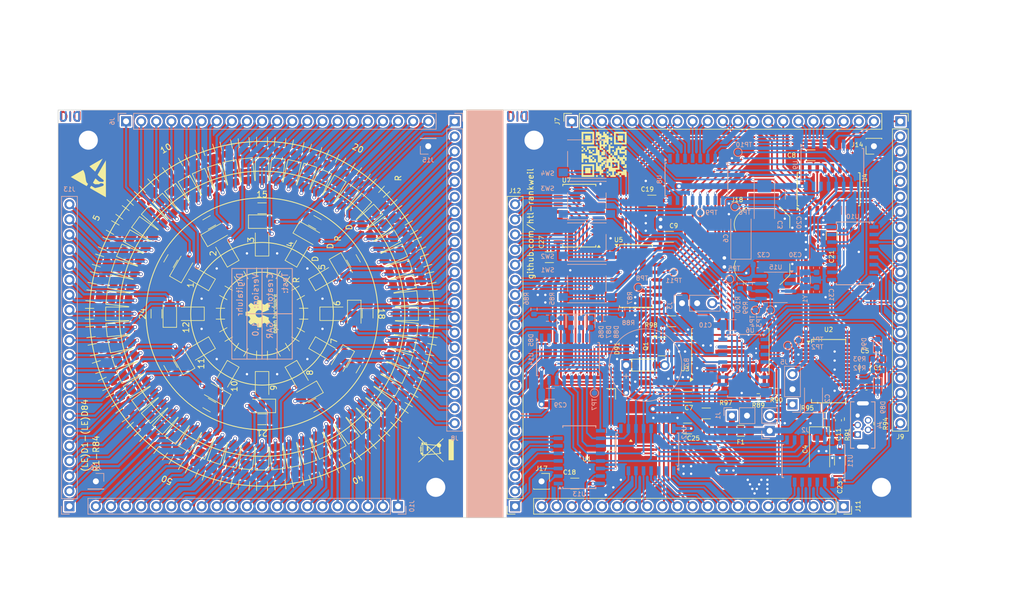
<source format=kicad_pcb>
(kicad_pcb (version 20221018) (generator pcbnew)
  (title_block (title "${acronym} - ${title}") (date "${date}") (rev "${revision}") (company "${company}") (comment 1 "${creator}") (comment 2 "${license}"))
  (layers (0 "F.Cu" signal) (31 "B.Cu" signal) (34 "B.Paste" user) (35 "F.Paste" user) (36 "B.SilkS" user "B.Silkscreen") (37 "F.SilkS" user "F.Silkscreen") (38 "B.Mask" user) (39 "F.Mask" user) (44 "Edge.Cuts" user))
  (property "acronym" "DIU")
  (property "company" "HTL-Rankweil")
  (property "creator" "GAR")
  (property "date" "1337-13-37")
  (property "license" "CC BY-NC-SA 4.0")
  (property "link" "github.com/htl-rankweil")
  (property "revision" "1.0")
  (property "title" "Digitaluhr")
  (net 0 "")
  (net 1 "VCC")
  (net 2 "Net-(BZ1--)")
  (net 3 "GND")
  (net 4 "VBUS")
  (net 5 "Net-(U2-3V3OUT)")
  (net 6 "+5V")
  (net 7 "Net-(D1-K)")
  (net 8 "OH0")
  (net 9 "Net-(D2-K)")
  (net 10 "OH1")
  (net 11 "Net-(D3-K)")
  (net 12 "OH2")
  (net 13 "Net-(D4-K)")
  (net 14 "OH3")
  (net 15 "Net-(D5-K)")
  (net 16 "OH4")
  (net 17 "Net-(D6-K)")
  (net 18 "OH5")
  (net 19 "Net-(D7-K)")
  (net 20 "OH6")
  (net 21 "Net-(D8-K)")
  (net 22 "OH7")
  (net 23 "Net-(D9-K)")
  (net 24 "OH8")
  (net 25 "Net-(D10-K)")
  (net 26 "OH9")
  (net 27 "Net-(D11-K)")
  (net 28 "OH10")
  (net 29 "Net-(D12-K)")
  (net 30 "OH11")
  (net 31 "Net-(D13-K)")
  (net 32 "OH12")
  (net 33 "Net-(D14-K)")
  (net 34 "OH13")
  (net 35 "Net-(D15-K)")
  (net 36 "OH14")
  (net 37 "Net-(D16-K)")
  (net 38 "OH15")
  (net 39 "Net-(D17-K)")
  (net 40 "OH16")
  (net 41 "Net-(D18-K)")
  (net 42 "OH17")
  (net 43 "Net-(D19-K)")
  (net 44 "OH18")
  (net 45 "Net-(D20-K)")
  (net 46 "OH19")
  (net 47 "Net-(D21-K)")
  (net 48 "OH20")
  (net 49 "Net-(D22-K)")
  (net 50 "OH21")
  (net 51 "Net-(D23-K)")
  (net 52 "OH22")
  (net 53 "Net-(D24-K)")
  (net 54 "OH23")
  (net 55 "Net-(D25-K)")
  (net 56 "OM0")
  (net 57 "Net-(D26-K)")
  (net 58 "OM1")
  (net 59 "Net-(D27-K)")
  (net 60 "OM2")
  (net 61 "Net-(D28-K)")
  (net 62 "OM3")
  (net 63 "Net-(D29-K)")
  (net 64 "OM4")
  (net 65 "Net-(D30-K)")
  (net 66 "OM5")
  (net 67 "Net-(D31-K)")
  (net 68 "OM6")
  (net 69 "Net-(D32-K)")
  (net 70 "OM7")
  (net 71 "Net-(D33-K)")
  (net 72 "OM8")
  (net 73 "Net-(D34-K)")
  (net 74 "OM9")
  (net 75 "Net-(D35-K)")
  (net 76 "OM10")
  (net 77 "Net-(D36-K)")
  (net 78 "OM11")
  (net 79 "Net-(D37-K)")
  (net 80 "OM12")
  (net 81 "Net-(D38-K)")
  (net 82 "OM13")
  (net 83 "Net-(D39-K)")
  (net 84 "OM14")
  (net 85 "Net-(D40-K)")
  (net 86 "OM15")
  (net 87 "Net-(D41-K)")
  (net 88 "OM16")
  (net 89 "Net-(D42-K)")
  (net 90 "OM17")
  (net 91 "Net-(D43-K)")
  (net 92 "OM18")
  (net 93 "Net-(D44-K)")
  (net 94 "OM19")
  (net 95 "Net-(D45-K)")
  (net 96 "OM20")
  (net 97 "Net-(D46-K)")
  (net 98 "OM21")
  (net 99 "Net-(D47-K)")
  (net 100 "OM22")
  (net 101 "Net-(D48-K)")
  (net 102 "OM23")
  (net 103 "Net-(D49-K)")
  (net 104 "OM24")
  (net 105 "Net-(D50-K)")
  (net 106 "OM25")
  (net 107 "Net-(D51-K)")
  (net 108 "OM26")
  (net 109 "Net-(D52-K)")
  (net 110 "OM27")
  (net 111 "Net-(D53-K)")
  (net 112 "OM28")
  (net 113 "Net-(D54-K)")
  (net 114 "OM29")
  (net 115 "Net-(D55-K)")
  (net 116 "OM30")
  (net 117 "Net-(D56-K)")
  (net 118 "OM31")
  (net 119 "Net-(D57-K)")
  (net 120 "OM32")
  (net 121 "Net-(D58-K)")
  (net 122 "OM33")
  (net 123 "Net-(D59-K)")
  (net 124 "OM34")
  (net 125 "Net-(D60-K)")
  (net 126 "OM35")
  (net 127 "Net-(D61-K)")
  (net 128 "OM36")
  (net 129 "Net-(D62-K)")
  (net 130 "OM37")
  (net 131 "Net-(D63-K)")
  (net 132 "OM38")
  (net 133 "Net-(D64-K)")
  (net 134 "OM39")
  (net 135 "Net-(D65-K)")
  (net 136 "OM40")
  (net 137 "Net-(D66-K)")
  (net 138 "OM41")
  (net 139 "Net-(D67-K)")
  (net 140 "OM42")
  (net 141 "Net-(D68-K)")
  (net 142 "OM43")
  (net 143 "Net-(D69-K)")
  (net 144 "OM44")
  (net 145 "Net-(D70-K)")
  (net 146 "OM45")
  (net 147 "Net-(D71-K)")
  (net 148 "OM46")
  (net 149 "Net-(D72-K)")
  (net 150 "OM47")
  (net 151 "Net-(D73-K)")
  (net 152 "OM48")
  (net 153 "Net-(D74-K)")
  (net 154 "OM49")
  (net 155 "Net-(D75-K)")
  (net 156 "OM50")
  (net 157 "Net-(D76-K)")
  (net 158 "OM51")
  (net 159 "Net-(D77-K)")
  (net 160 "OM52")
  (net 161 "Net-(D78-K)")
  (net 162 "OM53")
  (net 163 "Net-(D79-K)")
  (net 164 "OM54")
  (net 165 "Net-(D80-K)")
  (net 166 "OM55")
  (net 167 "Net-(D81-K)")
  (net 168 "OM56")
  (net 169 "Net-(D82-K)")
  (net 170 "OM57")
  (net 171 "Net-(D83-K)")
  (net 172 "OM58")
  (net 173 "Net-(D84-K)")
  (net 174 "OE0")
  (net 175 "Net-(D85-K)")
  (net 176 "OE1")
  (net 177 "Net-(D86-K)")
  (net 178 "OM59")
  (net 179 "Net-(D87-K)")
  (net 180 "OE2")
  (net 181 "Net-(D88-K)")
  (net 182 "OE3")
  (net 183 "Net-(D89-K)")
  (net 184 "Net-(D89-A)")
  (net 185 "Net-(D90-K)")
  (net 186 "Net-(D90-A)")
  (net 187 "Net-(J1-Pin_1)")
  (net 188 "/UPDI")
  (net 189 "/EXT{slash}AIN")
  (net 190 "Net-(J4-D-)")
  (net 191 "Net-(J4-D+)")
  (net 193 "Net-(Q1-G)")
  (net 194 "SHIFT_OUTPUT")
  (net 195 "Net-(U2-TXD)")
  (net 196 "TXD")
  (net 197 "Net-(U2-RXD)")
  (net 198 "RXD")
  (net 199 "Net-(U2-USBD+)")
  (net 200 "Net-(SW1-B)")
  (net 201 "Net-(SW2-B)")
  (net 202 "Net-(SW3-B)")
  (net 203 "Net-(SW4-B)")
  (net 204 "SPI_SS")
  (net 205 "SHIFT_CLEAR")
  (net 206 "SPI_MOSI")
  (net 207 "SPI_MISO")
  (net 208 "SPI_SCK")
  (net 209 "SERIAL_H2M")
  (net 210 "Net-(U8-QH')")
  (net 211 "Net-(U10-SER)")
  (net 212 "Net-(U2-USBD-)")
  (net 213 "Net-(U2-~{RESET})")
  (net 220 "SERIAL_MINUTE")
  (net 227 "Net-(U15-X1)")
  (net 228 "Net-(U15-X2)")
  (net 229 "Net-(J18-Pin_1)")
  (net 230 "Net-(U4-QH')")
  (net 231 "Net-(U5-QH')")
  (net 232 "Net-(U7-QH')")
  (net 233 "Net-(U11-QH')")
  (net 234 "Net-(U12-QH')")
  (net 235 "Net-(U13-QH')")
  (net 236 "Net-(D1-A)")
  (net 237 "Net-(D2-A)")
  (net 238 "Net-(D3-A)")
  (net 239 "Net-(D4-A)")
  (net 240 "Net-(D5-A)")
  (net 241 "Net-(D6-A)")
  (net 242 "Net-(D7-A)")
  (net 243 "Net-(D8-A)")
  (net 244 "Net-(D9-A)")
  (net 245 "Net-(D10-A)")
  (net 246 "Net-(D11-A)")
  (net 247 "Net-(D12-A)")
  (net 248 "Net-(D13-A)")
  (net 249 "Net-(D14-A)")
  (net 250 "Net-(D15-A)")
  (net 251 "Net-(D16-A)")
  (net 252 "Net-(D17-A)")
  (net 253 "Net-(D18-A)")
  (net 254 "Net-(D19-A)")
  (net 255 "Net-(D20-A)")
  (net 256 "Net-(D21-A)")
  (net 257 "Net-(D22-A)")
  (net 258 "Net-(D23-A)")
  (net 259 "Net-(D24-A)")
  (net 260 "Net-(D25-A)")
  (net 261 "Net-(D26-A)")
  (net 262 "Net-(D27-A)")
  (net 263 "Net-(D28-A)")
  (net 264 "Net-(D29-A)")
  (net 265 "Net-(D30-A)")
  (net 266 "Net-(D31-A)")
  (net 267 "Net-(D32-A)")
  (net 268 "Net-(D33-A)")
  (net 269 "Net-(D34-A)")
  (net 270 "Net-(D35-A)")
  (net 271 "Net-(D36-A)")
  (net 272 "Net-(D37-A)")
  (net 273 "Net-(D38-A)")
  (net 274 "Net-(D39-A)")
  (net 275 "Net-(D40-A)")
  (net 276 "Net-(D41-A)")
  (net 277 "Net-(D42-A)")
  (net 278 "Net-(D43-A)")
  (net 279 "Net-(D44-A)")
  (net 280 "Net-(D45-A)")
  (net 281 "Net-(D46-A)")
  (net 282 "Net-(D47-A)")
  (net 283 "Net-(D48-A)")
  (net 284 "Net-(D49-A)")
  (net 285 "Net-(D50-A)")
  (net 286 "Net-(D51-A)")
  (net 287 "Net-(D52-A)")
  (net 288 "Net-(D53-A)")
  (net 289 "Net-(D54-A)")
  (net 290 "Net-(D55-A)")
  (net 291 "Net-(D56-A)")
  (net 292 "Net-(D57-A)")
  (net 293 "Net-(D58-A)")
  (net 294 "Net-(D59-A)")
  (net 295 "Net-(D60-A)")
  (net 296 "Net-(D61-A)")
  (net 297 "Net-(D62-A)")
  (net 298 "Net-(D63-A)")
  (net 299 "Net-(D64-A)")
  (net 300 "Net-(D65-A)")
  (net 301 "Net-(D66-A)")
  (net 302 "Net-(D67-A)")
  (net 303 "Net-(D68-A)")
  (net 304 "Net-(D69-A)")
  (net 305 "Net-(D70-A)")
  (net 306 "Net-(D71-A)")
  (net 307 "Net-(D72-A)")
  (net 308 "Net-(D73-A)")
  (net 309 "Net-(D74-A)")
  (net 310 "Net-(D75-A)")
  (net 311 "Net-(D76-A)")
  (net 312 "Net-(D77-A)")
  (net 313 "Net-(D78-A)")
  (net 314 "Net-(D79-A)")
  (net 315 "Net-(D80-A)")
  (net 316 "Net-(D81-A)")
  (net 317 "Net-(D82-A)")
  (net 318 "Net-(D83-A)")
  (net 319 "Net-(D84-A)")
  (net 320 "SCL")
  (net 321 "SDA")
  (net 322 "MFP")
  (footprint "Resistor_SMD:R_1206_3216Metric" (layer "F.Cu") (at 104.17 95.25 90)
    (fp_text reference "R13" hide)
    (fp_text value "68" hide)
  )
  (footprint "Resistor_SMD:R_1206_3216Metric" (layer "F.Cu") (at 133.715362 68.757182 66)
    (fp_text reference "R44" hide)
    (fp_text value "68" hide)
  )
  (footprint "Resistor_SMD:R_1206_3216Metric" (layer "F.Cu") (at 112.958507 67.669362 108)
    (fp_text reference "R37" hide)
    (fp_text value "68" hide)
  )
  (footprint "Resistor_SMD:R_1206_3216Metric" (layer "F.Cu") (at 98.458507 112.295773 -144)
    (fp_text reference "R79" hide)
    (fp_text value "68" hide)
  )
  (footprint "LED_SMD:LED_1206_3216Metric" (layer "F.Cu") (at 133.92 116.03461 120)
    (fp_text reference "D65" hide)
    (fp_text value "LED")
  )
  (footprint "Package_TO_SOT_SMD:SOT-23" (layer "F.Cu") (at 189.1815 100.772)
    (fp_text reference "Q1")
    (fp_text value "2N7002E")
  )
  (footprint "Connector_PinSocket_2.54mm:PinSocket_1x21_P2.54mm_Vertical" (layer "F.Cu") (at 219.71 127.635 -90)
    (fp_text reference "J11")
    (fp_text value "Conn_01x21_Socket")
  )
  (footprint "LED_SMD:LED_1206_3216Metric" (layer "F.Cu") (at 111.527695 89.25 150)
    (fp_text reference "D2" hide)
    (fp_text value "LED")
  )
  (footprint "Resistor_SMD:R_1206_3216Metric" (layer "F.Cu") (at 130.881492 67.669362 72)
    (fp_text reference "R43" hide)
    (fp_text value "68" hide)
  )
  (footprint "LED_SMD:LED_1206_3216Metric" (layer "F.Cu") (at 98.444457 90.26012 -12)
    (fp_text reference "D27" hide)
    (fp_text value "LED")
  )
  (footprint "Resistor_SMD:R_1206_3216Metric" (layer "F.Cu") (at 115.89056 66.88372 102)
    (fp_text reference "R38" hide)
    (fp_text value "68" hide)
  )
  (footprint "LED_SMD:LED_1206_3216Metric" (layer "F.Cu") (at 106.42 95.25 90)
    (fp_text reference "D13" hide)
    (fp_text value "LED")
  )
  (footprint "LED_SMD:LED_1206_3216Metric" (layer "F.Cu") (at 97.92 95.25)
    (fp_text reference "D25" hide)
    (fp_text value "LED")
  )
  (footprint "Resistor_SMD:R_1206_3216Metric" (layer "F.Cu") (at 130.795 110.621951 -150)
    (fp_text reference "R21" hide)
    (fp_text value "68" hide)
  )
  (footprint "Resistor_SMD:R_1206_3216Metric" (layer "F.Cu") (at 139.67 95.25 -90)
    (fp_text reference "R19" hide)
    (fp_text value "68" hide)
  )
  (footprint "Resistor_SMD:R_1206_3216Metric" (layer "F.Cu") (at 127.982177 91.735 -150)
    (fp_text reference "R6" hide)
    (fp_text value "68" hide)
  )
  (footprint "Resistor_SMD:R_1206_3216Metric" (layer "F.Cu") (at 127.982177 98.735 150)
    (fp_text reference "R8" hide)
    (fp_text value "68" hide)
  )
  (footprint "LED_SMD:LED_1206_3216Metric" (layer "F.Cu") (at 131.681679 117.175091 114)
    (fp_text reference "D66" hide)
    (fp_text value "LED")
  )
  (footprint "Resistor_SMD:R_1206_3216Metric" (layer "F.Cu") (at 118.888674 66.408866 96)
    (fp_text reference "R39" hide)
    (fp_text value "68" hide)
  )
  (footprint "Resistor_SMD:R_1206_3216Metric" (layer "F.Cu") (at 124.951325 66.408866 84)
    (fp_text reference "R41" hide)
    (fp_text value "68" hide)
  )
  (footprint "Resistor_SMD:R_1206_3216Metric" (layer "F.Cu") (at 121.92 88.235 -90)
    (fp_text reference "R4" hide)
    (fp_text value "68" hide)
  )
  (footprint "Resistor_SMD:R_1206_3216Metric" (layer "F.Cu") (at 98.458507 78.204228 144)
    (fp_text reference "R31" hide)
    (fp_text value "68" hide)
  )
  (footprint "LED_SMD:LED_1206_3216Metric" (layer "F.Cu") (at 133.92 74.465391 -120)
    (fp_text reference "D45" hide)
    (fp_text value "LED")
  )
  (footprint "Resistor_SMD:R_1206_3216Metric" (layer "F.Cu") (at 110.124637 121.742819 -114)
    (fp_text reference "R74" hide)
    (fp_text value "68" hide)
  )
  (footprint "LED_SMD:LED_1206_3216Metric" (layer "F.Cu") (at 121.92 119.25 90)
    (fp_text reference "D70" hide)
    (fp_text value "LED")
  )
  (footprint "Resistor_SMD:R_0603_1608Metric" (layer "F.Cu") (at 208.407 108.331 180)
    (fp_text reference "R90")
    (fp_text value "1k")
  )
  (footprint "LED_SMD:LED_1206_3216Metric" (layer "F.Cu") (at 132.312304 89.25 30)
    (fp_text reference "D6" hide)
    (fp_text value "LED")
  )
  (footprint "LED_SMD:LED_1206_3216Metric" (layer "F.Cu") (at 145.395542 90.26012 -168)
    (fp_text reference "D53" hide)
    (fp_text value "LED")
  )
  (footprint "LED_SMD:LED_1206_3216Metric" (layer "F.Cu") (at 133.92 95.25)
    (fp_text reference "D7" hide)
    (fp_text value "LED")
  )
  (footprint "Resistor_SMD:R_1206_3216Metric" (layer "F.Cu") (at 112.958507 122.830639 -108)
    (fp_text reference "R73" hide)
    (fp_text value "68" hide)
  )
  (footprint "Resistor_SMD:R_1206_3216Metric" (layer "F.Cu") (at 118.42 89.172823 -60)
    (fp_text reference "R3" hide)
    (fp_text value "68" hide)
  )
  (footprint "Resistor_SMD:R_1206_3216Metric" (layer "F.Cu") (at 121.92 113 180)
    (fp_text reference "R22" hide)
    (fp_text value "68" hide)
  )
  (footprint "LED_SMD:LED_1206_3216Metric" (layer "F.Cu") (at 126.90988 118.725543 102)
    (fp_text reference "D68" hide)
    (fp_text value "LED")
  )
  (footprint "LED_SMD:LED_1206_3216Metric" (layer "F.Cu") (at 145.788525 92.741317 -174)
    (fp_text reference "D54" hide)
    (fp_text value "LED")
  )
  (footprint "Resistor_SMD:R_1206_3216Metric" (layer "F.Cu") (at 150.92 95.25)
    (fp_text reference "R55" hide)
    (fp_text value "68" hide)
  )
  (footprint "Resistor_SMD:R_1206_3216Metric" (layer "F.Cu") (at 130.795 79.87805 -30)
    (fp_text reference "R17" hide)
    (fp_text value "68" hide)
  )
  (footprint "Resistor_SMD:R_1206_3216Metric" (layer "F.Cu") (at 128.92 95.235 180)
    (fp_text reference "R7" hide)
    (fp_text value "68" hide)
  )
  (footprint "Connector_PinSocket_2.54mm:PinSocket_1x01_P2.54mm_Vertical" (layer "F.Cu") (at 224.79 67.056 180)
    (fp_text reference "J14")
    (fp_text value "Conn_01x01_Socket")
  )
  (footprint "LED_SMD:LED_1206_3216Metric" (layer "F.Cu") (at 119.411316 119.118526 84)
    (fp_text reference "D71" hide)
    (fp_text value "LED")
  )
  (footprint "Resistor_SMD:R_1206_3216Metric" (layer "F.Cu") (at 92.92 95.25 180)
    (fp_text reference "R25" hide)
    (fp_text value "68" hide)
  )
  (footprint "LED_SMD:LED_1206_3216Metric" (layer "F.Cu") (at 114.17 108.673394 150)
    (fp_text reference "D23" hide)
    (fp_text value "LED")
  )
  (footprint "Resistor_SMD:R_1206_3216Metric" (layer "F.Cu") (at 106.548049 104.125 120)
    (fp_text reference "R24" hide)
    (fp_text value "68" hide)
  )
  (footprint "LED_SMD:LED_1206_3216Metric" (layer "F.Cu") (at 107.813153 114.666408 54)
    (fp_text reference "D76" hide)
    (fp_text value "LED")
  )
  (footprint "Capacitor_SMD:C_1206_3216Metric" (layer "F.Cu") (at 214.2 68.58)
    (fp_text reference "C8")
    (fp_text value "100n")
  )
  (footprint "MountingHole:MountingHole_3.2mm_M3_DIN965_Pad" (layer "F.Cu") (at 151.13 124.46 90)
    (fp_text reference "H2" hide)
    (fp_text value "M3")
  )
  (footprint "Resistor_SMD:R_1206_3216Metric" (layer "F.Cu") (at 104.874227 71.788508 126)
    (fp_text reference "R34" hide)
    (fp_text value "68" hide)
  )
  (footprint "Capacitor_SMD:C_1206_3216Metric" (layer "F.Cu") (at 223.266 104.394 90)
    (fp_text reference "C5")
    (fp_text value "100n")
  )
  (footprint "LED_SMD:LED_1206_3216Metric" (layer "F.Cu") (at 99.994909 105.01168 24)
    (fp_text reference "D81" hide)
    (fp_text value "LED")
  )
  (footprint "LED_SMD:LED_1206_3216Metric" (layer "F.Cu") (at 119.411316 71.381475 -84)
    (fp_text reference "D39" hide)
    (fp_text value "LED")
  )
  (footprint "Resistor_SMD:R_1206_3216Metric" (layer "F.Cu") (at 147.034736 109.75 -30)
    (fp_text reference "R60" hide)
    (fp_text value "68" hide)
  )
  (footprint "Capacitor_SMD:C_1206_3216Metric" (layer "F.Cu") (at 193.47 109.22 180)
    (fp_text reference "C7")
    (fp_text value "100n")
  )
  (footprint "Capacitor_SMD:C_1206_3216Metric" (layer "F.Cu") (at 174.498 123.825 180)
    (fp_text reference "C18")
    (fp_text value "100n")
  )
  (footprint "LED_SMD:LED_1206_3216Metric" (layer "F.Cu") (at 137.979134 77.414525 -132)
    (fp_text reference "D47" hide)
    (fp_text value "LED")
  )
  (footprint "LED_SMD:LED_1206_3216Metric" (layer "F.Cu") (at 145.92 95.25 180)
    (fp_text reference "D55" hide)
    (fp_text value "LED")
  )
  (footprint "LED_SMD:LED_1206_3216Metric" (layer "F.Cu") (at 98.051474 92.741317 -6)
    (fp_text reference "D26" hide)
    (fp_text value "LED")
  )
  (footprint "LED_SMD:LED_1206_3216Metric" (layer "F.Cu") (at 105.860865 77.414525 -48)
    (fp_text reference "D33" hide)
    (fp_text value "LED")
  )
  (footprint "Symbol:ESD-Logo_6.6x6mm_SilkScreen" (layer "F.Cu") (at 92.71 72.39 90)
    (fp_text reference "FID3" hide)
    (fp_text value "ESD" hide)
  )
  (footprint "Resistor_SMD:R_1206_3216Metric" (layer "F.Cu") (at 121.92 66.25 90)
    (fp_text reference "R40" hide)
    (fp_text value "68" hide)
  )
  (footprint "Resistor_SMD:R_1206_3216Metric" (layer "F.Cu") (at 143.471199 114.654788 -42)
    (fp_text reference "R62" hide)
    (fp_text value "68" hide)
  )
  (footprint "Capacitor_SMD:C_0603_1608Metric" (layer "F.Cu") (at 218.821 113.17 90)
    (fp_text reference "C11")
    (fp_text value "10u")
  )
  (footprint "Resistor_SMD:R_1206_3216Metric" (layer "F.Cu") (at 148.412818 83.454638 24)
    (fp_text reference "R51" hide)
    (fp_text value "68" hide)
  )
  (footprint "Resistor_SMD:R_1206_3216Metric" (layer "F.Cu") (at 150.28628 101.27944 -12)
    (fp_text reference "R57" hide)
    (fp_text value "68" hide)
  )
  (footprint "Capacitor_SMD:C_0603_1608Metric" (layer "F.Cu") (at 223.533 107.569)
    (fp_text reference "C1")
    (fp_text value "100n")
  )
  (footprint "LED_SMD:LED_1206_3216Metric" (layer "F.Cu") (at 102.503592 81.143154 -36)
    (fp_text reference "D31" hide)
    (fp_text value "LED")
  )
  (footprint "LED_SMD:LED_1206_3216Metric" (layer "F.Cu") (at 124.428683 71.381475 -96)
    (fp_text reference "D41" hide)
    (fp_text value "LED")
  )
  (footprint "Resistor_SMD:R_1206_3216Metric" (layer "F.Cu") (at 150.28628 89.220561 12)
    (fp_text reference "R53" hide)
    (fp_text value "68" hide)
  )
  (footprint "LED_SMD:LED_1206_3216Metric" (layer "F.Cu") (at 109.92 74.465391 -60)
    (fp_text reference "D35" hide)
    (fp_text value "LED")
  )
  (footprint "Resistor_SMD:R_1206_3216Metric" (layer "F.Cu") (at 94.339361 86.288508 162)
    (fp_text reference "R28" hide)
    (fp_text value "68" hide)
  )
  (footprint "MountingHole:MountingHole_3.2mm_M3_DIN965_Pad" (layer "F.Cu") (at 167.64 66.04)
    (fp_text reference "H3" hide)
    (fp_text value "M3")
  )
  (footprint "Resistor_SMD:R_1206_3216Metric" (layer "F.Cu") (at 150.761134 98.281326 -6)
    (fp_text reference "R56" hide)
    (fp_text value "68" hide)
  )
  (footprint "LED_SMD:LED_1206_3216Metric" (layer "F.Cu") (at 99.994909 85.488321 -24)
    (fp_text reference "D29" hide)
    (fp_text value "LED")
  )
  (footprint "LED_SMD:LED_1206_3216Metric" (layer "F.Cu") (at 121.92 110.75 180)
    (fp_text reference "D22" hide)
    (fp_text value "LED")
  )
  (footprint "Resistor_SMD:R_1206_3216Metric" (layer "F.Cu") (at 121.92 102.235 90)
    (fp_text reference "R10" hide)
    (fp_text value "68" hide)
  )
  (footprint "LED_SMD:LED_1206_3216Metric" (layer "F.Cu") (at 127.92 84.857696 60)
    (fp_text reference "D5" hide)
    (fp_text value "LED")
  )
  (footprint "Package_SO:SOIC-20W_7.5x12.8mm_P1.27mm" (layer "F.Cu") (at 200.66 101.6 90)
    (fp_text reference "U3")
    (fp_text value "ATtiny1606-S")
  )
  (footprint "LED_SMD:LED_1206_3216Metric" (layer "F.Cu") (at 104.084524 79.190866 -42)
    (fp_text reference "D32" hide)
    (fp_text value "LED")
  )
  (footprint "Connector_PinSocket_2.54mm:PinSocket_1x21_P2.54mm_Vertical" (layer "F.Cu") (at 164.465 127.635 180)
    (fp_text reference "J12")
    (fp_text value "Conn_01x21_Socket")
  )
  (footprint "Resistor_SMD:R_1206_3216Metric" (layer "F.Cu") (at 115.857822 98.735 30)
    (fp_text reference "R12" hide)
    (fp_text value "68" hide)
  )
  (footprint "LED_SMD:LED_1206_3216Metric" (layer "F.Cu") (at 108.496606 103 120)
    (fp_text reference "D24" hide)
    (fp_text value "LED")
  )
  (footprint "LED_SMD:LED_1206_3216Metric" (layer "F.Cu") (at 109.92 95.25 180)
    (fp_text reference "D1" hide)
    (fp_text value "LED")
  )
  (footprint "LED_SMD:LED_1206_3216Metric" (layer "F.Cu") (at 105.860865 113.085476 48)
    (fp_text reference "D77" hide)
    (fp_text value "LED")
  )
  (footprint "LED_SMD:LED_1206_3216Metric" (layer "F.Cu") (at 135.343393 103 -120)
    (fp_text reference "D20" hide)
    (fp_text value "LED")
  )
  (footprint "LED_SMD:LED_1206_3216Metric" (layer "F.Cu") (at 141.336407 81.143154 -144)
    (fp_text reference "D49" hide)
    (fp_text value "LED")
  )
  (footprint "Resistor_SMD:R_1206_3216Metric" (layer "F.Cu") (at 145.381492 78.204228 36)
    (fp_text reference "R49" hide)
    (fp_text value "68" hide)
  )
  (footprint "LED_SMD:LED_1206_3216Metric" (layer "F.Cu") (at 108.496606 87.5 60)
    (fp_text reference "D14" hide)
    (fp_text value "LED")
  )
  (footprint "LED_SMD:LED_1206_3216Metric" (layer "F.Cu") (at 116.930119 118.725543 78)
    (fp_text reference "D72" hide)
    (fp_text value "LED")
  )
  (footprint "LED_SMD:LED_1206_3216Metric" (layer "F.Cu") (at 137.979134 113.085476 132)
    (fp_text reference "D63" hide)
    (fp_text value "LED")
  )
  (footprint "Resistor_SMD:R_1206_3216Metric" (layer "F.Cu") (at 100.3688 75.845213 138)
    (fp_text reference "R32" hide)
    (fp_text value "68" hide)
  )
  (footprint "LED_SMD:LED_1206_3216Metric" (layer "F.Cu") (at 121.92 83.25 90)
    (fp_text reference "D4" hide)
    (fp_text value "LED")
  )
  (footprint "LED_SMD:LED_1206_3216Metric" (layer "F.Cu") (at 129.67 108.673394 -150)
    (fp_text reference "D21" hide)
    (fp_text value "LED")
  )
  (footprint "LED_SMD:LED_1206_3216Metric" (layer "F.Cu") (at 104.084524 111.309135 42)
    (fp_text reference "D78" hide)
    (fp_text value "LED")
  )
  (footprint "Resistor_SMD:R_1206_3216Metric" (layer "F.Cu") (at 113.045 79.87805 30)
    (fp_text reference "R15" hide)
    (fp_text value "68" hide)
  )
  (footprint "LED_SMD:LED_1206_3216Metric" (layer "F.Cu") (at 114.503592 118.075357 72)
    (fp_text reference "D73" hide)
    (fp_text value "LED")
  )
  (footprint "Resistor_SMD:R_1206_3216Metric" (layer "F.Cu") (at 95.427181 83.454638 156)
    (fp_text reference "R29" hide)
    (fp_text value "68" hide)
  )
  (footprint "LED_SMD:LED_1206_3216Metric" (layer "F.Cu") (at 142.704609 107.25 150)
    (fp_text reference "D60" hide)
    (fp_text value "LED")
  )
  (footprint "LED_SMD:LED_1206_3216Metric" (layer "F.Cu") (at 101.13539 83.25 -30)
    (fp_text reference "D30" hide)
    (fp_text value "LED")
  )
  (footprint "LED_SMD:LED_1206_3216Metric" (layer "F.Cu") (at 112.15832 73.32491 -66)
    (fp_text reference "D36" hide)
    (fp_text value "LED")
  )
  (footprint "Resistor_SMD:R_1206_3216Metric" (layer "F.Cu") (at 110.124637 68.757182 114)
    (fp_text reference "R36" hide)
    (fp_text value "68" hide)
  )
  (footprint "LED_SMD:LED_1206_3216Metric" (layer "F.Cu") (at 139.755475 111.309135 138)
    (fp_text reference "D62" hide)
    (fp_text value "LED")
  )
  (footprint "Resistor_SMD:R_1206_3216Metric" (layer "F.Cu") (at 125.42 101.297178 120)
    (fp_text reference "R9" hide)
    (fp_text value "68" hide)
  )
  (footprint "Resistor_SMD:R_1206_3216Metric" (layer "F.Cu") (at 127.949439 123.616281 -78)
    (fp_text reference "R68" hide)
    (fp_text value "68" hide)
  )
  (footprint "Resistor_SMD:R_1206_3216Metric" (layer "F.Cu") (at 190.754 96.52 180)
    (fp_text reference "R98")
    (fp_text value "1k")
  )
  (footprint "Resistor_SMD:R_1206_3216Metric" (layer "F.Cu") (at 125.42 89.172823 -120)
    (fp_text reference "R5" hide)
    (fp_text value "68" hide)
  )
  (footprint "Resistor_SMD:R_1206_3216Metric" (layer "F.Cu") (at 102.515212 116.8012 -132)
    (fp_text reference "R77" hide)
    (fp_text value "68" hide)
  )
  (footprint "LED_SMD:LED_1206_3216Metric" (layer "F.Cu") (at 136.026846 75.833593 -126)
    (fp_text reference "D46" hide)
    (fp_text value "LED")
  )
  (footprint "Package_SO:SOIC-16W_5.3x10.2mm_P1.27mm" (layer "F.Cu") (at 175.26 78.74 180)
    (fp_text reference "U7")
    (fp_text value "74HC595")
  )
  (footprint "LED_SMD:LED_1206_3216Metric" (layer "F.Cu") (at 121.92 79.75)
    (fp_text reference "D16" hide)
    (fp_text value "LED")
  )
  (footprint "LED_SMD:LED_1206_3216Metric" (layer "F.Cu") (at 121.92 71.25 -90)
    (fp_text reference "D40" hide)
    (fp_text value "LED")
  )
  (footprint "LED_SMD:LED_1206_3216Metric" (layer "F.Cu") (at 144.745356 102.666408 162)
    (fp_text reference "D58" hide)
    (fp_text value "LED")
  )
  (footprint "LED_SMD:LED_1206_3216Metric" (layer "F.Cu") (at 102.503592 109.356847 36)
    (fp_text reference "D79" hide)
    (fp_text value "LED")
  )
  (footprint "LED_SMD:LED_1206_3216Metric" (layer "F.Cu") (at 121.92 107.25 -90)
    (fp_text reference "D10" hide)
    (fp_text value "LED")
  )
  (footprint "LED_SMD:LED_1206_3216Metric" (layer "F.Cu") (at 111.527695 101.25 -150)
    (fp_text reference "D12" hide)
    (fp_text value "LED")
  )
  (footprint "LED_SMD:LED_1206_3216Metric" (layer "F.Cu") (at 109.92 116.03461 60)
    (fp_text reference "D75" hide)
    (fp_text value "LED")
  )
  (footprint "Resistor_SMD:R_1206_3216Metric" (layer "F.Cu") (at 148.412818 107.045363 -24)
    (fp_text reference "R59" hide)
    (fp_text value "68" hide)
  )
  (footprint "LED_SMD:LED_1206_3216Metric" (layer "F.Cu") (at 129.336407 118.075357 108)
    (fp_text reference "D67" hide)
    (fp_text value "LED")
  )
  (footprint "LED_SMD:LED_1206_3216Metric" (layer "F.Cu") (at 114.503592 72.424644 -72)
    (fp_text reference "D37" hide)
    (fp_text value "LED")
  )
  (footprint "Resistor_SMD:R_1206_3216Metric" (layer "F.Cu") (at 136.42 70.135264 60)
    (fp_text reference "R45" hide)
    (fp_text value "68" hide)
  )
  (footprint "Battery:BatteryHolder_LINX_BAT-HLD-012-SMT" (layer "F.Cu") (at 206.248 83.82 -90)
    (fp_text reference "J18")
    (fp_text value "Battery")
  )
  (footprint "Resistor_SMD:R_1206_3216Metric" (layer "F.Cu") (at 93.078865 92.218675 174)
    (fp_text reference "R26" hide)
    (fp_text value "68" hide)
  )
  (footprint "Resistor_SMD:R_1206_3216Metric" (layer "F.Cu") (at 141.324787 116.8012 -48)
    (fp_text reference "R63" hide)
    (fp_text value "68" hide)
  )
  (footprint "Resistor_SMD:R_1206_3216Metric" (layer "F.Cu") (at 104.874227 118.711493 -126)
    (fp_text reference "R76" hide)
    (fp_text value "68" hide)
  )
  (footprint "LED_SMD:LED_1206_3216Metric" (layer "F.Cu") (at 144.745356 87.833593 -162)
    (fp_text reference "D52" hide)
    (fp_text value "LED")
  )
  (footprint "Resistor_SMD:R_1206_3216Metric" (layer "F.Cu") (at 147.034736 80.75 30)
    (fp_text reference "R50" hide)
    (fp_text value "68" hide)
  )
  (footprint "Capacitor_SMD:C_1206_3216Metric" (layer "F.Cu") (at 187.452 76.2 180)
    (fp_text reference "C19")
    (fp_text value "100n")
  )
  (footprint "Resistor_SMD:R_1206_3216Metric" (layer "F.Cu") (at 150.761134 92.218675 6)
    (fp_text reference "R54" hide)
    (fp_text value "68" hide)
  )
  (footprint "LED_SMD:LED_1206_3216Metric" (layer "F.Cu") (at 143.84509 105.01168 156)
    (fp_text reference "D59" hide)
    (fp_text value "LED")
  )
  (footprint "Resistor_SMD:R_1206_3216Metric" (layer "F.Cu") (at 107.42 70.135264 120)
    (fp_text reference "R35" hide)
    (fp_text value "68" hide)
  )
  (footprint "Package_SO:SOIC-16W_5.3x10.2mm_P1.27mm" (layer "F.Cu") (at 217.17 74.295 90)
    (fp_text reference "U4")
    (fp_text value "74HC595")
  )
  (footprint "LED_SMD:LED_1206_3216Metric" (layer "F.Cu") (at 115.92 84.857696 120)
    (fp_text reference "D3" hide)
    (fp_text value "LED")
  )
  (footprint "Resistor_SMD:R_1206_3216Metric" (layer "F.Cu") (at 118.888674 124.091135 -96)
    (fp_text reference "R71" hide)
    (fp_text value "68" hide)
  )
  (footprint "Resistor_SMD:R_1206_3216Metric" (layer "F.Cu") (at 93.553719 89.220561 168)
    (fp_text reference "R27" hide)
    (fp_text value "68" hide)
  )
  (footprint "LED_SMD:LED_1206_3216Metric" (layer "F.Cu") (at 142.704609 83.25 -150)
    (fp_text reference "D50" hide)
    (fp_text value "LED")
  )
  (footprint "Resistor_SMD:R_1206_3216Metric" (layer "F.Cu") (at 100.3688 114.654788 -138)
    (fp_text reference "R78" hide)
    (fp_text value "68" hide)
  )
  (footprint "Resistor_SMD:R_1206_3216Metric" (layer "F.Cu") (at 96.805263 80.75 150)
    (fp_text reference "R30" hide)
    (fp_text value "68" hide)
  )
  (footprint "Images:QR_0x007e" (layer "F.Cu") (at 179.578 68.58)
    (fp_text reference "FID4" hide)
    (fp_text value "QR" hide)
  )
  (footprint "Resistor_SMD:R_0603_1608Metric" (layer "F.Cu") (at 216.472 112.395 180)
    (fp_text reference "R95")
    (fp_text value "n.B.")
  )
  (footprint "Resistor_SMD:R_1206_3216Metric" (layer "F.Cu") (at 115.857822 91.735 -30)
    (fp_text reference "R2" hide)
    (fp_text value "68" hide)
  )
  (footprint "LED_SMD:LED_1206_3216Metric" (layer "F.Cu") (at 107.813153 75.833593 -54)
    (fp_text reference "D34" hide)
    (fp_text value "LED")
  )
  (footprint "Resistor_SMD:R_1206_3216Metric" (layer "F.Cu") (at 149.500638 104.211493 -18)
    (fp_text reference "R58" hide)
    (fp_text value "68" hide)
  )
  (footprint "Connector_PinSocket_2.54mm:PinSocket_1x21_P2.54mm_Vertical" (layer "F.Cu") (at 229.235 62.865)
    (fp_text reference "J9")
    (fp_text value "Conn_01x21_Socket")
  )
  (footprint "Resistor_SMD:R_0603_1608Metric" (layer "F.Cu") (at 225.298 113.729 90)
    (fp_text reference "R94")
    (fp_text value "0")
  )
  (footprint "Resistor_SMD:R_1206_3216Metric" (layer "F.Cu") (at 130.881492 122.830639 -72)
    (fp_text reference "R67" hide)
    (fp_text value "68" hide)
  )
  (footprint "LED_SMD:LED_1206_3216Metric" (layer "F.Cu") (at 132.312304 101.25 -30)
    (fp_text reference "D8" hide)
    (fp_text value "LED")
  )
  (footprint "LED_SMD:LED_1206_3216Metric" (layer "F.Cu") (at 145.395542 100.239881 168)
    (fp_text reference "D57" hide)
    (fp_text value "LED")
  )
  (footprint "LED_SMD:LED_1206_3216Metric" (layer "F.Cu") (at 131.681679 73.32491 -114)
    (fp_text reference "D44" hide)
    (fp_text value "LED")
  )
  (footprint "Connector_PinSocket_2.54mm:PinSocket_1x01_P2.54mm_Vertical" (layer "F.Cu") (at 168.91 123.444)
    (fp_text reference "J17")
    (fp_text value "Conn_01x01_Socket")
  )
  (footprint "Resistor_SMD:R_1206_3216Metric" (layer "F.Cu") (at 93.078865 98.281326 -174)
    (fp_text reference "R84" hide)
    (fp_text value "68" hide)
  )
  (footprint "Package_SO:SSOP-28_5.3x10.2mm_P0.65mm" (layer "F.Cu") (at 217.17 104.902)
    (fp_text reference "U2")
    (fp_text value "FT232RL")
  )
  (footprint "Resistor_SMD:R_1206_3216Metric" (layer "F.Cu") (at 137.29195 104.125 -120)
    (fp_text reference "R20" hide)
    (fp_text value "68" hide)
  )
  (footprint "Resistor_SMD:R_1206_3216Metric" (layer "F.Cu") (at 102.515212 73.698801 132)
    (fp_text reference "R33" hide)
    (fp_text value "68" hide)
  )
  (footprint "Resistor_SMD:R_1206_3216Metric" (layer "F.Cu") (at 138.965772 71.788508 54)
    (fp_text reference "R46" hide)
    (fp_text value "68" hide)
  )
  (footprint "Resistor_SMD:R_1206_3216Metric" (layer "F.Cu") (at 149.500638 86.288508 18)
    (fp_text reference "R52" hide)
    (fp_text value "68" hide)
  )
  (footprint "Resistor_SMD:R_1206_3216Metric" (layer "F.Cu") (at 121.92 77.5)
    (fp_text reference "R16" hide)
    (fp_text value "68" hide)
  )
  (footprint "Resistor_SMD:R_1206_3216Metric" (layer "F.Cu") (at 141.324787 73.698801 48)
    (fp_text reference "R47" hide)
    (fp_text value "68" hide)
  )
  (footprint "Resistor_SMD:R_1206_3216Metric" (layer "F.Cu") (at 145.381492 112.295773 -36)
    (fp_text reference "R61" hide)
    (fp_text value "68" hide)
  )
  (footprint "LED_SMD:LED_1206_3216Metric" (layer "F.Cu") (at 98.444457 100.239881 12)
    (fp_text reference "D83" hide)
    (fp_text value "LED")
  )
  (footprint "LED_SMD:LED_1206_3216Metric" (layer "F.Cu") (at 98.051474 97.758684 6)
    (fp_text reference "D84" hide)
    (fp_text value "LED")
  )
  (footprint "LED_SMD:LED_1206_3216Metric" (layer "F.Cu") (at 129.336407 72.424644 -108)
    (fp_text reference "D43" hide)
    (fp_text value "LED")
  )
  (footprint "Capacitor_SMD:C_1206_3216Metric" (layer "F.Cu") (at 217.678 82.12 -90)
    (fp_text reference "C21")
    (fp_text value "100n")
  )
  (footprint "Resistor_SMD:R_1206_3216Metric" (layer "F.Cu") (at 113.045 110.621951 150)
    (fp_text reference "R23" hide)
    (fp_text value "68" hide)
  )
  (footprint "Resistor_SMD:R_1206_3216Metric" (layer "F.Cu") (at 114.92 95.235)
    (fp_text reference "R1" hide)
    (fp_text value "68" hide)
  )
  (footprint "LED_SMD:LED_1206_3216Metric" (layer "F.Cu") (at 116.930119 71.774458 -78)
    (fp_text reference "D38" hide)
    (fp_text value "LED")
  )
  (footprint "Resistor_SMD:R_1206_3216Metric" (layer "F.Cu") (at 107.42 120.364737 -120)
    (fp_text reference "R75" hide)
    (fp_text value "68" hide)
  )
  (footprint "Resistor_SMD:R_1206_3216Metric" (layer "F.Cu") (at 115.89056 123.616281 -102)
    (fp_text reference "R72" hide)
    (fp_text value "68" hide)
  )
  (footprint "Fuse:Fuse_1206_3216Metric_Pad1.42x1.75mm_HandSolder" (layer "F.Cu") (at 202.4015 114.935)
    (fp_text reference "F1")
    (fp_text value "350m")
  )
  (footprint "Package_SO:SOIC-16W_5.3x10.2mm_P1.27mm" (layer "F.Cu") (at 184.785 88.9)
    (fp_text reference "U5")
    (fp_text value "74HC595")
  )
  (footprint "LED_SMD:LED_1206_3216Metric" (layer "F.Cu") (at 112.15832 117.175091 66)
    (fp_text reference "D74" hide)
    (fp_text value "LED")
  )
  (footprint "LED_SMD:LED_1206_3216Metric" (layer "F.Cu") (at 145.788525 97.758684 174)
    (fp_text reference "D56" hide)
    (fp_text value "LED")
  )
  (footprint "LED_SMD:LED_1206_3216Metric" (layer "F.Cu") (at 135.343393 87.5 -60)
    (fp_text reference "D18" hide)
    (fp_text value "LED")
  )
  (footprint "Resistor_SMD:R_1206_3216Metric" (layer "F.Cu") (at 127.949439 66.88372 78)
    (fp_text reference "R42" hide)
    (fp_text value "68" hide)
  )
  (footprint "LED_SMD:LED_1206_3216Metric" (layer "F.Cu") (at 115.92 105.642305 -120)
    (fp_text reference "D11" hide)
    (fp_text value "LED")
  )
  (footprint "LED_SMD:LED_1206_3216Metric" (layer "F.Cu") (at 126.90988 71.774458 -102)
    (fp_text reference "D42" hide)
    (fp_text value "LED")
  )
  (footprint "LED_SMD:LED_1206_3216Metric" (layer "F.Cu") (at 99.094643 87.833593 -18)
    (fp_text reference "D28" hide)
    (fp_text value "LED")
  )
  (footprint "Capacitor_SMD:C_1206_3216Metric" (layer "F.Cu") (at 193.47 114.554 180)
    (fp_text reference "C25")
    (fp_text value "100n")
  )
  (footprint "LED_SMD:LED_1206_3216Metric" (layer "F.Cu") (at 124.428683 119.118526 96)
    (fp_text reference "D69" hide)
    (fp_text value "LED")
  )
  (footprint "Resistor_SMD:R_1206_3216Metric" (layer "F.Cu") (at 136.42 120.364737 -60)
    (fp_text reference "R65" hide)
    (fp_text value "68" hide)
  )
  (footprint "Resistor_SMD:R_1206_3216Metric" (layer "F.Cu") (at 196.596 112.014 180)
    (fp_text reference "R97")
    (fp_text value "1k")
  )
  (footprint "Resistor_SMD:R_1206_3216Metric" (layer "F.Cu") (at 121.92 124.25 -90)
    (fp_text reference "R70" hide)
    (fp_text value "68" hide)
  )
  (footprint "Capacitor_SMD:C_1206_3216Metric" (layer "F.Cu") (at 190.4002 82.296)
    (fp_text reference "C9")
    (fp_text value "100n")
  )
  (footprint "Resistor_SMD:R_1206_3216Metric" (layer "F.Cu") (at 124.951325 124.091135 -84)
    (fp_text reference "R69" hide)
    (fp_text value "68" hide)
  )
  (footprint "LED_SMD:LED_1206_3216Metric" (layer "F.Cu") (at 139.755475 79.190866 -138)
    (fp_text reference "D48" hide)
    (fp_text value "LED")
  )
  (footprint "Capacitor_SMD:C_1206_3216Metric" (layer "F.Cu") (at 170.229 85.725 180)
    (fp_text reference "C27")
    (fp_text value "100n")
  )
  (footprint "Resistor_SMD:R_1206_3216Metric" (layer "F.Cu") (at 118.42 101.297178 60)
    (fp_text reference "R11" hide)
    (fp_text value "68" hide)
  )
  (footprint "LED_SMD:LED_1206_3216Metric" (layer "F.Cu") (at 136.026846 114.666408 126)
    (fp_text reference "D64" hide)
    (fp_text value "LED")
  )
  (footprint "Package_TO_SOT_SMD:TO-263-2" (layer "F.Cu") (at 176.53 113.03 180)
    (fp_text reference "U1")
    (fp_text value "LD1117S33TR")
  )
  (footprint "Capacitor_SMD:C_1206_3216Metric" (layer "F.Cu") (at 219.075 120.015 -90)
    (fp_text reference "C23")
    (fp_text value "100n")
  )
  (footprint "Capacitor_Tantalum_SMD:CP_EIA-6032-15_Kemet-U" (layer "F.Cu") (at 215.646 118.0325 -90)
    (fp_text reference "C4")
    (fp_text value "47u")
  )
  (footprint "LED_SMD:LED_1206_3216Metric" (layer "F.Cu") (at 99.094643 102.666408 18)
    (fp_text reference "D82" hide)
    (fp_text value "LED")
  )
  (footprint "Connector_PinSocket_2.54mm:PinSocket_1x21_P2.54mm_Vertical" (layer "F.Cu") (at 173.99 62.865 90)
    (fp_text reference "J7")
    (fp_text value "Conn_01x21_Socket")
  )
  (footprint "Resistor_SMD:R_1206_3216Metric" (layer "F.Cu") (at 94.339361 104.211493 -162)
    (fp_text reference "R82" hide)
    (fp_text value "68" hide)
  )
  (footprint "Resistor_SMD:R_1206_3216Metric" (layer "F.Cu") (at 138.965772 118.711493 -54)
    (fp_text reference "R64" hide)
    (fp_text value "68" hide)
  )
  (footprint "LED_SMD:LED_1206_3216Metric" (layer "F.Cu") (at 143.84509 85.488321 -156)
    (fp_text reference "D51" hide)
    (fp_text value "LED")
  )
  (footprint "Symbol:WEEE-Logo_4.2x6mm_SilkScreen" (layer "F.Cu") (at 151.13 118.11 90)
    (fp_text reference "FID1" hide)
    (fp_text value "BIN" hide)
  )
  (footprint "Resistor_SMD:R_1206_3216Metric" (layer "F.Cu") (at 93.553719 101.27944 -168)
    (fp_text reference "R83" hide)
    (fp_text value "68" hide)
  )
  (footprint "Resistor_SMD:R_1206_3216Metric" (layer "F.Cu") (at 137.29195 86.375 -60)
    (fp_text reference "R18" hide)
    (fp_text value "68" hide)
  )
  (footprint "Resistor_SMD:R_1206_3216Metric" (layer "F.Cu") (at 133.715362 121.742819 -66)
    (fp_text reference "R66" hide)
    (fp_text value "68" hide)
  )
  (footprint "Symbol:OSHW-Logo2_7.3x6mm_SilkScreen" (layer "F.Cu") (at 121.92 95.25 90)
    (fp_text reference "FID2" hide)
    (fp_text value "OH" hide)
  )
  (footprint "Resistor_SMD:R_1206_3216Metric" (layer "F.Cu") (at 143.471199 75.845213 42)
    (fp_text reference "R48" hide)
    (fp_text value "68" hide)
  )
  (footprint "Resistor_SMD:R_1206_3216Metric" (layer "F.Cu") (at 96.805263 109.75 -150)
    (fp_text reference "R80" hide)
    (fp_text value "68" hide)
  )
  (footprint "Resistor_SMD:R_0603_1608Metric" (layer "F.Cu") (at 220.345 112.967 90)
    (fp_text reference "R91")
    (fp_text value "0")
  )
  (footprint "LED_SMD:LED_1206_3216Metric" (layer "F.Cu") (at 101.13539 107.25 30)
    (fp_text reference "D80" hide)
    (fp_text value "LED")
  )
  (footprint "Diode_SMD:D_SOD-123" (layer "F.Cu") (at 186.436 103.886)
    (fp_text reference "D91")
    (fp_text value "MBR0520LT1G")
  )
  (footprint "MountingHole:MountingHole_3.2mm_M3_DIN965_Pad" (layer "F.Cu") (at 226.06 124.46)
    (fp_text reference "H4" hide)
    (fp_text value "M3")
  )
  (footprint "Resistor_SMD:R_1206_3216Metric" (layer "F.Cu") (at 95.427181 107.045363 -156)
    (fp_text reference "R81" hide)
    (fp_text value "68" hide)
  )
  (footprint "LED_SMD:LED_1206_3216Metric" (layer "F.Cu") (at 127.92 105.642305 -60)
    (fp_text reference "D9" hide)
    (fp_text value "LED")
  )
  (footprint "Resistor_SMD:R_1206_3216Metric" (layer "F.Cu") (at 106.548049 86.375 60)
    (fp_text reference "R14" hide)
    (fp_text value "68" hide)
  )
  (footprint "LED_SMD:LED_1206_3216Metric" (layer "F.Cu") (at 141.336407 109.356847 144)
    (fp_text reference "D61" hide)
    (fp_text value "LED")
  )
  (footprint "MountingHole:MountingHole_3.2mm_M3_DIN965_Pad" (layer "F.Cu") (at 92.71 66.04 90)
    (fp_text reference "H1" hide)
    (fp_text value "M3")
  )
  (footprint "LED_SMD:LED_1206_3216Metric" (layer "F.Cu") (at 129.67 81.826607 -30)
    (fp_text reference "D17" hide)
    (fp_text value "LED")
  )
  (footprint "LED_SMD:LED_1206_3216Metric" (layer "F.Cu") (at 114.17 81.826607 30)
    (fp_text reference "D15" hide)
    (fp_text value "LED")
  )
  (footprint "LED_SMD:LED_1206_3216Metric" (layer "F.Cu") (at 137.42 95.25 -90)
    (fp_text reference "D19" hide)
    (fp_text value "LED")
  )
  (footprint "Resistor_SMD:R_0603_1608Metric" (layer "F.Cu") (at 205.359 109.22 180)
    (fp_text reference "R89")
    (fp_text value "1k")
  )
  (footprint "TestPoint:TestPoint_Pad_D1.0mm" (layer "B.Cu") (at 201.422 77.216 180)
    (fp_text reference "TP6")
    (fp_text value "TestPoint_Probe" hide)
  )
  (footprint "Capacitor_SMD:C_1206_3216Metric" (layer "B.Cu") (at 200.914 97.155)
    (fp_text reference "C10")
    (fp_text value "100n")
  )
  (footprint "Resistor_SMD:R_0603_1608Metric" (layer "B.Cu") (at 182.372 94.488 90)
    (fp_text reference "R87")
    (fp_text value "270")
  )
  (footprint "LED_SMD:LED_0603_1608Metric" (layer "B.Cu") (at 225.425 100.33 90)
    (fp_text reference "D90")
    (fp_text value "LED")
  )
  (footprint "Package_SO:SOIC-16W_5.3x10.2mm_P1.27mm" (layer "B.Cu") (at 221.24 85.09 180)
    (fp_text reference "U10")
    (fp_text value "74HC595")
  )
  (footprint "Capacitor_SMD:C_0603_1608Metric" (layer "B.Cu") (at 215.138 91.5546 -90)
    (fp_text reference "C31")
    (fp_text value "22p")
  )
  (footprint "LED_SMD:LED_0603_1608Metric" (layer "B.Cu") (at 175.514 96.774 -90)
    (fp_text reference "D87")
    (fp_text value "LED")
  )
  (footprint "Resistor_SMD:R_0603_1608Metric" (layer "B.Cu") (at 225.425 102.87 180)
    (fp_text reference "R93")
    (fp_text value "100")
  )
  (footprint "TestPoint:TestPoint_Pad_D1.0mm" (layer "B.Cu") (at 212.09 99.695 180)
    (fp_text reference "TP1")
    (fp_text value "TestPoint_Probe" hide)
  )
  (footprint "Connector_PinHeader_2.54mm:PinHeader_1x21_P2.54mm_Vertical" (layer "B.Cu") (at 154.305 62.865 180)
    (fp_text reference "J8")
    (fp_text value "Conn_01x21_Pin")
  )
  (footprint "Connector_PinHeader_2.54mm:PinHeader_1x01_P2.54mm_Vertical" (layer "B.Cu") (at 93.98 123.444 180)
    (fp_text reference "J16")
    (fp_text value "Conn_01x01_Pin")
  )
  (footprint "Capacitor_SMD:C_0603_1608Metric" (layer "B.Cu") (at 205.245 86.995)
    (fp_text reference "C32")
    (fp_text value "100n")
  )
  (footprint "Button_Switch_SMD:SW_SPST_PTS645" (layer "B.Cu") (at 176.53 76.2 180)
    (fp_text reference "SW3")
    (fp_text value "SW_SPST")
  )
  (footprint "Capacitor_Tantalum_SMD:CP_EIA-6032-28_Kemet-C" (layer "B.Cu") (at 206.375 76.2495 -90)
    (fp_text reference "C3")
    (fp_text value "10u")
  )
  (footprint "Package_SO:SOIC-16W_5.3x10.2mm_P1.27mm" (layer "B.Cu") (at 214.63 120.021 90)
    (fp_text reference "U11")
    (fp_text value "74HC595")
  )
  (footprint "TestPoint:TestPoint_Pad_D1.0mm" (layer "B.Cu") (at 177.8 108.585 180)
    (fp_text reference "TP7")
    (fp_text value "TestPoint_Probe")
  )
  (footprint "LED_SMD:LED_0603_1608Metric" (layer "B.Cu") (at 172.212 96.774 -90)
    (fp_text reference "D85")
    (fp_text value "LED")
  )
  (footprint "Connector_USB:USB_Mini-B_Tensility_54-00023_Vertical" (layer "B.Cu") (at 222.06 115.57 90)
    (fp_text reference "J4")
    (fp_text value "USB_OTG")
  )
  (footprint "Package_SO:SOIC-16W_5.3x10.2mm_P1.27mm" (layer "B.Cu") (at 175.26 119.38)
    (fp_text reference "U13")
    (fp_text value "74HC595")
  )
  (footprint "Capacitor_SMD:C_1206_3216Metric" (layer "B.Cu") (at 170.385 108.712)
    (fp_text reference "C29")
    (fp_text value "100n")
  )
  (footprint "Button_Switch_SMD:SW_SPST_PTS645" (layer "B.Cu") (at 176.53 90.17 180)
    (fp_text reference "SW1")
    (fp_text value "SW_SPST")
  )
  (footprint "TestPoint:TestPoint_Pad_D1.0mm" (layer "B.Cu") (at 200.533 89.408 180)
    (fp_text reference "TP5")
    (fp_text value "TestPoint_Probe" hide)
  )
  (footprint "TestPoint:TestPoint_Pad_D1.0mm" (layer "B.Cu") (at 195.58 78.232 180)
    (fp_text reference "TP9")
    (fp_text value "TestPoint_Probe" hide)
  )
  (footprint "Resistor_SMD:R_0603_1608Metric" (layer "B.Cu") (at 202.311 90.17 90)
    (fp_text reference "R100")
    (fp_text value "10k")
  )
  (footprint "Package_SO:SOIC-16W_5.3x10.2mm_P1.27mm" (layer "B.Cu") (at 186.69 118.11 90)
    (fp_text reference "U12")
    (fp_text value "74HC595")
  )
  (footprint "Connector_PinHeader_2.54mm:PinHeader_1x01_P2.54mm_Vertical" (layer "B.Cu") (at 149.86 67.056)
    (fp_text reference "J15")
    (fp_text value "Conn_01x01_Pin")
  )
  (footprint "Package_SO:SOIC-16W_5.3x10.2mm_P1.27mm" (layer "B.Cu") (at 202.94 104.013 180)
    (fp_text reference "U6")
    (fp_text value "74HC595")
  )
  (footprint "LED_SMD:LED_0603_1608Metric" (layer "B.Cu") (at 173.863 96.774 -90)
    (fp_text reference "D86")
    (fp_text value "LED")
  )
  (footprint "LED_SMD:LED_0603_1608Metric" (layer "B.Cu") (at 225.425 107.4675 -90)
    (fp_text reference "D89")
    (fp_text value "LED")
  )
  (footprint "Resistor_SMD:R_0603_1608Metric" (layer "B.Cu") (at 167.64 94.488 90)
    (fp_text reference "R86")
    (fp_text value "100")
  )
  (footprint "TestPoint:TestPoint_Pad_D1.0mm" (layer "B.Cu") (at 185.166 90.805 180)
    (fp_text reference "TP8")
    (fp_text value "TestPoint_Probe" hide)
  )
  (footprint "Buzzer_Beeper:MagneticBuzzer_ProSignal_ABT-410-RC" (layer "B.Cu") (at 183.134 103.886)
    (fp_text reference "BZ1")
    (fp_text value "Buzzer")
  )
  (footprint "Capacitor_Tantalum_SMD:CP_EIA-3528-21_Kemet-B" (layer "B.Cu") (at 214.63 109.474 90)
    (fp_text reference "C2")
    (fp_text value "1u")
  )
  (footprint "Package_SO:SOIC-16W_5.3x10.2mm_P1.27mm" (layer "B.Cu") (at 217.805 70.225 -90)
    (fp_text reference "U9")
    (fp_text value "74HC595")
  )
  (footprint "TestPoint:TestPoint_Pad_D1.0mm" (layer "B.Cu") (at 204.851 94.6658 180)
    (fp_text reference "TP4")
    (fp_text value "TestPoint_Probe" hide)
  )
  (footprint "Connector_PinHeader_2.54mm:PinHeader_1x03_P2.54mm_Vertical" (layer "B.Cu") (at 192.532 93.472 -90)
    (fp_text reference "J3")
    (fp_text value "Conn_01x03_Pin")
  )
  (footprint "Package_SO:SOIC-8_3.9x4.9mm_P1.27mm" (layer "B.Cu") (at 208.28 90.805 180)
    (fp_text reference "U15")
    (fp_text value "MCP7940N-xMS")
  )
  (footprint "LED_SMD:LED_0603_1608Metric" (layer "B.Cu") (at 177.165 96.774 -90)
    (fp_text reference "D88")
    (fp_text value "LED")
  )
  (footprint "Connector_PinHeader_2.54mm:PinHeader_1x21_P2.54mm_Vertical" (layer "B.Cu") (at 144.78 127.635 90)
    (fp_text reference "J10")
    (fp_text value "Conn_01x21_Pin")
  )
  (footprint "Package_SO:SOIC-16W_5.3x10.2mm_P1.27mm" (layer "B.Cu") (at 173.355 102.87 -90)
    (fp_text reference "U14")
    (fp_text value "74HC595")
  )
  (footprint "Capacitor_SMD:C_1206_3216Metric" (layer "B.Cu") (at 210.82 75.262 -90)
    (fp_text reference "C20")
    (fp_text value "100n")
  )
  (footprint "Button_Switch_SMD:SW_SPST_PTS645" (layer "B.Cu") (at 176.53 83.185 180)
    (fp_text reference "SW2")
    (fp_text value "SW_SPST")
  )
  (footprint "Resistor_SMD:R_0603_1608Metric" (layer "B.Cu") (at 225.425 104.775 180)
    (fp_text reference "R92")
    (fp_text value "100")
  )
  (footprint "Crystal:Crystal_SMD_3215-2Pin_3.2x1.5mm" (layer "B.Cu") (at 213.233 89.535 -90)
    (fp_text reference "Y1")
    (fp_text value "32.768kHz")
  )
  (footprint "Connector_PinHeader_2.54mm:PinHeader_1x02_P2.54mm_Vertical" (layer "B.Cu") (at 200.909 112.395 -90)
    (fp_text reference "J1")
    (fp_text value "Conn_01x02_Pin")
  )
  (footprint "TestPoint:TestPoint_Pad_D1.0mm" (layer "B.Cu") (at 210.312 100.584 180)
    (fp_text reference "TP2")
    (fp_text value "TestPoint_Probe" hide)
  )
  (footprint "TestPoint:TestPoint_Pad_D1.0mm" (layer "B.Cu") (at 207.391 94.615 180)
    (fp_text reference "TP3")
    (fp_text value "TestPoint_Probe" hide)
  )
  (footprint "Capacitor_SMD:C_0603_1608Metric" (layer "B.Cu") (at 215.138 87.5154 90)
    (fp_text reference "C30")
    (fp_text value "22p")
  )
  (footprint "Capacitor_Tantalum_SMD:CP_EIA-6032-15_Kemet-U" (layer "B.Cu") (at 202.438 82.296 90)
    (fp_text reference "C6")
    (fp_text value "47u")
  )
  (footprint "Resistor_SMD:R_0603_1608Metric" (layer "B.Cu") (at 179.451 95.9866)
    (fp_text reference "R88")
    (fp_text value "270")
  )
  (footprint "TestPoint:TestPoint_Pad_D1.0mm" (layer "B.Cu") (at 201.93 68.072 180)
    (fp_text reference "TP10")
    (fp_text value "TestPoint_Probe" hide)
  )
  (footprint "Connector_PinHeader_2.54mm:PinHeader_1x21_P2.54mm_Vertical" (layer "B.Cu") (at 89.535 127.635)
    (fp_text reference "J13")
    (fp_text value "Conn_01x21_Pin")
  )
  (footprint "Package_SO:SOIC-16W_5.3x10.2mm_P1.27mm" (layer "B.Cu") (at 194.945 72.644 -90)
    (fp_text reference "U8")
    (fp_text value "74HC595")
  )
  (footprint "Button_Switch_SMD:SW_SPST_PTS645" (layer "B.Cu") (at 176.53 69.215 180)
    (fp_text reference "SW4")
    (fp_text value "SW_SPST")
  )
  (footprint "Resistor_SMD:R_0603_1608Metric" (layer "B.Cu") (at 169.926 95.9866 180)
    (fp_text reference "R85")
    (fp_text value "100")
  )
  (footprint "Connector_PinHeader_2.54mm:PinHeader_1x21_P2.54mm_Vertical" (layer "B.Cu") (at 99.06 62.865 -90)
    (fp_text reference "J6")
    (fp_text value "Conn_01x21_Pin")
  )
  (footprint "TestPoint:TestPoint_Pad_D1.0mm" (layer "B.Cu") (at 191.135 88.265 180)
    (fp_text reference "TP11")
    (fp_text value "TestPoint_Probe" hide)
  )
  (footprint "Connector_PinHeader_2.54mm:PinHeader_1x02_P2.54mm_Vertical" (layer "B.Cu") (at 207.264 114.94)
    (fp_text reference "J2")
    (fp_text value "Conn_01x02_Pin")
  )
  (footprint "Resistor_SMD:R_0603_1608Metric" (layer "B.Cu") (at 203.835 90.17 90)
    (fp_text reference "R99")
    (fp_text value "10k")
  )
  (footprint "Connector_PinSocket_2.54mm:PinSocket_1x03_P2.54mm_Vertical" (layer "B.Cu") (at 211.099 110.49)
    (fp_text reference "J5")
    (fp_text value "Conn_01x03_Socket")
  )
  (gr_line (start 124.46 102.87) (end 124.46 87.63) (stroke (width 0.15)) (layer "B.SilkS"))
  (gr_rect (start 116.84 87.63) (end 127 102.87) (stroke (width 0.15)) (fill none) (layer "B.SilkS"))
  (gr_rect (start 156.337 60.96) (end 162.433 129.54) (stroke (width 0.15)) (fill solid) (layer "B.SilkS"))
  (gr_line (start 121.92 102.87) (end 121.92 87.63) (stroke (width 0.15)) (layer "B.SilkS"))
  (gr_line (start 127 95.25) (end 119.38 95.25) (stroke (width 0.15)) (layer "B.SilkS"))
  (gr_line (start 119.38 102.87) (end 119.38 87.63) (stroke (width 0.15)) (layer "B.SilkS"))
  (gr_circle (center 121.92 95.25) (end 133.92 95.25) (stroke (width 0.15)) (fill none) (layer "F.SilkS"))
  (gr_rect (start 156.337 60.96) (end 162.433 129.54) (stroke (width 0.15)) (fill solid) (layer "F.SilkS"))
  (gr_circle (center 121.92 95.25) (end 150.92 95.25) (stroke (width 0.15)) (fill none) (layer "F.SilkS"))
  (gr_circle (center 121.92 95.25) (end 145.92 95.25) (stroke (width 0.15)) (fill none) (layer "F.SilkS"))
  (gr_circle (center 121.92 95.25) (end 141.42 95.25) (stroke (width 0.15)) (fill none) (layer "F.SilkS"))
  (gr_circle (center 121.92 95.25) (end 128.92 95.25) (stroke (width 0.15)) (fill none) (layer "F.SilkS"))
  (gr_rect (start 87.63 60.96) (end 231.14 129.54) (stroke (width 0.1)) (fill none) (layer "Edge.Cuts"))
  (gr_text "${acronym}" (at 162.814 62.992) (layer "F.Cu") (effects (font (size 1.5 1.5) (thickness 0.3) bold) (justify left bottom)))
  (gr_text "${acronym}" (at 87.63 62.992) (layer "F.Cu") (effects (font (size 1.5 1.5) (thickness 0.3) bold) (justify left bottom)))
  (gr_text "${acronym}" (at 91.694 62.992) (layer "B.Cu") (effects (font (size 1.5 1.5) (thickness 0.3) bold) (justify left bottom mirror)))
  (gr_text "${acronym}" (at 166.878 62.992) (layer "B.Cu") (effects (font (size 1.5 1.5) (thickness 0.3) bold) (justify left bottom mirror)))
  (gr_text "Test:" (at 126.365 88.265 90) (layer "B.SilkS") (effects (font (size 1 1)) (justify left bottom mirror)))
  (gr_text "Version:   ${revision}\n" (at 121.412 88.392 90) (layer "B.SilkS") (effects (font (size 1 1)) (justify left bottom mirror)))
  (gr_text "Creator:   ${creator}" (at 123.825 88.265 90) (layer "B.SilkS") (effects (font (size 1 1)) (justify left bottom mirror)))
  (gr_text "${title}" (at 118.745 88.265 90) (layer "B.SilkS") (effects (font (size 1 1)) (justify left bottom mirror)))
  (gr_text "9" (at 124.46 107.696 90) (layer "F.SilkS") (effects (font (size 1 1)) (justify bottom)))
  (gr_text "2" (at 114.3 85.09 90) (layer "F.SilkS") (effects (font (size 1 1)) (justify bottom)))
  (gr_text "50" (at 106.172 122.682 155) (layer "F.SilkS") (effects (font (size 1 1)) (justify bottom)))
  (gr_text "D" (at 137.16 81.28 90) (layer "F.SilkS") (effects (font (size 1 1)) (justify left bottom)))
  (gr_text "R" (at 128.27 90.17 90) (layer "F.SilkS") (effects (font (size 1 1)) (justify left bottom)))
  (gr_text "D" (at 133.985 84.455 90) (layer "F.SilkS") (effects (font (size 1 1)) (justify left bottom)))
  (gr_text "18" (at 141.42 95.25 270) (layer "F.SilkS") (effects (font (size 1 1)) (justify bottom)))
  (gr_text "12" (at 109.728 97.536 90) (layer "F.SilkS") (effects (font (size 1 1)) (justify bottom)))
  (gr_text "8" (at 130.556 105.156 90) (layer "F.SilkS") (effects (font (size 1 1)) (justify bottom)))
  (gr_text "${link}" (at 167.64 89.535 90) (layer "F.SilkS") (effects (font (size 1 1)) (justify left bottom)))
  (gr_text "24" (at 102.42 95.25 90) (layer "F.SilkS") (effects (font (size 1 1)) (justify bottom)))
  (gr_text "3" (at 120.65 82.804 90) (layer "F.SilkS") (effects (font (size 1 1)) (justify bottom)))
  (gr_text "7" (at 134.62 99.822 90) (layer "F.SilkS") (effects (font (size 1 1)) (justify bottom)))
  (gr_text "20" (at 137.795 67.945 335) (layer "F.SilkS") (effects (font (size 1 1)) (justify bottom)))
  (gr_text "15" (at 121.92 75.75) (layer "F.SilkS") (effects (font (size 1 1)) (justify bottom)))
  (gr_text "5" (at 132.588 87.376 90) (layer "F.SilkS") (effects (font (size 1 1)) (justify bottom)))
  (gr_text "1" (at 110.49 90.424 90) (layer "F.SilkS") (effects (font (size 1 1)) (justify bottom)))
  (gr_text "R1-R84" (at 94.615 121.92 90) (layer "F.SilkS") (effects (font (size 1 1)) (justify left bottom)))
  (gr_text "40" (at 137.795 122.555 205) (layer "F.SilkS") (effects (font (size 1 1)) (justify bottom)))
  (gr_text "5" (at 94.615 79.375 65) (layer "F.SilkS") (effects (font (size 1 1)) (justify bottom)))
  (gr_text "D" (at 131.445 86.614 90) (layer "F.SilkS") (effects (font (size 1 1)) (justify left bottom)))
  (gr_text "4" (at 127.254 83.566 90) (layer "F.SilkS") (effects (font (size 1 1)) (justify bottom)))
  (gr_text "(LE)D1-(LE)D84" (at 92.71 121.92 90) (layer "F.SilkS") (effects (font (size 1 1)) (justify left bottom)))
  (gr_text "21" (at 121.92 114.75 180) (layer "F.SilkS") (effects (font (size 1 1)) (justify bottom)))
  (gr_text "6" (at 135.128 93.472 90) (layer "F.SilkS") (effects (font (size 1 1)) (justify bottom)))
  (gr_text "11" (at 112.268 103.632 90) (layer "F.SilkS") (effects (font (size 1 1)) (justify bottom)))
  (gr_text "R" (at 145.415 73.025 90) (layer "F.SilkS") (effects (font (size 1 1)) (justify left bottom)))
  (gr_text "10" (at 117.856 107.442 90) (layer "F.SilkS") (effects (font (size 1 1)) (justify bottom)))
  (gr_text "10" (at 106.045 67.945 30) (layer "F.SilkS") (effects (font (size 1 1)) (justify bottom)))
  (gr_text "R" (at 135.255 83.185 90) (layer "F.SilkS") (effects (font (size 1 1)) (justify left bottom)))
  (segment (start 183.134 103.886) (end 183.134 92.202) (width 1) (layer "F.Cu") (net 1))
  (segment (start 192.024 73.787) (end 190.373 73.787) (width 1) (layer "F.Cu") (net 1))
  (segment (start 212.725 70.745) (end 212.725 73.775) (width 0.6) (layer "F.Cu") (net 1))
  (segment (start 213.36 81.915) (end 214.63 80.645) (width 0.6) (layer "F.Cu") (net 1))
  (segment (start 189.871 76.194) (end 188.933 76.194) (width 0.6) (layer "F.Cu") (net 1))
  (segment (start 214.63 80.645) (end 216.281 80.645) (width 0.6) (layer "F.Cu") (net 1))
  (segment (start 188.9252 82.296) (end 188.9252 83.8648) (width 0.6) (layer "F.Cu") (net 1))
  (segment (start 187.833 82.296) (end 188.9252 82.296) (width 1) (layer "F.Cu") (net 1))
  (segment (start 188.9252 83.8648) (end 188.335 84.455) (width 0.6) (layer "F.Cu") (net 1))
  (segment (start 183.134 108.56) (end 179.15 108.56) (width 1) (layer "F.Cu") (net 1))
  (segment (start 219.075 119.507) (end 217.805 119.507) (width 0.6) (layer "F.Cu") (net 1))
  (segment (start 184.786 103.886) (end 183.134 103.886) (width 1) (layer "F.Cu") (net 1))
  (segment (start 213.36 82.042) (end 213.36 92.71) (width 0.6) (layer "F.Cu") (net 1))
  (segment (start 175.973 123.825) (end 175.973 117.287) (width 1) (layer "F.Cu") (net 1))
  (segment (start 213.36 82.042) (end 213.36 81.915) (width 0.6) (layer "F.Cu") (net 1))
  (segment (start 188.933 76.194) (end 188.927 76.2) (width 0.6) (layer "F.Cu") (net 1))
  (segment (start 188.927 76.2) (end 188.927 82.2942) (width 1) (layer "F.Cu") (net 1))
  (segment (start 171.196 90.17) (end 171.196 102.362) (width 0.6) (layer "F.Cu") (net 1))
  (segment (start 168.91 110.49) (end 172.37 110.49) (width 1) (layer "F.Cu") (net 1))
  (segment (start 194.945 114.554) (end 194.056 114.554) (width 0.6) (layer "F.Cu") (net 1))
  (segment (start 172.37 110.49) (end 172.605 110.255) (width 1) (layer "F.Cu") (net 1))
  (segment (start 188.927 82.2942) (end 188.9252 82.296) (width 1) (layer "F.Cu") (net 1))
  (segment (start 179.15 108.56) (end 177.455 110.255) (width 1) (layer "F.Cu") (net 1))
  (segment (start 216.281 80.645) (end 217.678 80.645) (width 0.6) (layer "F.Cu") (net 1))
  (segment (start 188.927 75.233) (end 188.927 76.2) (width 1) (layer "F.Cu") (net 1))
  (segment (start 194.945 114.554) (end 194.945 106.25) (width 0.6) (layer "F.Cu") (net 1))
  (segment (start 219.075 119.507) (end 219.075 117.602) (width 0.6) (layer "F.Cu") (net 1))
  (segment (start 171.196 102.362) (end 168.91 104.648) (width 0.6) (layer "F.Cu") (net 1))
  (segment (start 190.373 73.787) (end 188.927 75.233) (width 1) (layer "F.Cu") (net 1))
  (segment (start 185.928 84.201) (end 187.833 82.296) (width 1) (layer "F.Cu") (net 1))
  (segment (start 183.134 92.202) (end 185.928 89.408) (width 1) (layer "F.Cu") (net 1))
  (segment (start 171.71 83.185) (end 171.71 89.656) (width 0.6) (layer "F.Cu") (net 1))
  (segment (start 212.725 70.745) (end 212.725 68.58) (width 0.6) (layer "F.Cu") (net 1))
  (segment (start 185.928 89.408) (end 185.928 84.201) (width 1) (layer "F.Cu") (net 1))
  (segment (start 171.71 89.656) (end 171.196 90.17) (width 0.6) (layer "F.Cu") (net 1))
  (segment (start 177.546 123.825) (end 175.973 123.825) (width 0.6) (layer "F.Cu") (net 1))
  (segment (start 213.36 92.71) (end 213.36 97.79) (width 0.6) (layer "F.Cu") (net 1))
  (segment (start 175.973 117.287) (end 177.455 115.805) (width 1) (layer "F.Cu") (net 1))
  (via (at 198.755 121.6152) (size 0.6) (drill 0.4) (layers "F.Cu" "B.Cu") (net 1))
  (via (at 196.088 100.584) (size 0.6) (drill 0.4) (layers "F.Cu" "B.Cu") (net 1))
  (via (at 193.548 105.918) (size 0.6) (drill 0.4) (layers "F.Cu" "B.Cu") (net 1))
  (via (at 193.04 101.6) (size 0.6) (drill 0.4) (layers "F.Cu" "B.Cu") (net 1))
  (via (at 213.36 83.185) (size 0.6) (drill 0.4) (layers "F.Cu" "B.Cu") (net 1))
  (via (at 168.91 110.49) (size 1) (drill 0.6) (layers "F.Cu" "B.Cu") (net 1))
  (via (at 188.927 80.645) (size 1) (drill 0.6) (layers "F.Cu" "B.Cu") (net 1))
  (via (at 213.36 97.79) (size 0.6) (drill 0.4) (layers "F.Cu" "B.Cu") (net 1))
  (via (at 177.546 123.825) (size 0.6) (drill 0.4) (layers "F.Cu" "B.Cu") (net 1))
  (via (at 192.659 105.918) (size 0.6) (drill 0.4) (layers "F.Cu" "B.Cu") (net 1))
  (via (at 192.024 101.6) (size 0.6) (drill 0.4) (layers "F.Cu" "B.Cu") (net 1))
  (via (at 192.024 100.584) (size 0.6) (drill 0.4) (layers "F.Cu" "B.Cu") (net 1))
  (via (at 217.805 119.507) (size 0.6) (drill 0.4) (layers "F.Cu" "B.Cu") (net 1))
  (via (at 201.168 121.6152) (size 0.6) (drill 0.4) (layers "F.Cu" "B.Cu") (net 1))
  (via (at 183.134 108.56) (size 1) (drill 0.6) (layers "F.Cu" "B.Cu") (net 1))
  (via (at 191.77 105.918) (size 0.6) (drill 0.4) (layers "F.Cu" "B.Cu") (net 1))
  (via (at 192.024 73.787) (size 1) (drill 0.6) (layers "F.Cu" "B.Cu") (net 1))
  (via (at 213.36 85.725) (size 0.6) (drill 0.4) (layers "F.Cu" "B.Cu") (net 1))
  (via (at 216.281 80.645) (size 0.6) (drill 0.4) (layers "F.Cu" "B.Cu") (net 1))
  (via (at 219.075 119.507) (size 0.6) (drill 0.4) (layers "F.Cu" "B.Cu") (net 1))
  (via (at 197.358 100.584) (size 0.6) (drill 0.4) (layers "F.Cu" "B.Cu") (net 1))
  (via (at 189.871 76.194) (size 0.6) (drill 0.4) (layers "F.Cu" "B.Cu") (net 1))
  (via (at 194.056 114.554) (size 0.6) (drill 0.4) (layers "F.Cu" "B.Cu") (net 1))
  (via (at 200.025 121.6152) (size 0.6) (drill 0.4) (layers "F.Cu" "B.Cu") (net 1))
  (via (at 213.36 84.455) (size 0.6) (drill 0.4) (layers "F.Cu" "B.Cu") (net 1))
  (via (at 213.36 82.042) (size 0.6) (drill 0.4) (layers "F.Cu" "B.Cu") (net 1))
  (via (at 219.075 117.602) (size 0.6) (drill 0.4) (layers "F.Cu" "B.Cu") (net 1))
  (via (at 199.644 85.852) (size 1) (drill 0.6) (layers "F.Cu" "B.Cu") (net 1))
  (via (at 212.725 73.775) (size 0.6) (drill 0.4) (layers "F.Cu" "B.Cu") (net 1))
  (via (at 168.91 104.648) (size 0.6) (drill 0.4) (layers "F.Cu" "B.Cu") (net 1))
  (via (at 199.644 87.376) (size 1) (drill 0.6) (layers "F.Cu" "B.Cu") (net 1))
  (via (at 188.927 79.375) (size 1) (drill 0.6) (layers "F.Cu" "B.Cu") (net 1))
  (segment (start 203.835 89.345) (end 202.311 89.345) (width 0.6) (layer "B.Cu") (net 1))
  (segment (start 195.453 97.155) (end 199.439 97.155) (width 1) (layer "B.Cu") (net 1))
  (segment (start 219.075 116.471) (end 219.075 117.602) (width 0.6) (layer "B.Cu") (net 1))
  (segment (start 204.47 86.995) (end 204.47 86.7905) (width 0.6) (layer "B.Cu") (net 1))
  (segment (start 204.47 86.995) (end 204.47 88.71) (width 0.6) (layer "B.Cu") (net 1))
  (segment (start 192.024 73.787) (end 206.375 73.787) (width 1) (layer "B.Cu") (net 1))
  (segment (start 168.91 104.648) (end 168.91 106.42) (width 0.6) (layer "B.Cu") (net 1))
  (segment (start 204.28 88.9) (end 203.835 89.345) (width 0.6) (layer "B.Cu") (net 1))
  (segment (start 183.134 108.56) (end 183.134 103.886) (width 1) (layer "B.Cu") (net 1))
  (segment (start 199.39 97.204) (end 199.439 97.155) (width 0.6) (layer "B.Cu") (net 1))
  (segment (start 204.47 86.7905) (end 202.438 84.7585) (width 0.6) (layer "B.Cu") (net 1))
  (segment (start 199.39 99.568) (end 199.39 97.204) (width 0.6) (layer "B.Cu") (net 1))
  (segment (start 210.82 73.787) (end 206.375 73.787) (width 1) (layer "B.Cu") (net 1))
  (segment (start 213.36 97.79) (end 213.36 103.149) (width 0.6) (layer "B.Cu") (net 1))
  (segment (start 190.5 76.194) (end 189.871 76.194) (width 0.6) (layer "B.Cu") (net 1))
  (segment (start 168.91 108.712) (end 168.91 106.42) (width 0.6) (layer "B.Cu") (net 1))
  (segment (start 189.865 76.2) (end 189.871 76.194) (width 0.6) (layer "B.Cu") (net 1))
  (segment (start 217.69 80.645) (end 216.281 80.645) (width 0.6) (layer "B.Cu") (net 1))
  (segment (start 205.805 88.9) (end 204.28 88.9) (width 0.6) (layer "B.Cu") (net 1))
  (segment (start 204.47 88.71) (end 204.28 88.9) (width 0.6) (layer "B.Cu") (net 1))
  (segment (start 191.141 114.554) (end 191.135 114.56) (width 0.6) (layer "B.Cu") (net 1))
  (segment (start 178.81 123.825) (end 177.546 123.825) (width 0.6) (layer "B.Cu") (net 1))
  (segment (start 213.36 73.775) (end 210.832 73.775) (width 0.6) (layer "B.Cu") (net 1))
  (segment (start 194.056 114.554) (end 191.141 114.554) (width 0.6) (layer "B.Cu") (net 1))
  (segment (start 192.532 93.472) (end 192.532 94.234) (width 1) (layer "B.Cu") (net 1))
  (segment (start 168.91 110.49) (end 168.91 108.712) (width 1) (layer "B.Cu") (net 1))
  (segment (start 210.832 73.775) (end 210.82 73.787) (width 0.6) (layer "B.Cu") (net 1))
  (segment (start 213.36 103.149) (end 211.099 105.41) (width 0.6) (layer "B.Cu") (net 1))
  (segment (start 192.532 94.234) (end 195.453 97.155) (width 1) (layer "B.Cu") (net 1))
  (segment (start 190.119 101.6) (end 190.119 100.772) (width 0.3) (layer "F.Cu") (net 2))
  (segment (start 188.086 103.886) (end 189.634 103.886) (width 1) (layer "F.Cu") (net 2))
  (via (at 190.119 101.6) (size 0.4) (drill 0.3) (layers "F.Cu" "B.Cu") (net 2))
  (segment (start 190.119 101.6) (end 190.119 103.401) (width 0.3) (layer "B.Cu") (net 2))
  (segment (start 190.119 103.401) (end 189.634 103.886) (width 0.3) (layer "B.Cu") (net 2))
  (via (at 224.536 108.458) (size 0.4) (drill 0.3) (layers "F.Cu" "B.Cu") (net 3))
  (via (at 204.978 101.854) (size 0.4) (drill 0.3) (layers "F.Cu" "B.Cu") (net 3))
  (via (at 216.281 81.915) (size 0.6) (drill 0.4) (layers "F.Cu" "B.Cu") (net 3))
  (via (at 203.327 88.392) (size 0.6) (drill 0.4) (layers "F.Cu" "B.Cu") (net 3))
  (via (at 202.565 108.585) (size 0.6) (drill 0.4) (layers "F.Cu" "B.Cu") (net 3))
  (via (at 169.545 92.075) (size 0.6) (drill 0.4) (layers "F.Cu" "B.Cu") (net 3))
  (via (at 124.46 105.41) (size 0.8) (drill 0.4) (layers "F.Cu" "B.Cu") (net 3))
  (via (at 180.5178 82.55) (size 0.6) (drill 0.4) (layers "F.Cu" "B.Cu") (net 3))
  (via (at 177.038 121.412) (size 0.4) (drill 0.3) (layers "F.Cu" "B.Cu") (net 3))
  (via (at 205.867 123.19) (size 0.6) (drill 0.4) (layers "F.Cu" "B.Cu") (net 3))
  (via (at 203.708 98.806) (size 0.4) (drill 0.3) (layers "F.Cu" "B.Cu") (net 3))
  (via (at 114.3 102.87) (size 0.8) (drill 0.4) (layers "F.Cu" "B.Cu") (net 3))
  (via (at 184.658 92.456) (size 0.6) (drill 0.4) (layers "F.Cu" "B.Cu") (net 3))
  (via (at 132.08 97.79) (size 0.8) (drill 0.4) (layers "F.Cu" "B.Cu") (net 3))
  (via (at 119.38 85.09) (size 0.8) (drill 0.4) (layers "F.Cu" "B.Cu") (net 3))
  (via (at 213.36 79.248) (size 0.6) (drill 0.4) (layers "F.Cu" "B.Cu") (net 3))
  (via (at 184.658 106.68) (size 0.6) (drill 0.4) (layers "F.Cu" "B.Cu") (net 3))
  (via (at 218.186 103.124) (size 0.6) (drill 0.4) (layers "F.Cu" "B.Cu") (net 3))
  (via (at 205.105 124.714) (size 0.6) (drill 0.4) (layers "F.Cu" "B.Cu") (net 3))
  (via (at 191.262 117.729) (size 0.6) (drill 0.4) (layers "F.Cu" "B.Cu") (net 3))
  (via (at 206.883 123.952) (size 0.6) (drill 0.4) (layers "F.Cu" "B.Cu") (net 3))
  (via (at 184.912 101.092) (size 0.6) (drill 0.4) (layers "F.Cu" "B.Cu") (net 3))
  (via (at 111.76 92.71) (size 0.8) (drill 0.4) (layers "F.Cu" "B.Cu") (net 3))
  (via (at 204.978 101.092) (size 0.4) (drill 0.3) (layers "F.Cu" "B.Cu") (net 3))
  (via (at 186.436 72.898) (size 0.6) (drill 0.4) (layers "F.Cu" "B.Cu") (net 3))
  (via (at 129.54 102.87) (size 0.8) (drill 0.4) (layers "F.Cu" "B.Cu") (net 3))
  (via (at 124.46 85.09) (size 0.8) (drill 0.4) (layers "F.Cu" "B.Cu") (net 3))
  (via (at 218.186 101.6) (size 0.6) (drill 0.4) (layers "F.Cu" "B.Cu") (net 3))
  (via (at 218.186 108.204) (size 0.6) (drill 0.4) (layers "F.Cu" "B.Cu") (net 3))
  (via (at 194.056 120.904) (size 0.6) (drill 0.4) (layers "F.Cu" "B.Cu") (net 3))
  (via (at 216.789 118.364) (size 0.6) (drill 0.4) (layers "F.Cu" "B.Cu") (net 3))
  (via (at 224.536 106.68) (size 0.4) (drill 0.3) (layers "F.Cu" "B.Cu") (net 3))
  (via (at 181.61 102.87) (size 0.6) (drill 0.4) (layers "F.Cu" "B.Cu") (net 3))
  (via (at 209.804 113.665) (size 0.6) (drill 0.4) (layers "F.Cu" "B.Cu") (net 3))
  (via (at 208.28 93.98) (size 0.6) (drill 0.4) (layers "F.Cu" "B.Cu") (net 3))
  (via (at 203.962 123.952) (size 0.6) (drill 0.4) (layers "F.Cu" "B.Cu") (net 3))
  (via (at 206.883 125.476) (size 0.6) (drill 0.4) (layers "F.Cu" "B.Cu") (net 3))
  (via (at 187.706 112.776) (size 0.6) (drill 0.4) (layers "F.Cu" "B.Cu") (net 3))
  (via (at 184.912 99.06) (size 0.6) (drill 0.4) (layers "F.Cu" "B.Cu") (net 3))
  (via (at 190.246 106.172) (size 0.6) (drill 0.4) (layers "F.Cu" "B.Cu") (net 3))
  (via (at 184.658 93.472) (size 0.6) (drill 0.4) (layers "F.Cu" "B.Cu") (net 3))
  (via (at 168.275 92.075) (size 0.6) (drill 0.4) (layers "F.Cu" "B.Cu") (net 3))
  (via (at 179.705 125.73) (size 0.6) (drill 0.4) (layers "F.Cu" "B.Cu") (net 3))
  (via (at 132.08 92.71) (size 0.8) (drill 0.4) (layers "F.Cu" "B.Cu") (net 3))
  (via (at 215.519 118.364) (size 0.6) (drill 0.4) (layers "F.Cu" "B.Cu") (net 3))
  (via (at 216.281 79.502) (size 0.6) (drill 0.4) (layers "F.Cu" "B.Cu") (net 3))
  (via (at 206.883 124.714) (size 0.6) (drill 0.4) (layers "F.Cu" "B.Cu") (net 3))
  (via (at 180.975 124.46) (size 0.6) (drill 0.4) (layers "F.Cu" "B.Cu") (net 3))
  (via (at 178.816 73.406) (size 0.6) (drill 0.4) (layers "F.Cu" "B.Cu") (net 3))
  (via (at 203.581 123.19) (size 0.6) (drill 0.4) (layers "F.Cu" "B.Cu") (net 3))
  (via (at 205.486 123.952) (size 0.6) (drill 0.4) (layers "F.Cu" "B.Cu") (net 3))
  (via (at 186.436 81.28) (size 0.6) (drill 0.4) (layers "F.Cu" "B.Cu") (net 3))
  (via (at 209.804 79.248) (size 0.6) (drill 0.4) (layers "F.Cu" "B.Cu") (net 3))
  (via (at 180.594 99.949) (size 0.6) (drill 0.4) (layers "F.Cu" "B.Cu") (net 3))
  (via (at 173.736 87.9348) (size 0.6) (drill 0.4) (layers "F.Cu" "B.Cu") (net 3))
  (via (at 204.343 124.714) (size 0.6) (drill 0.4) (layers "F.Cu" "B.Cu") (net 3))
  (via (at 192.786 122.174) (size 0.6) (drill 0.4) (layers "F.Cu" "B.Cu") (net 3))
  (via (at 204.724 125.476) (size 0.6) (drill 0.4) (layers "F.Cu" "B.Cu") (net 3))
  (via (at 186.436 78.74) (size 0.6) (drill 0.4) (layers "F.Cu" "B.Cu") (net 3))
  (via (at 181.61 107.442) (size 0.6) (drill 0.4) (layers "F.Cu" "B.Cu") (net 3))
  (via (at 218.186 104.648) (size 0.6) (drill 0.4) (layers "F.Cu" "B.Cu") (net 3))
  (via (at 191.77 112.776) (size 0.6) (drill 0.4) (layers "F.Cu" "B.Cu") (net 3))
  (via (at 193.548 97.917) (size 0.6) (drill 0.4) (layers "F.Cu" "B.Cu") (net 3))
  (via (at 200.914 69.088) (size 0.6) (drill 0.4) (layers "F.Cu" "B.Cu") (net 3))
  (via (at 212.09 102.108) (size 0.6) (drill 0.4) (layers "F.Cu" "B.Cu") (net 3))
  (via (at 206.883 123.19) (size 0.6) (drill 0.4) (layers "F.Cu" "B.Cu") (net 3))
  (via (at 200.406 78.486) (size 0.6) (drill 0.4) (layers "F.Cu" "B.Cu") (net 3))
  (via (at 129.54 87.63) (size 0.8) (drill 0.4) (layers "F.Cu" "B.Cu") (net 3))
  (via (at 216.662 92.456) (size 0.6) (drill 0.4) (layers "F.Cu" "B.Cu") (net 3))
  (via (at 119.38 105.41) (size 0.8) (drill 0.4) (layers "F.Cu" "B.Cu") (net 3))
  (via (at 186.436 80.01) (size 0.6) (drill 0.4) (layers "F.Cu" "B.Cu") (net 3))
  (via (at 169.545 93.345) (size 0.6) (drill 0.4) (layers "F.Cu" "B.Cu") (net 3))
  (via (at 192.786 120.904) (size 0.6) (drill 0.4) (layers "F.Cu" "B.Cu") (net 3))
  (via (at 194.056 122.174) (size 0.6) (drill 0.4) (layers "F.Cu" "B.Cu") (net 3))
  (via (at 184.658 95.504) (size 0.6) (drill 0.4) (layers "F.Cu" "B.Cu") (net 3))
  (via (at 211.074 80.772) (size 0.6) (drill 0.4) (layers "F.Cu" "B.Cu") (net 3))
  (via (at 195.072 104.394) (size 0.6) (drill 0.4) (layers "F.Cu" "B.Cu") (net 3))
  (via (at 200.406 76.708) (size 0.6) (drill 0.4) (layers "F.Cu" "B.Cu") (net 3))
  (via (at 182.245 123.19) (size 0.6) (drill 0.4) (layers "F.Cu" "B.Cu") (net 3))
  (via (at 114.3 87.63) (size 0.8) (drill 0.4) (layers "F.Cu" "B.Cu") (net 3))
  (via (at 213.36 80.518) (size 0.6) (drill 0.4) (layers "F.Cu" "B.Cu") (net 3))
  (via (at 222.25 84.836) (size 0.6) (drill 0.4) (layers "F.Cu" "B.Cu") (net 3))
  (via (at 111.76 97.79) (size 0.8) (drill 0.4) (layers "F.Cu" "B.Cu") (net 3))
  (via (at 214.122 113.665) (size 0.6) (drill 0.4) (layers "F.Cu" "B.Cu") (net 3))
  (via (at 211.074 86.868) (size 0.6) (drill 0.4) (layers "F.Cu" "B.Cu") (net 3))
  (via (at 184.912 100.076) (size 0.6) (drill 0.4) (layers "F.Cu" "B.Cu") (net 3))
  (segment (start 217.973 105.877) (end 220.77 105.877) (width 0.4) (layer "F.Cu") (net 4))
  (segment (start 220.77 105.877) (end 223.258 105.877) (width 0.4) (layer "F.Cu") (net 4))
  (segment (start 215.646 108.204) (end 217.973 105.877) (width 0.4) (layer "F.Cu") (net 4))
  (segment (start 222.06 115.57) (end 215.646 115.57) (width 0.8) (layer "F.Cu") (net 4))
  (segment (start 223.258 105.877) (end 223.266 105.869) (width 0.4) (layer "F.Cu") (net 4))
  (segment (start 215.646 115.57) (end 215.646 112.4) (width 0.8) (layer "F.Cu") (net 4))
  (segment (start 207.264 112.4) (end 215.646 112.4) (width 0.8) (layer "F.Cu") (net 4))
  (segment (start 215.646 112.4) (end 215.646 108.204) (width 0.4) (layer "F.Cu") (net 4))
  (via (at 222.1484 105.8672) (size 0.4) (drill 0.3) (layers "F.Cu" "B.Cu") (net 4))
  (segment (start 224.6 104.775) (end 224.6 102.87) (width 0.3) (layer "B.Cu") (net 4))
  (segment (start 222.1484 105.8672) (end 223.5078 105.8672) (width 0.3) (layer "B.Cu") (net 4))
  (segment (start 223.5078 105.8672) (end 224.6 104.775) (width 0.3) (layer "B.Cu") (net 4))
  (segment (start 222.5 107.827) (end 222.758 107.569) (width 0.3) (layer "F.Cu") (net 5))
  (segment (start 219.206 107.827) (end 220.77 107.827) (width 0.3) (layer "F.Cu") (net 5))
  (segment (start 215.13 102.616) (end 215.119 102.627) (width 0.3) (layer "F.Cu") (net 5))
  (segment (start 219.202 107.823) (end 219.206 107.827) (width 0.3) (layer "F.Cu") (net 5))
  (segment (start 215.119 102.627) (end 213.57 102.627) (width 0.3) (layer "F.Cu") (net 5))
  (segment (start 220.77 107.827) (end 222.5 107.827) (width 0.3) (layer "F.Cu") (net 5))
  (via (at 215.13 102.616) (size 0.4) (drill 0.3) (layers "F.Cu" "B.Cu") (net 5))
  (via (at 219.202 107.823) (size 0.4) (drill 0.3) (layers "F.Cu" "B.Cu") (net 5))
  (segment (start 219.202 107.188) (end 219.202 107.823) (width 0.3) (layer "B.Cu") (net 5))
  (segment (start 215.13 103.116) (end 219.202 107.188) (width 0.3) (layer "B.Cu") (net 5))
  (segment (start 215.13 102.616) (end 215.13 103.116) (width 0.3) (layer "B.Cu") (net 5))
  (segment (start 204.0575 114.94) (end 204.0525 114.935) (width 1) (layer "F.Cu") (net 6))
  (segment (start 207.264 114.94) (end 204.0575 114.94) (width 1) (layer "F.Cu") (net 6))
  (via (at 187.63 111.252) (size 1) (drill 0.6) (layers "F.Cu" "B.Cu") (net 6))
  (segment (start 193.167 111.252) (end 196.855 114.94) (width 1) (layer "B.Cu") (net 6))
  (segment (start 210.7535 114.888) (end 214.63 111.0115) (width 1) (layer "B.Cu") (net 6))
  (segment (start 196.855 114.94) (end 207.264 114.94) (width 1) (layer "B.Cu") (net 6))
  (segment (start 207.316 114.888) (end 210.7535 114.888) (width 1) (layer "B.Cu") (net 6))
  (segment (start 187.63 111.252) (end 193.167 111.252) (width 1) (layer "B.Cu") (net 6))
  (segment (start 207.264 114.94) (end 207.316 114.888) (width 1) (layer "B.Cu") (net 6))
  (segment (start 111.32 95.25) (end 113.4575 95.235) (width 1) (layer "F.Cu") (net 7))
  (segment (start 213.995 70.745) (end 213.995 71.882) (width 0.3) (layer "F.Cu") (net 8))
  (segment (start 184.658 94.488) (end 189.118818 94.488) (width 0.3) (layer "F.Cu") (net 8))
  (segment (start 199.39 75.946) (end 203.454 71.882) (width 0.3) (layer "F.Cu") (net 8))
  (segment (start 190.034 93.572818) (end 190.034 93.176) (width 0.3) (layer "F.Cu") (net 8))
  (segment (start 199.39 83.82) (end 199.39 75.946) (width 0.3) (layer "F.Cu") (net 8))
  (segment (start 190.034 93.176) (end 199.39 83.82) (width 0.3) (layer "F.Cu") (net 8))
  (segment (start 189.118818 94.488) (end 190.034 93.572818) (width 0.3) (layer "F.Cu") (net 8))
  (via (at 213.995 71.882) (size 0.4) (drill 0.3) (layers "F.Cu" "B.Cu") (net 8))
  (via (at 184.658 94.488) (size 0.4) (drill 0.3) (layers "F.Cu" "B.Cu") (net 8))
  (via (at 203.454 71.882) (size 0.4) (drill 0.3) (layers "F.Cu" "B.Cu") (net 8))
  (segment (start 203.454 71.882) (end 213.995 71.882) (width 0.3) (layer "B.Cu") (net 8))
  (segment (start 184.658 94.488) (end 167.132 94.488) (width 0.3) (layer "B.Cu") (net 8))
  (segment (start 167.132 94.488) (end 164.465 97.155) (width 0.3) (layer "B.Cu") (net 8))
  (segment (start 112.740131 89.95) (end 114.59126 91.00375) (width 1) (layer "F.Cu") (net 9))
  (segment (start 207.899 72.644) (end 212.725 77.47) (width 0.3) (layer "F.Cu") (net 10))
  (segment (start 204.47 72.644) (end 207.899 72.644) (width 0.3) (layer "F.Cu") (net 10))
  (segment (start 212.725 77.47) (end 212.725 77.845) (width 0.3) (layer "F.Cu") (net 10))
  (via (at 204.47 72.644) (size 0.4) (drill 0.3) (layers "F.Cu" "B.Cu") (net 10))
  (segment (start 204.47 72.644) (end 191.389 72.644) (width 0.3) (layer "B.Cu") (net 10))
  (segment (start 191.389 72.644) (end 181.61 62.865) (width 0.3) (layer "B.Cu") (net 10))
  (segment (start 116.62 86.070132) (end 117.68875 87.906261) (width 1) (layer "F.Cu") (net 11))
  (segment (start 205.994 64.516) (end 201.041 64.516) (width 0.3) (layer "F.Cu") (net 12))
  (segment (start 207.645 66.167) (end 205.994 64.516) (width 0.3) (layer "F.Cu") (net 12))
  (segment (start 201.041 64.516) (end 199.39 62.865) (width 0.3) (layer "F.Cu") (net 12))
  (segment (start 213.995 77.47) (end 207.645 71.12) (width 0.3) (layer "F.Cu") (net 12))
  (segment (start 207.645 71.12) (end 207.645 66.167) (width 0.3) (layer "F.Cu") (net 12))
  (segment (start 213.995 77.845) (end 213.995 77.47) (width 0.3) (layer "F.Cu") (net 12))
  (segment (start 121.92 84.65) (end 121.92 86.7725) (width 1) (layer "F.Cu") (net 13))
  (segment (start 215.265 77.47) (end 208.534 70.739) (width 0.3) (layer "F.Cu") (net 14))
  (segment (start 208.534 64.389) (end 207.01 62.865) (width 0.3) (layer "F.Cu") (net 14))
  (segment (start 215.265 77.845) (end 215.265 77.47) (width 0.3) (layer "F.Cu") (net 14))
  (segment (start 208.534 70.739) (end 208.534 64.389) (width 0.3) (layer "F.Cu") (net 14))
  (segment (start 127.22 86.070132) (end 126.15125 87.906261) (width 1) (layer "F.Cu") (net 15))
  (segment (start 216.535 76.2) (end 218.44 74.295) (width 0.3) (layer "F.Cu") (net 16))
  (segment (start 216.535 77.845) (end 216.535 76.2) (width 0.3) (layer "F.Cu") (net 16))
  (segment (start 225.425 74.295) (end 229.235 70.485) (width 0.3) (layer "F.Cu") (net 16))
  (segment (start 218.44 74.295) (end 225.425 74.295) (width 0.3) (layer "F.Cu") (net 16))
  (segment (start 131.099868 89.95) (end 129.248739 91.00375) (width 1) (layer "F.Cu") (net 17))
  (segment (start 224.79 76.2) (end 218.44 76.2) (width 0.3) (layer "F.Cu") (net 18))
  (segment (start 217.805 76.835) (end 217.805 77.845) (width 0.3) (layer "F.Cu") (net 18))
  (segment (start 226.06 77.47) (end 229.235 80.645) (width 0.3) (layer "F.Cu") (net 18))
  (segment (start 218.44 76.2) (end 217.805 76.835) (width 0.3) (layer "F.Cu") (net 18))
  (via (at 226.06 77.47) (size 0.4) (drill 0.3) (layers "F.Cu" "B.Cu") (net 18))
  (via (at 224.79 76.2) (size 0.4) (drill 0.3) (layers "F.Cu" "B.Cu") (net 18))
  (segment (start 224.79 76.2) (end 226.06 77.47) (width 0.3) (layer "B.Cu") (net 18))
  (segment (start 132.52 95.25) (end 130.3825 95.235) (width 1) (layer "F.Cu") (net 19))
  (segment (start 223.266 93.345) (end 219.075 89.154) (width 0.3) (layer "F.Cu") (net 20))
  (segment (start 225.425 93.345) (end 229.235 93.345) (width 0.3) (layer "F.Cu") (net 20))
  (segment (start 219.075 89.154) (end 219.075 77.845) (width 0.3) (layer "F.Cu") (net 20))
  (via (at 223.266 93.345) (size 0.4) (drill 0.3) (layers "F.Cu" "B.Cu") (net 20))
  (via (at 225.425 93.345) (size 0.4) (drill 0.3) (layers "F.Cu" "B.Cu") (net 20))
  (segment (start 223.266 93.345) (end 225.425 93.345) (width 0.3) (layer "B.Cu") (net 20))
  (segment (start 131.099868 100.55) (end 129.248739 99.46625) (width 1) (layer "F.Cu") (net 21))
  (segment (start 224.282 94.107) (end 224.282 92.202) (width 0.3) (layer "F.Cu") (net 22))
  (segment (start 227.33 97.155) (end 224.282 94.107) (width 0.3) (layer "F.Cu") (net 22))
  (segment (start 220.345 88.265) (end 220.345 77.845) (width 0.3) (layer "F.Cu") (net 22))
  (segment (start 227.33 104.14) (end 227.33 97.155) (width 0.3) (layer "F.Cu") (net 22))
  (segment (start 224.282 92.202) (end 220.345 88.265) (width 0.3) (layer "F.Cu") (net 22))
  (segment (start 229.235 106.045) (end 227.33 104.14) (width 0.3) (layer "F.Cu") (net 22))
  (segment (start 127.22 104.429869) (end 126.15125 102.56374) (width 1) (layer "F.Cu") (net 23))
  (segment (start 187.96 105.791) (end 190.246 108.077) (width 0.3) (layer "F.Cu") (net 24))
  (segment (start 188.335 85.725) (end 189.611 85.725) (width 0.3) (layer "F.Cu") (net 24))
  (segment (start 190.246 123.571) (end 194.31 127.635) (width 0.3) (layer "F.Cu") (net 24))
  (segment (start 190.246 108.077) (end 190.246 123.571) (width 0.3) (layer "F.Cu") (net 24))
  (via (at 187.96 105.791) (size 0.4) (drill 0.3) (layers "F.Cu" "B.Cu") (net 24))
  (via (at 189.611 85.725) (size 0.4) (drill 0.3) (layers "F.Cu" "B.Cu") (net 24))
  (segment (start 187.96 87.376) (end 189.611 85.725) (width 0.3) (layer "B.Cu") (net 24))
  (segment (start 187.96 105.791) (end 187.96 87.376) (width 0.3) (layer "B.Cu") (net 24))
  (segment (start 121.92 105.85) (end 121.92 103.6975) (width 1) (layer "F.Cu") (net 25))
  (segment (start 189.484 108.331) (end 189.484 127.381) (width 0.3) (layer "F.Cu") (net 26))
  (segment (start 178.435 103.632) (end 180.721 105.918) (width 0.3) (layer "F.Cu") (net 26))
  (segment (start 187.071 105.918) (end 189.484 108.331) (width 0.3) (layer "F.Cu") (net 26))
  (segment (start 180.721 105.918) (end 187.071 105.918) (width 0.3) (layer "F.Cu") (net 26))
  (segment (start 181.235 84.455) (end 180.34 84.455) (width 0.3) (layer "F.Cu") (net 26))
  (segment (start 189.484 127.381) (end 189.23 127.635) (width 0.3) (layer "F.Cu") (net 26))
  (segment (start 180.34 84.455) (end 178.435 86.36) (width 0.3) (layer "F.Cu") (net 26))
  (segment (start 178.435 86.36) (end 178.435 103.632) (width 0.3) (layer "F.Cu") (net 26))
  (segment (start 116.62 104.429869) (end 117.68875 102.56374) (width 1) (layer "F.Cu") (net 27))
  (segment (start 180.594 104.01825) (end 179.48775 102.912) (width 0.3) (layer "F.Cu") (net 28))
  (segment (start 176.149 125.476) (end 173.99 127.635) (width 0.3) (layer "F.Cu") (net 28))
  (segment (start 179.07 102.504818) (end 179.07 86.995) (width 0.3) (layer "F.Cu") (net 28))
  (segment (start 179.07 86.995) (end 180.34 85.725) (width 0.3) (layer "F.Cu") (net 28))
  (segment (start 179.48775 102.912) (end 179.477182 102.912) (width 0.3) (layer "F.Cu") (net 28))
  (segment (start 179.477182 102.912) (end 179.07 102.504818) (width 0.3) (layer "F.Cu") (net 28))
  (segment (start 178.816 125.476) (end 176.149 125.476) (width 0.3) (layer "F.Cu") (net 28))
  (segment (start 180.594 123.698) (end 178.816 125.476) (width 0.3) (layer "F.Cu") (net 28))
  (segment (start 180.34 85.725) (end 181.235 85.725) (width 0.3) (layer "F.Cu") (net 28))
  (segment (start 180.594 114.3) (end 180.594 123.698) (width 0.3) (layer "F.Cu") (net 28))
  (via (at 180.594 114.3) (size 0.4) (drill 0.3) (layers "F.Cu" "B.Cu") (net 28))
  (via (at 180.594 104.01825) (size 0.4) (drill 0.3) (layers "F.Cu" "B.Cu") (net 28))
  (segment (start 180.594 104.01825) (end 180.594 114.3) (width 0.3) (layer "B.Cu") (net 28))
  (segment (start 112.740131 100.55) (end 114.59126 99.46625) (width 1) (layer "F.Cu") (net 29))
  (segment (start 179.705 87.63) (end 180.34 86.995) (width 0.3) (layer "F.Cu") (net 30))
  (segment (start 180.34 86.995) (end 181.235 86.995) (width 0.3) (layer "F.Cu") (net 30))
  (segment (start 179.705 102.362) (end 179.705 87.63) (width 0.3) (layer "F.Cu") (net 30))
  (via (at 179.705 102.362) (size 0.4) (drill 0.3) (layers "F.Cu" "B.Cu") (net 30))
  (segment (start 179.705 102.362) (end 168.783 102.362) (width 0.3) (layer "B.Cu") (net 30))
  (segment (start 168.783 102.362) (end 166.37 104.775) (width 0.3) (layer "B.Cu") (net 30))
  (segment (start 166.37 107.95) (end 164.465 109.855) (width 0.3) (layer "B.Cu") (net 30))
  (segment (start 166.37 104.775) (end 166.37 107.95) (width 0.3) (layer "B.Cu") (net 30))
  (segment (start 104.17 96.7125) (end 106.42 96.65) (width 1) (layer "F.Cu") (net 31))
  (segment (start 182.245 88.265) (end 181.235 88.265) (width 0.3) (layer "F.Cu") (net 32))
  (via (at 182.245 88.265) (size 0.4) (drill 0.3) (layers "F.Cu" "B.Cu") (net 32))
  (segment (start 180.975 89.535) (end 164.465 89.535) (width 0.3) (layer "B.Cu") (net 32))
  (segment (start 182.245 88.265) (end 180.975 89.535) (width 0.3) (layer "B.Cu") (net 32))
  (segment (start 105.816799 87.641562) (end 107.796606 88.712436) (width 1) (layer "F.Cu") (net 33))
  (segment (start 183.134 75.565) (end 183.134 88.392) (width 0.3) (layer "F.Cu") (net 34))
  (segment (start 183.134 88.392) (end 181.991 89.535) (width 0.3) (layer "F.Cu") (net 34))
  (segment (start 181.991 89.535) (end 181.235 89.535) (width 0.3) (layer "F.Cu") (net 34))
  (via (at 183.134 75.565) (size 0.4) (drill 0.3) (layers "F.Cu" "B.Cu") (net 34))
  (segment (start 178.054 66.634) (end 178.054 64.389) (width 0.3) (layer "B.Cu") (net 34))
  (segment (start 183.134 75.565) (end 183.134 71.714) (width 0.3) (layer "B.Cu") (net 34))
  (segment (start 183.134 71.714) (end 178.054 66.634) (width 0.3) (layer "B.Cu") (net 34))
  (segment (start 178.054 64.389) (end 176.53 62.865) (width 0.3) (layer "B.Cu") (net 34))
  (segment (start 111.778438 80.6093) (end 112.957564 82.526607) (width 1) (layer "F.Cu") (net 35))
  (segment (start 183.896 88.646) (end 183.896 70.739) (width 0.3) (layer "F.Cu") (net 36))
  (segment (start 183.896 70.739) (end 191.77 62.865) (width 0.3) (layer "F.Cu") (net 36))
  (segment (start 181.235 90.805) (end 181.737 90.805) (width 0.3) (layer "F.Cu") (net 36))
  (segment (start 181.737 90.805) (end 183.896 88.646) (width 0.3) (layer "F.Cu") (net 36))
  (segment (start 120.4575 77.5) (end 120.52 79.75) (width 1) (layer "F.Cu") (net 37))
  (segment (start 191.008 65.532) (end 184.785 71.755) (width 0.3) (layer "F.Cu") (net 38))
  (segment (start 184.785 89.005) (end 181.715 92.075) (width 0.3) (layer "F.Cu") (net 38))
  (segment (start 210.82 65.532) (end 217.043 65.532) (width 0.3) (layer "F.Cu") (net 38))
  (segment (start 217.043 65.532) (end 219.71 62.865) (width 0.3) (layer "F.Cu") (net 38))
  (segment (start 184.785 71.755) (end 184.785 89.005) (width 0.3) (layer "F.Cu") (net 38))
  (segment (start 204.978 65.532) (end 191.008 65.532) (width 0.3) (layer "F.Cu") (net 38))
  (segment (start 181.715 92.075) (end 181.235 92.075) (width 0.3) (layer "F.Cu") (net 38))
  (via (at 210.82 65.532) (size 0.4) (drill 0.3) (layers "F.Cu" "B.Cu") (net 38))
  (via (at 204.978 65.532) (size 0.4) (drill 0.3) (layers "F.Cu" "B.Cu") (net 38))
  (segment (start 210.82 65.532) (end 204.978 65.532) (width 0.3) (layer "B.Cu") (net 38))
  (segment (start 129.528438 79.1468) (end 128.457564 81.126607) (width 1) (layer "F.Cu") (net 39))
  (segment (start 203.2 100.838) (end 198.374 100.838) (width 0.3) (layer "F.Cu") (net 40))
  (via (at 203.2 100.838) (size 0.4) (drill 0.3) (layers "F.Cu" "B.Cu") (net 40))
  (via (at 198.374 100.838) (size 0.4) (drill 0.3) (layers "F.Cu" "B.Cu") (net 40))
  (segment (start 218.186 93.98) (end 223.52 88.646) (width 0.3) (layer "B.Cu") (net 40))
  (segment (start 198.374 100.838) (end 199.39 100.838) (width 0.3) (layer "B.Cu") (net 40))
  (segment (start 203.2 100.838) (end 210.058 93.98) (width 0.3) (layer "B.Cu") (net 40))
  (segment (start 223.52 88.646) (end 223.52 71.12) (width 0.3) (layer "B.Cu") (net 40))
  (segment (start 223.52 71.12) (end 229.235 65.405) (width 0.3) (layer "B.Cu") (net 40))
  (segment (start 210.058 93.98) (end 218.186 93.98) (width 0.3) (layer "B.Cu") (net 40))
  (segment (start 136.5607 85.108438) (end 134.643393 86.287564) (width 1) (layer "F.Cu") (net 41))
  (segment (start 224.536 90.424) (end 229.235 85.725) (width 0.3) (layer "F.Cu") (net 42))
  (via (at 224.536 90.424) (size 0.4) (drill 0.3) (layers "F.Cu" "B.Cu") (net 42))
  (segment (start 206.502 99.568) (end 206.49 99.568) (width 0.3) (layer "B.Cu") (net 42))
  (segment (start 224.536 90.424) (end 219.71 95.25) (width 0.3) (layer "B.Cu") (net 42))
  (segment (start 210.82 95.25) (end 206.502 99.568) (width 0.3) (layer "B.Cu") (net 42))
  (segment (start 219.71 95.25) (end 210.82 95.25) (width 0.3) (layer "B.Cu") (net 42))
  (segment (start 139.67 93.7875) (end 137.42 93.85) (width 1) (layer "F.Cu") (net 43))
  (segment (start 229.235 100.965) (end 224.79 96.52) (width 0.3) (layer "B.Cu") (net 44))
  (segment (start 224.79 96.52) (end 211.328 96.52) (width 0.3) (layer "B.Cu") (net 44))
  (segment (start 207.01 100.838) (end 206.49 100.838) (width 0.3) (layer "B.Cu") (net 44))
  (segment (start 211.328 96.52) (end 207.01 100.838) (width 0.3) (layer "B.Cu") (net 44))
  (segment (start 138.0232 102.858438) (end 136.043393 101.787564) (width 1) (layer "F.Cu") (net 45))
  (segment (start 209.296 102.108) (end 212.4114 98.9926) (width 0.3) (layer "F.Cu") (net 46))
  (segment (start 212.4114 98.9926) (end 224.509818 98.9926) (width 0.3) (layer "F.Cu") (net 46))
  (segment (start 226.695 108.585) (end 229.235 111.125) (width 0.3) (layer "F.Cu") (net 46))
  (segment (start 226.695 101.177782) (end 226.695 108.585) (width 0.3) (layer "F.Cu") (net 46))
  (segment (start 224.509818 98.9926) (end 226.695 101.177782) (width 0.3) (layer "F.Cu") (net 46))
  (via (at 209.296 102.108) (size 0.4) (drill 0.3) (layers "F.Cu" "B.Cu") (net 46))
  (segment (start 209.296 102.108) (end 206.49 102.108) (width 0.3) (layer "B.Cu") (net 46))
  (segment (start 132.061562 109.890701) (end 130.882436 107.973394) (width 1) (layer "F.Cu") (net 47))
  (segment (start 208.788 113.665) (end 208.788 125.857) (width 0.3) (layer "F.Cu") (net 48))
  (segment (start 208.788 125.857) (end 207.01 127.635) (width 0.3) (layer "F.Cu") (net 48))
  (via (at 208.788 113.665) (size 0.4) (drill 0.3) (layers "F.Cu" "B.Cu") (net 48))
  (segment (start 208.788 104.648) (end 207.518 103.378) (width 0.3) (layer "B.Cu") (net 48))
  (segment (start 207.518 103.378) (end 206.49 103.378) (width 0.3) (layer "B.Cu") (net 48))
  (segment (start 208.788 113.665) (end 208.788 104.648) (width 0.3) (layer "B.Cu") (net 48))
  (segment (start 123.3825 113) (end 123.32 110.75) (width 1) (layer "F.Cu") (net 49))
  (segment (start 188.722 123.063) (end 184.15 127.635) (width 0.3) (layer "F.Cu") (net 50))
  (segment (start 188.722 109.728) (end 188.722 123.063) (width 0.3) (layer "F.Cu") (net 50))
  (via (at 188.722 109.728) (size 0.4) (drill 0.3) (layers "F.Cu" "B.Cu") (net 50))
  (segment (start 188.722 109.728) (end 207.264 109.728) (width 0.3) (layer "B.Cu") (net 50))
  (segment (start 208.026 105.156) (end 207.518 104.648) (width 0.3) (layer "B.Cu") (net 50))
  (segment (start 208.026 108.966) (end 208.026 105.156) (width 0.3) (layer "B.Cu") (net 50))
  (segment (start 207.518 104.648) (end 206.49 104.648) (width 0.3) (layer "B.Cu") (net 50))
  (segment (start 207.264 109.728) (end 208.026 108.966) (width 0.3) (layer "B.Cu") (net 50))
  (segment (start 114.311562 111.353201) (end 115.382436 109.373394) (width 1) (layer "F.Cu") (net 51))
  (segment (start 190.246 105.156) (end 192.024 103.378) (width 0.3) (layer "F.Cu") (net 52))
  (segment (start 171.45 103.632) (end 166.37 108.712) (width 0.3) (layer "F.Cu") (net 52))
  (segment (start 166.37 113.03) (end 164.465 114.935) (width 0.3) (layer "F.Cu") (net 52))
  (segment (start 192.024 103.378) (end 204.978 103.378) (width 0.3) (layer "F.Cu") (net 52))
  (segment (start 180.848 105.156) (end 190.246 105.156) (width 0.3) (layer "F.Cu") (net 52))
  (segment (start 179.324 103.632) (end 180.848 105.156) (width 0.3) (layer "F.Cu") (net 52))
  (segment (start 166.37 108.712) (end 166.37 113.03) (width 0.3) (layer "F.Cu") (net 52))
  (via (at 171.45 103.632) (size 0.4) (drill 0.3) (layers "F.Cu" "B.Cu") (net 52))
  (via (at 204.978 103.378) (size 0.4) (drill 0.3) (layers "F.Cu" "B.Cu") (net 52))
  (via (at 179.324 103.632) (size 0.4) (drill 0.3) (layers "F.Cu" "B.Cu") (net 52))
  (segment (start 171.45 103.632) (end 179.324 103.632) (width 0.3) (layer "B.Cu") (net 52))
  (segment (start 205.621 105.918) (end 206.49 105.918) (width 0.3) (layer "B.Cu") (net 52))
  (segment (start 204.978 105.275) (end 205.621 105.918) (width 0.3) (layer "B.Cu") (net 52))
  (segment (start 204.978 103.378) (end 204.978 105.275) (width 0.3) (layer "B.Cu") (net 52))
  (segment (start 107.279299 105.391562) (end 109.196606 104.212436) (width 1) (layer "F.Cu") (net 53))
  (segment (start 184.15 101.6) (end 184.922 102.372) (width 0.3) (layer "F.Cu") (net 54))
  (segment (start 189.052762 102.362) (end 203.962 102.362) (width 0.3) (layer "F.Cu") (net 54))
  (segment (start 189.042762 102.372) (end 189.052762 102.362) (width 0.3) (layer "F.Cu") (net 54))
  (segment (start 184.922 102.372) (end 189.042762 102.372) (width 0.3) (layer "F.Cu") (net 54))
  (via (at 184.15 101.6) (size 0.4) (drill 0.3) (layers "F.Cu" "B.Cu") (net 54))
  (via (at 203.962 102.362) (size 0.4) (drill 0.3) (layers "F.Cu" "B.Cu") (net 54))
  (segment (start 164.465 104.775) (end 167.64 101.6) (width 0.3) (layer "B.Cu") (net 54))
  (segment (start 167.64 101.6) (end 184.15 101.6) (width 0.3) (layer "B.Cu") (net 54))
  (segment (start 205.613 107.188) (end 203.962 105.537) (width 0.3) (layer "B.Cu") (net 54))
  (segment (start 203.962 105.537) (end 203.962 102.362) (width 0.3) (layer "B.Cu") (net 54))
  (segment (start 206.49 107.188) (end 205.613 107.188) (width 0.3) (layer "B.Cu") (net 54))
  (segment (start 94.3825 95.25) (end 96.52 95.25) (width 1) (layer "F.Cu") (net 55))
  (segment (start 170.18 82.55) (end 170.815 81.915) (width 0.3) (layer "F.Cu") (net 56))
  (segment (start 164.465 94.615) (end 170.18 88.9) (width 0.3) (layer "F.Cu") (net 56))
  (segment (start 170.18 88.9) (end 170.18 82.55) (width 0.3) (layer "F.Cu") (net 56))
  (segment (start 170.815 81.915) (end 171.71 81.915) (width 0.3) (layer "F.Cu") (net 56))
  (segment (start 94.533353 92.371548) (end 96.659143 92.594977) (width 1) (layer "F.Cu") (net 57))
  (segment (start 177.165 84.074) (end 178.054 83.185) (width 0.3) (layer "F.Cu") (net 58))
  (segment (start 178.054 83.185) (end 178.81 83.185) (width 0.3) (layer "F.Cu") (net 58))
  (segment (start 177.165 90.805) (end 177.165 84.074) (width 0.3) (layer "F.Cu") (net 58))
  (via (at 177.165 90.805) (size 0.4) (drill 0.3) (layers "F.Cu" "B.Cu") (net 58))
  (segment (start 165.735 90.805) (end 164.465 92.075) (width 0.3) (layer "B.Cu") (net 58))
  (segment (start 177.165 90.805) (end 165.735 90.805) (width 0.3) (layer "B.Cu") (net 58))
  (segment (start 94.98426 89.524632) (end 97.07505 89.969044) (width 1) (layer "F.Cu") (net 59))
  (segment (start 177.165 81.915) (end 178.81 81.915) (width 0.3) (layer "F.Cu") (net 60))
  (via (at 177.165 81.915) (size 0.4) (drill 0.3) (layers "F.Cu" "B.Cu") (net 60))
  (segment (start 164.465 86.995) (end 167.132 84.328) (width 0.3) (layer "B.Cu") (net 60))
  (segment (start 174.752 84.328) (end 177.165 81.915) (width 0.3) (layer "B.Cu") (net 60))
  (segment (start 167.132 84.328) (end 174.752 84.328) (width 0.3) (layer "B.Cu") (net 60))
  (segment (start 95.730281 86.740445) (end 97.763164 87.400969) (width 1) (layer "F.Cu") (net 61))
  (segment (start 177.165 80.645) (end 178.81 80.645) (width 0.3) (layer "F.Cu") (net 62))
  (via (at 177.165 80.645) (size 0.4) (drill 0.3) (layers "F.Cu" "B.Cu") (net 62))
  (segment (start 164.465 84.455) (end 165.735 83.185) (width 0.3) (layer "B.Cu") (net 62))
  (segment (start 174.625 83.185) (end 177.165 80.645) (width 0.3) (layer "B.Cu") (net 62))
  (segment (start 165.735 83.185) (end 174.625 83.185) (width 0.3) (layer "B.Cu") (net 62))
  (segment (start 96.763241 84.04949) (end 98.715945 84.91889) (width 1) (layer "F.Cu") (net 63))
  (segment (start 177.165 79.375) (end 178.81 79.375) (width 0.3) (layer "F.Cu") (net 64))
  (via (at 177.165 79.375) (size 0.4) (drill 0.3) (layers "F.Cu" "B.Cu") (net 64))
  (segment (start 164.592 82.042) (end 174.498 82.042) (width 0.3) (layer "B.Cu") (net 64))
  (segment (start 164.465 81.915) (end 164.592 82.042) (width 0.3) (layer "B.Cu") (net 64))
  (segment (start 174.498 82.042) (end 177.165 79.375) (width 0.3) (layer "B.Cu") (net 64))
  (segment (start 98.071825 81.48125) (end 99.922954 82.55) (width 1) (layer "F.Cu") (net 65))
  (segment (start 175.768 76.835) (end 177.038 78.105) (width 0.3) (layer "F.Cu") (net 66))
  (segment (start 177.038 78.105) (end 178.81 78.105) (width 0.3) (layer "F.Cu") (net 66))
  (via (at 175.768 76.835) (size 0.4) (drill 0.3) (layers "F.Cu" "B.Cu") (net 66))
  (segment (start 175.768 76.835) (end 167.005 76.835) (width 0.3) (layer "B.Cu") (net 66))
  (segment (start 167.005 76.835) (end 164.465 79.375) (width 0.3) (layer "B.Cu") (net 66))
  (segment (start 99.641694 79.063864) (end 101.370968 80.320255) (width 1) (layer "F.Cu") (net 67))
  (segment (start 177.038 76.835) (end 178.81 76.835) (width 0.3) (layer "F.Cu") (net 68))
  (segment (start 175.768 75.565) (end 177.038 76.835) (width 0.3) (layer "F.Cu") (net 68))
  (via (at 175.768 75.565) (size 0.4) (drill 0.3) (layers "F.Cu" "B.Cu") (net 68))
  (segment (start 175.768 75.565) (end 165.735 75.565) (width 0.3) (layer "B.Cu") (net 68))
  (segment (start 165.735 75.565) (end 164.465 76.835) (width 0.3) (layer "B.Cu") (net 68))
  (segment (start 101.455649 76.823817) (end 103.044121 78.254083) (width 1) (layer "F.Cu") (net 69))
  (segment (start 173.99 62.865) (end 173.99 71.628) (width 0.3) (layer "F.Cu") (net 70))
  (segment (start 177.927 75.565) (end 178.81 75.565) (width 0.3) (layer "F.Cu") (net 70))
  (segment (start 173.99 71.628) (end 177.927 75.565) (width 0.3) (layer "F.Cu") (net 70))
  (segment (start 103.493816 74.78565) (end 104.924082 76.374122) (width 1) (layer "F.Cu") (net 71))
  (segment (start 191.77 75.565) (end 179.07 62.865) (width 0.3) (layer "B.Cu") (net 72))
  (segment (start 191.77 76.194) (end 191.77 75.565) (width 0.3) (layer "B.Cu") (net 72))
  (segment (start 105.733863 72.971695) (end 106.990254 74.700969) (width 1) (layer "F.Cu") (net 73))
  (segment (start 190.5 69.094) (end 190.379 69.094) (width 0.3) (layer "B.Cu") (net 74))
  (segment (start 190.379 69.094) (end 184.15 62.865) (width 0.3) (layer "B.Cu") (net 74))
  (segment (start 108.15125 71.401826) (end 109.22 73.252955) (width 1) (layer "F.Cu") (net 75))
  (segment (start 191.77 69.094) (end 191.77 67.945) (width 0.3) (layer "B.Cu") (net 76))
  (segment (start 191.77 67.945) (end 186.69 62.865) (width 0.3) (layer "B.Cu") (net 76))
  (segment (start 110.719489 70.093242) (end 111.588889 72.045946) (width 1) (layer "F.Cu") (net 77))
  (segment (start 193.04 69.094) (end 193.04 66.675) (width 0.3) (layer "B.Cu") (net 78))
  (segment (start 193.04 66.675) (end 189.23 62.865) (width 0.3) (layer "B.Cu") (net 78))
  (segment (start 113.410444 69.060282) (end 114.070968 71.093165) (width 1) (layer "F.Cu") (net 79))
  (segment (start 194.31 69.094) (end 194.31 62.865) (width 0.3) (layer "B.Cu") (net 80))
  (segment (start 116.194631 68.314261) (end 116.639043 70.405051) (width 1) (layer "F.Cu") (net 81))
  (segment (start 195.58 64.135) (end 196.85 62.865) (width 0.3) (layer "B.Cu") (net 82))
  (segment (start 195.58 69.094) (end 195.58 64.135) (width 0.3) (layer "B.Cu") (net 82))
  (segment (start 119.041547 67.863354) (end 119.264976 69.989144) (width 1) (layer "F.Cu") (net 83))
  (segment (start 196.85 69.094) (end 196.85 67.945) (width 0.3) (layer "B.Cu") (net 84))
  (segment (start 196.85 67.945) (end 201.93 62.865) (width 0.3) (layer "B.Cu") (net 84))
  (segment (start 201.93 63.5) (end 201.93 62.865) (width 0.3) (layer "B.Cu") (net 84))
  (segment (start 121.92 67.7125) (end 121.92 69.85) (width 1) (layer "F.Cu") (net 85))
  (segment (start 198.12 69.094) (end 198.12 68.04875) (width 0.3) (layer "B.Cu") (net 86))
  (segment (start 200.23 67.105) (end 204.47 62.865) (width 0.3) (layer "B.Cu") (net 86))
  (segment (start 198.12 68.04875) (end 199.06375 67.105) (width 0.3) (layer "B.Cu") (net 86))
  (segment (start 199.06375 67.105) (end 200.23 67.105) (width 0.3) (layer "B.Cu") (net 86))
  (segment (start 124.798452 67.863354) (end 124.575023 69.989144) (width 1) (layer "F.Cu") (net 87))
  (segment (start 211.709 72.644) (end 209.55 70.485) (width 0.3) (layer "F.Cu") (net 88))
  (segment (start 209.55 70.485) (end 209.55 62.865) (width 0.3) (layer "F.Cu") (net 88))
  (via (at 211.709 72.644) (size 0.4) (drill 0.3) (layers "F.Cu" "B.Cu") (net 88))
  (segment (start 214.63 73.295) (end 214.63 73.775) (width 0.3) (layer "B.Cu") (net 88))
  (segment (start 213.979 72.644) (end 214.63 73.295) (width 0.3) (layer "B.Cu") (net 88))
  (segment (start 211.709 72.644) (end 213.979 72.644) (width 0.3) (layer "B.Cu") (net 88))
  (segment (start 127.645368 68.314261) (end 127.200956 70.405051) (width 1) (layer "F.Cu") (net 89))
  (segment (start 213.36 64.135) (end 212.09 62.865) (width 0.3) (layer "B.Cu") (net 90))
  (segment (start 213.36 66.675) (end 213.36 64.135) (width 0.3) (layer "B.Cu") (net 90))
  (segment (start 130.429555 69.060282) (end 129.769031 71.093165) (width 1) (layer "F.Cu") (net 91))
  (segment (start 214.63 62.865) (end 214.63 66.675) (width 0.3) (layer "B.Cu") (net 92))
  (segment (start 133.12051 70.093242) (end 132.25111 72.045946) (width 1) (layer "F.Cu") (net 93))
  (segment (start 215.9 64.135) (end 217.17 62.865) (width 0.3) (layer "B.Cu") (net 94))
  (segment (start 215.9 66.675) (end 215.9 64.135) (width 0.3) (layer "B.Cu") (net 94))
  (segment (start 135.68875 71.401826) (end 134.62 73.252955) (width 1) (layer "F.Cu") (net 95))
  (segment (start 218.44 64.516) (end 220.599 64.516) (width 0.3) (layer "B.Cu") (net 96))
  (segment (start 220.599 64.516) (end 222.25 62.865) (width 0.3) (layer "B.Cu") (net 96))
  (segment (start 217.17 65.786) (end 218.44 64.516) (width 0.3) (layer "B.Cu") (net 96))
  (segment (start 217.17 66.675) (end 217.17 65.786) (width 0.3) (layer "B.Cu") (net 96))
  (segment (start 138.106136 72.971695) (end 136.849745 74.700969) (width 1) (layer "F.Cu") (net 97))
  (segment (start 222.377 65.278) (end 224.79 62.865) (width 0.3) (layer "B.Cu") (net 98))
  (segment (start 218.44 65.786) (end 218.948 65.278) (width 0.3) (layer "B.Cu") (net 98))
  (segment (start 218.948 65.278) (end 222.377 65.278) (width 0.3) (layer "B.Cu") (net 98))
  (segment (start 218.44 66.675) (end 218.44 65.786) (width 0.3) (layer "B.Cu") (net 98))
  (segment (start 140.346183 74.78565) (end 138.915917 76.374122) (width 1) (layer "F.Cu") (net 99))
  (segment (start 227.965 62.865) (end 229.235 62.865) (width 0.3) (layer "F.Cu") (net 100))
  (segment (start 219.71 67.945) (end 219.71 66.675) (width 0.3) (layer "F.Cu") (net 100))
  (segment (start 221.615 64.77) (end 226.06 64.77) (width 0.3) (layer "F.Cu") (net 100))
  (segment (start 219.71 66.675) (end 221.615 64.77) (width 0.3) (layer "F.Cu") (net 100))
  (segment (start 226.06 64.77) (end 227.965 62.865) (width 0.3) (layer "F.Cu") (net 100))
  (via (at 219.71 67.945) (size 0.4) (drill 0.3) (layers "F.Cu" "B.Cu") (net 100))
  (segment (start 219.71 67.945) (end 219.71 66.675) (width 0.3) (layer "B.Cu") (net 100))
  (segment (start 142.38435 76.823817) (end 140.795878 78.254083) (width 1) (layer "F.Cu") (net 101))
  (segment (start 229.235 67.945) (end 228.092 69.088) (width 0.3) (layer "F.Cu") (net 102))
  (segment (start 222.123 69.088) (end 220.98 67.945) (width 0.3) (layer "F.Cu") (net 102))
  (segment (start 228.092 69.088) (end 222.123 69.088) (width 0.3) (layer "F.Cu") (net 102))
  (via (at 220.98 67.945) (size 0.4) (drill 0.3) (layers "F.Cu" "B.Cu") (net 102))
  (segment (start 220.98 67.945) (end 220.98 66.675) (width 0.3) (layer "B.Cu") (net 102))
  (segment (start 144.198305 79.063864) (end 142.469031 80.320255) (width 1) (layer "F.Cu") (net 103))
  (segment (start 221.615 80.645) (end 229.235 73.025) (width 0.3) (layer "F.Cu") (net 104))
  (via (at 221.615 80.645) (size 0.4) (drill 0.3) (layers "F.Cu" "B.Cu") (net 104))
  (segment (start 217.69 81.915) (end 220.345 81.915) (width 0.3) (layer "B.Cu") (net 104))
  (segment (start 220.345 81.915) (end 221.615 80.645) (width 0.3) (layer "B.Cu") (net 104))
  (segment (start 145.768174 81.48125) (end 143.917045 82.55) (width 1) (layer "F.Cu") (net 105))
  (segment (start 224.79 80.645) (end 224.79 80.01) (width 0.3) (layer "B.Cu") (net 106))
  (segment (start 224.79 80.01) (end 229.235 75.565) (width 0.3) (layer "B.Cu") (net 106))
  (segment (start 147.076758 84.04949) (end 145.124054 84.91889) (width 1) (layer "F.Cu") (net 107))
  (segment (start 225.425 81.915) (end 229.235 78.105) (width 0.3) (layer "B.Cu") (net 108))
  (segment (start 224.79 81.915) (end 225.425 81.915) (width 0.3) (layer "B.Cu") (net 108))
  (segment (start 148.109718 86.740445) (end 146.076835 87.400969) (width 1) (layer "F.Cu") (net 109))
  (segment (start 224.79 83.185) (end 229.235 83.185) (width 0.3) (layer "B.Cu") (net 110))
  (segment (start 148.855739 89.524632) (end 146.764949 89.969044) (width 1) (layer "F.Cu") (net 111))
  (segment (start 225.425 84.455) (end 229.235 88.265) (width 0.3) (layer "B.Cu") (net 112))
  (segment (start 224.79 84.455) (end 225.425 84.455) (width 0.3) (layer "B.Cu") (net 112))
  (segment (start 149.306646 92.371548) (end 147.180856 92.594977) (width 1) (layer "F.Cu") (net 113))
  (segment (start 225.24 85.725) (end 227.584 88.069) (width 0.3) (layer "B.Cu") (net 114))
  (segment (start 227.584 88.069) (end 227.584 89.154) (width 0.3) (layer "B.Cu") (net 114))
  (segment (start 224.79 85.725) (end 225.24 85.725) (width 0.3) (layer "B.Cu") (net 114))
  (segment (start 227.584 89.154) (end 229.235 90.805) (width 0.3) (layer "B.Cu") (net 114))
  (segment (start 149.4575 95.25) (end 147.32 95.25) (width 1) (layer "F.Cu") (net 115))
  (segment (start 224.79 86.995) (end 225.24 86.995) (width 0.3) (layer "B.Cu") (net 116))
  (segment (start 226.822 88.577) (end 226.822 93.472) (width 0.3) (layer "B.Cu") (net 116))
  (segment (start 226.822 93.472) (end 229.235 95.885) (width 0.3) (layer "B.Cu") (net 116))
  (segment (start 225.24 86.995) (end 226.822 88.577) (width 0.3) (layer "B.Cu") (net 116))
  (segment (start 149.306646 98.128453) (end 147.180856 97.905024) (width 1) (layer "F.Cu") (net 117))
  (segment (start 226.06 95.25) (end 229.235 98.425) (width 0.3) (layer "B.Cu") (net 118))
  (segment (start 226.06 89.085) (end 226.06 95.25) (width 0.3) (layer "B.Cu") (net 118))
  (segment (start 224.79 88.265) (end 225.24 88.265) (width 0.3) (layer "B.Cu") (net 118))
  (segment (start 225.24 88.265) (end 226.06 89.085) (width 0.3) (layer "B.Cu") (net 118))
  (segment (start 148.855739 100.975369) (end 146.764949 100.530957) (width 1) (layer "F.Cu") (net 119))
  (segment (start 227.33 106.68) (end 226.5425 107.4675) (width 0.3) (layer "B.Cu") (net 120))
  (segment (start 222.536604 107.4675) (end 217.805 112.199104) (width 0.3) (layer "B.Cu") (net 120))
  (segment (start 217.805 112.199104) (end 217.805 116.471) (width 0.3) (layer "B.Cu") (net 120))
  (segment (start 227.33 105.41) (end 227.33 106.68) (width 0.3) (layer "B.Cu") (net 120))
  (segment (start 226.5425 107.4675) (end 222.536604 107.4675) (width 0.3) (layer "B.Cu") (net 120))
  (segment (start 229.235 103.505) (end 227.33 105.41) (width 0.3) (layer "B.Cu") (net 120))
  (segment (start 148.109718 103.759556) (end 146.076835 103.099032) (width 1) (layer "F.Cu") (net 121))
  (segment (start 227.33 117.475) (end 221.234 123.571) (width 0.3) (layer "B.Cu") (net 122))
  (segment (start 227.33 110.49) (end 227.33 117.475) (width 0.3) (layer "B.Cu") (net 122))
  (segment (start 229.235 108.585) (end 227.33 110.49) (width 0.3) (layer "B.Cu") (net 122))
  (segment (start 221.234 123.571) (end 219.075 123.571) (width 0.3) (layer "B.Cu") (net 122))
  (segment (start 147.076758 106.450511) (end 145.124054 105.581111) (width 1) (layer "F.Cu") (net 123))
  (segment (start 220.345 122.555) (end 229.235 113.665) (width 0.3) (layer "F.Cu") (net 124))
  (segment (start 217.805 122.555) (end 220.345 122.555) (width 0.3) (layer "F.Cu") (net 124))
  (via (at 217.805 122.555) (size 0.4) (drill 0.3) (layers "F.Cu" "B.Cu") (net 124))
  (segment (start 217.805 123.571) (end 217.805 122.555) (width 0.3) (layer "B.Cu") (net 124))
  (segment (start 145.768174 109.01875) (end 143.917045 107.95) (width 1) (layer "F.Cu") (net 125))
  (segment (start 216.535 123.571) (end 216.535 124.46) (width 0.3) (layer "B.Cu") (net 126))
  (segment (start 216.535 124.46) (end 219.71 127.635) (width 0.3) (layer "B.Cu") (net 126))
  (segment (start 144.198305 111.436137) (end 142.469031 110.179746) (width 1) (layer "F.Cu") (net 127))
  (segment (start 215.265 125.73) (end 217.17 127.635) (width 0.3) (layer "B.Cu") (net 128))
  (segment (start 215.265 123.571) (end 215.265 125.73) (width 0.3) (layer "B.Cu") (net 128))
  (segment (start 142.38435 113.676184) (end 140.795878 112.245918) (width 1) (layer "F.Cu") (net 129))
  (segment (start 213.995 123.571) (end 213.995 127) (width 0.3) (layer "B.Cu") (net 130))
  (segment (start 213.995 127) (end 214.63 127.635) (width 0.3) (layer "B.Cu") (net 130))
  (segment (start 140.346183 115.714351) (end 138.915917 114.125879) (width 1) (layer "F.Cu") (net 131))
  (segment (start 212.725 123.571) (end 212.725 127) (width 0.3) (layer "B.Cu") (net 132))
  (segment (start 212.725 127) (end 212.09 127.635) (width 0.3) (layer "B.Cu") (net 132))
  (segment (start 138.106136 117.528306) (end 136.849745 115.799032) (width 1) (layer "F.Cu") (net 133))
  (segment (start 211.455 125.73) (end 209.55 127.635) (width 0.3) (layer "B.Cu") (net 134))
  (segment (start 211.455 123.571) (end 211.455 125.73) (width 0.3) (layer "B.Cu") (net 134))
  (segment (start 135.68875 119.098175) (end 134.62 117.247046) (width 1) (layer "F.Cu") (net 135))
  (segment (start 190.881 115.951) (end 199.39 124.46) (width 0.3) (layer "F.Cu") (net 136))
  (segment (start 201.422 124.46) (end 204.47 127.508) (width 0.3) (layer "F.Cu") (net 136))
  (segment (start 204.47 127.508) (end 204.47 127.635) (width 0.3) (layer "F.Cu") (net 136))
  (segment (start 199.39 124.46) (end 201.422 124.46) (width 0.3) (layer "F.Cu") (net 136))
  (via (at 190.881 115.951) (size 0.4) (drill 0.3) (layers "F.Cu" "B.Cu") (net 136))
  (segment (start 190.881 115.951) (end 189.865 114.935) (width 0.3) (layer "B.Cu") (net 136))
  (segment (start 189.865 114.935) (end 189.865 114.56) (width 0.3) (layer "B.Cu") (net 136))
  (segment (start 133.12051 120.406759) (end 132.25111 118.454055) (width 1) (layer "F.Cu") (net 137))
  (segment (start 201.93 127.635) (end 197.485 123.19) (width 0.3) (layer "B.Cu") (net 138))
  (segment (start 192.278 123.19) (end 191.135 122.047) (width 0.3) (layer "B.Cu") (net 138))
  (segment (start 191.135 122.047) (end 191.135 121.66) (width 0.3) (layer "B.Cu") (net 138))
  (segment (start 197.485 123.19) (end 192.278 123.19) (width 0.3) (layer "B.Cu") (net 138))
  (segment (start 130.429555 121.439719) (end 129.769031 119.406836) (width 1) (layer "F.Cu") (net 139))
  (segment (start 191.897 124.46) (end 189.865 122.428) (width 0.3) (layer "B.Cu") (net 140))
  (segment (start 189.865 122.428) (end 189.865 121.66) (width 0.3) (layer "B.Cu") (net 140))
  (segment (start 199.39 127.635) (end 196.215 124.46) (width 0.3) (layer "B.Cu") (net 140))
  (segment (start 196.215 124.46) (end 191.897 124.46) (width 0.3) (layer "B.Cu") (net 140))
  (segment (start 127.645368 122.18574) (end 127.200956 120.09495) (width 1) (layer "F.Cu") (net 141))
  (segment (start 191.516 125.73) (end 188.595 122.809) (width 0.3) (layer "B.Cu") (net 142))
  (segment (start 196.85 127.635) (end 194.945 125.73) (width 0.3) (layer "B.Cu") (net 142))
  (segment (start 194.945 125.73) (end 191.516 125.73) (width 0.3) (layer "B.Cu") (net 142))
  (segment (start 188.595 122.809) (end 188.595 121.66) (width 0.3) (layer "B.Cu") (net 142))
  (segment (start 124.798452 122.636647) (end 124.575023 120.510857) (width 1) (layer "F.Cu") (net 143))
  (segment (start 187.325 123.19) (end 187.325 121.66) (width 0.3) (layer "B.Cu") (net 144))
  (segment (start 191.77 127.635) (end 187.325 123.19) (width 0.3) (layer "B.Cu") (net 144))
  (segment (start 121.92 122.7875) (end 121.92 120.65) (width 1) (layer "F.Cu") (net 145))
  (segment (start 186.055 121.66) (end 186.055 127) (width 0.3) (layer "B.Cu") (net 146))
  (segment (start 186.055 127) (end 186.69 127.635) (width 0.3) (layer "B.Cu") (net 146))
  (segment (start 119.041547 122.636647) (end 119.264976 120.510857) (width 1) (layer "F.Cu") (net 147))
  (segment (start 184.785 121.66) (end 184.785 124.46) (width 0.3) (layer "B.Cu") (net 148))
  (segment (start 184.785 124.46) (end 181.61 127.635) (width 0.3) (layer "B.Cu") (net 148))
  (segment (start 116.194631 122.18574) (end 116.639043 120.09495) (width 1) (layer "F.Cu") (net 149))
  (segment (start 183.515 121.66) (end 183.515 123.19) (width 0.3) (layer "B.Cu") (net 150))
  (segment (start 183.515 123.19) (end 179.07 127.635) (width 0.3) (layer "B.Cu") (net 150))
  (segment (start 113.410444 121.439719) (end 114.070968 119.406836) (width 1) (layer "F.Cu") (net 151))
  (segment (start 176.53 123.825) (end 177.8 122.555) (width 0.3) (layer "B.Cu") (net 152))
  (segment (start 177.8 122.555) (end 178.81 122.555) (width 0.3) (layer "B.Cu") (net 152))
  (segment (start 176.53 127.635) (end 176.53 123.825) (width 0.3) (layer "B.Cu") (net 152))
  (segment (start 110.719489 120.406759) (end 111.588889 118.454055) (width 1) (layer "F.Cu") (net 153))
  (segment (start 171.71 127.375) (end 171.45 127.635) (width 0.3) (layer "B.Cu") (net 154))
  (segment (start 171.71 123.825) (end 171.71 127.375) (width 0.3) (layer "B.Cu") (net 154))
  (segment (start 108.15125 119.098175) (end 109.22 117.247046) (width 1) (layer "F.Cu") (net 155))
  (segment (start 171.71 122.555) (end 171.23 122.555) (width 0.3) (layer "B.Cu") (net 156))
  (segment (start 170.18 126.365) (end 168.91 127.635) (width 0.3) (layer "B.Cu") (net 156))
  (segment (start 170.18 123.605) (end 170.18 126.365) (width 0.3) (layer "B.Cu") (net 156))
  (segment (start 171.23 122.555) (end 170.18 123.605) (width 0.3) (layer "B.Cu") (net 156))
  (segment (start 105.733863 117.528306) (end 106.990254 115.799032) (width 1) (layer "F.Cu") (net 157))
  (segment (start 168.529 121.285) (end 171.71 121.285) (width 0.3) (layer "B.Cu") (net 158))
  (segment (start 166.878 122.936) (end 168.529 121.285) (width 0.3) (layer "B.Cu") (net 158))
  (segment (start 164.465 127.635) (end 166.878 125.222) (width 0.3) (layer "B.Cu") (net 158))
  (segment (start 166.878 125.222) (end 166.878 122.936) (width 0.3) (layer "B.Cu") (net 158))
  (segment (start 103.493816 115.714351) (end 104.924082 114.125879) (width 1) (layer "F.Cu") (net 159))
  (segment (start 165.862 123.698) (end 164.465 125.095) (width 0.3) (layer "B.Cu") (net 160))
  (segment (start 171.71 120.015) (end 168.275 120.015) (width 0.3) (layer "B.Cu") (net 160))
  (segment (start 168.275 120.015) (end 165.862 122.428) (width 0.3) (layer "B.Cu") (net 160))
  (segment (start 165.862 122.428) (end 165.862 123.698) (width 0.3) (layer "B.Cu") (net 160))
  (segment (start 101.455649 113.676184) (end 103.044121 112.245918) (width 1) (layer "F.Cu") (net 161))
  (segment (start 171.71 118.745) (end 168.275 118.745) (width 0.3) (layer "B.Cu") (net 162))
  (segment (start 168.275 118.745) (end 164.465 122.555) (width 0.3) (layer "B.Cu") (net 162))
  (segment (start 99.641694 111.436137) (end 101.370968 110.179746) (width 1) (layer "F.Cu") (net 163))
  (segment (start 171.71 117.475) (end 167.005 117.475) (width 0.3) (layer "B.Cu") (net 164))
  (segment (start 167.005 117.475) (end 164.465 120.015) (width 0.3) (layer "B.Cu") (net 164))
  (segment (start 98.071825 109.01875) (end 99.922954 107.95) (width 1) (layer "F.Cu") (net 165))
  (segment (start 171.71 116.205) (end 165.735 116.205) (width 0.3) (layer "B.Cu") (net 166))
  (segment (start 165.735 116.205) (end 164.465 117.475) (width 0.3) (layer "B.Cu") (net 166))
  (segment (start 96.763241 106.450511) (end 98.715945 105.581111) (width 1) (layer "F.Cu") (net 167))
  (segment (start 168.91 112.395) (end 170.18 111.125) (width 0.3) (layer "B.Cu") (net 168))
  (segment (start 164.465 112.395) (end 168.91 112.395) (width 0.3) (layer "B.Cu") (net 168))
  (segment (start 170.18 111.125) (end 170.18 106.42) (width 0.3) (layer "B.Cu") (net 168))
  (segment (start 95.730281 103.759556) (end 97.763164 103.099032) (width 1) (layer "F.Cu") (net 169))
  (segment (start 168.91 102.87) (end 164.465 107.315) (width 0.3) (layer "F.Cu") (net 170))
  (segment (start 168.91 100.965) (end 168.91 102.87) (width 0.3) (layer "F.Cu") (net 170))
  (via (at 168.91 100.965) (size 0.4) (drill 0.3) (layers "F.Cu" "B.Cu") (net 170))
  (segment (start 168.91 100.965) (end 168.91 99.32) (width 0.3) (layer "B.Cu") (net 170))
  (segment (start 94.98426 100.975369) (end 97.07505 100.530957) (width 1) (layer "F.Cu") (net 171))
  (segment (start 166.37 100.33) (end 164.465 102.235) (width 0.3) (layer "F.Cu") (net 172))
  (segment (start 170.18 100.33) (end 166.37 100.33) (width 0.3) (layer "F.Cu") (net 172))
  (via (at 170.18 100.33) (size 0.4) (drill 0.3) (layers "F.Cu" "B.Cu") (net 172))
  (segment (start 170.18 100.33) (end 170.18 99.32) (width 0.3) (layer "B.Cu") (net 172))
  (segment (start 94.533353 98.128453) (end 96.659143 97.905024) (width 1) (layer "F.Cu") (net 173))
  (segment (start 172.72 98.0695) (end 172.212 97.5615) (width 0.3) (layer "B.Cu") (net 174))
  (segment (start 172.72 99.32) (end 172.72 98.0695) (width 0.3) (layer "B.Cu") (net 174))
  (segment (start 172.2119 95.9866) (end 172.212 95.9865) (width 0.3) (layer "B.Cu") (net 175))
  (segment (start 170.751 95.9866) (end 172.2119 95.9866) (width 0.3) (layer "B.Cu") (net 175))
  (segment (start 173.99 97.6885) (end 173.863 97.5615) (width 0.3) (layer "B.Cu") (net 176))
  (segment (start 173.99 99.32) (end 173.99 97.6885) (width 0.3) (layer "B.Cu") (net 176))
  (segment (start 173.0381 95.1616) (end 167.7914 95.1616) (width 0.3) (layer "B.Cu") (net 177))
  (segment (start 167.7914 95.1616) (end 167.64 95.313) (width 0.3) (layer "B.Cu") (net 177))
  (segment (start 173.863 95.9865) (end 173.0381 95.1616) (width 0.3) (layer "B.Cu") (net 177))
  (segment (start 171.45 99.32) (end 171.45 98.298) (width 0.3) (layer "B.Cu") (net 178))
  (segment (start 170.942 97.79) (end 166.37 97.79) (width 0.3) (layer "B.Cu") (net 178))
  (segment (start 166.37 97.79) (end 164.465 99.695) (width 0.3) (layer "B.Cu") (net 178))
  (segment (start 171.45 98.298) (end 170.942 97.79) (width 0.3) (layer "B.Cu") (net 178))
  (segment (start 176.3389 95.1616) (end 182.2206 95.1616) (width 0.3) (layer "B.Cu") (net 179))
  (segment (start 182.2206 95.1616) (end 182.372 95.313) (width 0.3) (layer "B.Cu") (net 179))
  (segment (start 175.514 95.9865) (end 176.3389 95.1616) (width 0.3) (layer "B.Cu") (net 179))
  (segment (start 175.26 97.8155) (end 175.514 97.5615) (width 0.3) (layer "B.Cu") (net 180))
  (segment (start 175.26 99.32) (end 175.26 97.8155) (width 0.3) (layer "B.Cu") (net 180))
  (segment (start 177.165 95.9865) (end 178.6259 95.9865) (width 0.3) (layer "B.Cu") (net 181))
  (segment (start 178.6259 95.9865) (end 178.626 95.9866) (width 0.3) (layer "B.Cu") (net 181))
  (segment (start 176.53 99.32) (end 176.53 98.1965) (width 0.3) (layer "B.Cu") (net 182))
  (segment (start 176.53 98.1965) (end 177.165 97.5615) (width 0.3) (layer "B.Cu") (net 182))
  (segment (start 225.425 105.6) (end 226.25 104.775) (width 0.3) (layer "B.Cu") (net 183))
  (segment (start 225.425 106.68) (end 225.425 105.6) (width 0.3) (layer "B.Cu") (net 183))
  (segment (start 223.957 104.577) (end 225.425 106.045) (width 0.3) (layer "F.Cu") (net 184))
  (segment (start 225.425 106.045) (end 225.425 109.217894) (width 0.3) (layer "F.Cu") (net 184))
  (segment (start 225.426053 109.218947) (end 225.425 109.217894) (width 0.3) (layer "F.Cu") (net 184))
  (segment (start 220.77 104.577) (end 223.957 104.577) (width 0.3) (layer "F.Cu") (net 184))
  (via (at 225.425 109.217894) (size 0.4) (drill 0.3) (layers "F.Cu" "B.Cu") (net 184))
  (segment (start 225.425 109.217894) (end 225.425 108.255) (width 0.3) (layer "B.Cu") (net 184))
  (segment (start 225.425 101.1175) (end 225.425 102.045) (width 0.3) (layer "B.Cu") (net 185))
  (segment (start 225.425 102.045) (end 226.25 102.87) (width 0.3) (layer "B.Cu") (net 185))
  (segment (start 224.282 99.5426) (end 225.425 100.6856) (width 0.3) (layer "F.Cu") (net 186))
  (segment (start 225.425 100.6856) (end 225.425 102.590456) (width 0.3) (layer "F.Cu") (net 186))
  (segment (start 225.425 102.590456) (end 224.088456 103.927) (width 0.3) (layer "F.Cu") (net 186))
  (segment (start 224.088456 103.927) (end 220.77 103.927) (width 0.3) (layer "F.Cu") (net 186))
  (via (at 224.282 99.5426) (size 0.4) (drill 0.3) (layers "F.Cu" "B.Cu") (net 186))
  (segment (start 224.2821 99.5425) (end 225.425 99.5425) (width 0.3) (layer "B.Cu") (net 186))
  (segment (start 224.282 99.5426) (end 224.2821 99.5425) (width 0.3) (layer "B.Cu") (net 186))
  (segment (start 200.909 114.93) (end 200.914 114.935) (width 1) (layer "F.Cu") (net 187))
  (segment (start 200.909 112.395) (end 200.909 114.93) (width 1) (layer "F.Cu") (net 187))
  (segment (start 200.025 96.95) (end 200.025 94.615) (width 0.3) (layer "F.Cu") (net 188))
  (via (at 200.025 94.615) (size 0.4) (drill 0.3) (layers "F.Cu" "B.Cu") (net 188))
  (segment (start 200.025 94.615) (end 198.882 93.472) (width 0.3) (layer "B.Cu") (net 188))
  (segment (start 198.882 93.472) (end 197.612 93.472) (width 0.3) (layer "B.Cu") (net 188))
  (segment (start 201.295 106.25) (end 201.295 108.585) (width 0.3) (layer "F.Cu") (net 189))
  (segment (start 201.295 108.585) (end 203.2 110.49) (width 0.3) (layer "F.Cu") (net 189))
  (segment (start 203.2 110.49) (end 211.099 110.49) (width 0.3) (layer "F.Cu") (net 189))
  (segment (start 225.082 114.77) (end 225.298 114.554) (width 0.3) (layer "F.Cu") (net 190))
  (segment (start 223.81 114.77) (end 225.082 114.77) (width 0.3) (layer "F.Cu") (net 190))
  (segment (start 222.06 113.97) (end 220.523 113.97) (width 0.3) (layer "F.Cu") (net 191))
  (segment (start 220.523 113.97) (end 220.345 113.792) (width 0.3) (layer "F.Cu") (net 191))
  (segment (start 189.2915 99.822) (end 188.244 99.822) (width 0.3) (layer "F.Cu") (net 193))
  (segment (start 202.565 104.648) (end 202.565 106.25) (width 0.3) (layer "F.Cu") (net 193))
  (segment (start 202.565 99.822) (end 189.2915 99.822) (width 0.3) (layer "F.Cu") (net 193))
  (segment (start 189.2915 97.663) (end 189.2915 96.52) (width 0.3) (layer "F.Cu") (net 193))
  (via (at 189.2915 99.822) (size 0.4) (drill 0.3) (layers "F.Cu" "B.Cu") (net 193))
  (via (at 202.565 104.648) (size 0.4) (drill 0.3) (layers "F.Cu" "B.Cu") (net 193))
  (via (at 202.565 99.822) (size 0.4) (drill 0.3) (layers "F.Cu" "B.Cu") (net 193))
  (via (at 189.2915 97.663) (size 0.4) (drill 0.3) (layers "F.Cu" "B.Cu") (net 193))
  (segment (start 202.565 99.822) (end 202.565 104.648) (width 0.3) (layer "B.Cu") (net 193))
  (segment (start 189.2915 97.663) (end 189.2915 99.822) (width 0.3) (layer "B.Cu") (net 193))
  (segment (start 198.0585 115.5085) (end 198.0585 108.5195) (width 0.3) (layer "F.Cu") (net 194))
  (segment (start 173.282894 79.375) (end 171.71 79.375) (width 0.3) (layer "F.Cu") (net 194))
  (segment (start 202.565 120.015) (end 198.0585 115.5085) (width 0.3) (layer "F.Cu") (net 194))
  (segment (start 198.12 71.12) (end 194.31 74.93) (width 0.3) (layer "F.Cu") (net 194))
  (segment (start 193.675 84.455) (end 194.31 83.82) (width 0.3) (layer "F.Cu") (net 194))
  (segment (start 198.755 107.823) (end 198.755 106.25) (width 0.3) (layer "F.Cu") (net 194))
  (segment (start 198.0585 108.5195) (end 198.755 107.823) (width 0.3) (layer "F.Cu") (net 194))
  (segment (start 174.625 103.505) (end 174.625 80.717106) (width 0.3) (layer "F.Cu") (net 194))
  (segment (start 188.335 88.265) (end 189.865 88.265) (width 0.3) (layer "F.Cu") (net 194))
  (segment (start 172.72 105.41) (end 174.625 103.505) (width 0.3) (layer "F.Cu") (net 194))
  (segment (start 174.625 80.717106) (end 173.282894 79.375) (width 0.3) (layer "F.Cu") (net 194))
  (segment (start 189.865 88.265) (end 193.675 84.455) (width 0.3) (layer "F.Cu") (net 194))
  (segment (start 198.755 103.928) (end 198.755 106.25) (width 0.3) (layer "F.Cu") (net 194))
  (segment (start 216.535 71.755) (end 216.535 70.745) (width 0.3) (layer "F.Cu") (net 194))
  (segment (start 194.31 83.82) (end 194.31 74.93) (width 0.3) (layer "F.Cu") (net 194))
  (via (at 189.865 88.265) (size 0.4) (drill 0.3) (layers "F.Cu" "B.Cu") (net 194))
  (via (at 216.535 71.755) (size 0.4) (drill 0.3) (layers "F.Cu" "B.Cu") (net 194))
  (via (at 198.12 71.12) (size 0.4) (drill 0.3) (layers "F.Cu" "B.Cu") (net 194))
  (via (at 172.72 105.41) (size 0.4) (drill 0.3) (layers "F.Cu" "B.Cu") (net 194))
  (via (at 202.565 120.015) (size 0.4) (drill 0.3) (layers "F.Cu" "B.Cu") (net 194))
  (via (at 194.31 74.93) (size 0.4) (drill 0.3) (layers "F.Cu" "B.Cu") (net 194))
  (via (at 198.755 103.928) (size 0.4) (drill 0.3) (layers "F.Cu" "B.Cu") (net 194))
  (segment (start 183.555 120.015) (end 176.53 120.015) (width 0.3) (layer "B.Cu") (net 194))
  (segment (start 183.555 120.015) (end 186.817 120.015) (width 0.3) (layer "B.Cu") (net 194))
  (segment (start 214.122 83.312) (end 215.265 84.455) (width 0.3) (layer "B.Cu") (net 194))
  (segment (start 217.17 72.39) (end 217.17 73.775) (width 0.3) (layer "B.Cu") (net 194))
  (segment (start 174.244 117.729) (end 174.244 108.966) (width 0.3) (layer "B.Cu") (net 194))
  (segment (start 174.244 108.966) (end 172.72 107.442) (width 0.3) (layer "B.Cu") (net 194))
  (segment (start 172.72 107.442) (end 172.72 106.42) (width 0.3) (layer "B.Cu") (net 194))
  (segment (start 216.535 71.755) (end 215.9 71.12) (width 0.3) (layer "B.Cu") (net 194))
  (segment (start 198.755 103.505) (end 198.628 103.378) (width 0.3) (layer "B.Cu") (net 194))
  (segment (start 183.555 120.015) (end 212.471 120.015) (width 0.3) (layer "B.Cu") (net 194))
  (segment (start 215.9 71.12) (end 198.12 71.12) (width 0.3) (layer "B.Cu") (net 194))
  (segment (start 188.722 89.408) (end 188.722 95.504) (width 0.3) (layer "B.Cu") (net 194))
  (segment (start 198.628 103.378) (end 199.39 103.378) (width 0.3) (layer "B.Cu") (net 194))
  (segment (start 216.535 71.755) (end 217.17 72.39) (width 0.3) (layer "B.Cu") (net 194))
  (segment (start 187.31 119.522) (end 187.31 114.575) (width 0.3) (layer "B.Cu") (net 194))
  (segment (start 188.722 95.504) (end 196.596 103.378) (width 0.3) (layer "B.Cu") (net 194))
  (segment (start 217.17 73.775) (end 217.17 74.93) (width 0.3) (layer "B.Cu") (net 194))
  (segment (start 212.471 120.015) (end 215.265 117.221) (width 0.3) (layer "B.Cu") (net 194))
  (segment (start 196.596 103.378) (end 198.628 103.378) (width 0.3) (layer "B.Cu") (net 194))
  (segment (start 217.17 74.93) (end 214.122 77.978) (width 0.3) (layer "B.Cu") (net 194))
  (segment (start 172.72 105.41) (end 172.72 106.42) (width 0.3) (layer "B.Cu") (net 194))
  (segment (start 215.265 117.221) (end 215.265 116.471) (width 0.3) (layer "B.Cu") (net 194))
  (segment (start 198.755 103.928) (end 198.755 103.505) (width 0.3) (layer "B.Cu") (net 194))
  (segment (start 176.53 120.015) (end 174.244 117.729) (width 0.3) (layer "B.Cu") (net 194))
  (segment (start 189.865 88.265) (end 191.135 88.265) (width 0.3) (layer "B.Cu") (net 194))
  (segment (start 189.865 88.265) (end 188.722 89.408) (width 0.3) (layer "B.Cu") (net 194))
  (segment (start 214.122 77.978) (end 214.122 83.312) (width 0.3) (layer "B.Cu") (net 194))
  (segment (start 186.817 120.015) (end 187.31 119.522) (width 0.3) (layer "B.Cu") (net 194))
  (segment (start 187.31 114.575) (end 187.325 114.56) (width 0.3) (layer "B.Cu") (net 194))
  (segment (start 215.265 84.455) (end 217.69 84.455) (width 0.3) (layer "B.Cu") (net 194))
  (segment (start 194.31 76.194) (end 194.31 74.93) (width 0.3) (layer "B.Cu") (net 194))
  (segment (start 207.951358 109.22) (end 208.407 108.764358) (width 0.3) (layer "F.Cu") (net 195))
  (segment (start 208.407 104.648) (end 212.378 100.677) (width 0.3) (layer "F.Cu") (net 195))
  (segment (start 206.184 109.22) (end 207.951358 109.22) (width 0.3) (layer "F.Cu") (net 195))
  (segment (start 212.378 100.677) (end 213.57 100.677) (width 0.3) (layer "F.Cu") (net 195))
  (segment (start 208.407 108.764358) (end 208.407 104.648) (width 0.3) (layer "F.Cu") (net 195))
  (via (at 212.378 100.677) (size 0.4) (drill 0.3) (layers "F.Cu" "B.Cu") (net 195))
  (segment (start 212.09 100.389) (end 212.09 99.695) (width 0.3) (layer "B.Cu") (net 195))
  (segment (start 212.378 100.677) (end 212.09 100.389) (width 0.3) (layer "B.Cu") (net 195))
  (segment (start 205.105 107.569) (end 205.867 108.331) (width 0.3) (layer "F.Cu") (net 196))
  (segment (start 205.867 108.331) (end 207.582 108.331) (width 0.3) (layer "F.Cu") (net 196))
  (segment (start 205.105 106.25) (end 205.105 107.569) (width 0.3) (layer "F.Cu") (net 196))
  (segment (start 209.232 108.331) (end 209.415 108.148) (width 0.3) (layer "F.Cu") (net 197))
  (segment (start 209.415 104.8465) (end 210.9845 103.277) (width 0.3) (layer "F.Cu") (net 197))
  (segment (start 209.415 108.148) (end 209.415 104.8465) (width 0.3) (layer "F.Cu") (net 197))
  (segment (start 210.9845 103.277) (end 213.57 103.277) (width 0.3) (layer "F.Cu") (net 197))
  (via (at 210.9845 103.277) (size 0.4) (drill 0.3) (layers "F.Cu" "B.Cu") (net 197))
  (segment (start 210.9845 103.277) (end 210.9845 101.2565) (width 0.3) (layer "B.Cu") (net 197))
  (segment (start 210.9845 101.2565) (end 210.312 100.584) (width 0.3) (layer "B.Cu") (net 197))
  (segment (start 203.835 106.25) (end 203.835 107.6325) (width 0.3) (layer "F.Cu") (net 198))
  (segment (start 204.534 108.3315) (end 204.534 109.22) (width 0.3) (layer "F.Cu") (net 198))
  (segment (start 203.835 107.6325) (end 204.534 108.3315) (width 0.3) (layer "F.Cu") (net 198))
  (segment (start 220.345 109.552) (end 220.77 109.127) (width 0.3) (layer "F.Cu") (net 199))
  (segment (start 220.345 112.142) (end 220.345 109.552) (width 0.3) (layer "F.Cu") (net 199))
  (segment (start 201.295 94.869) (end 201.295 96.95) (width 0.3) (layer "F.Cu") (net 200))
  (segment (start 200.025 93.599) (end 201.295 94.869) (width 0.3) (layer "F.Cu") (net 200))
  (via (at 200.025 93.599) (size 0.4) (drill 0.3) (layers "F.Cu" "B.Cu") (net 200))
  (segment (start 188.348 84.582) (end 180.51 92.42) (width 0.3) (layer "B.Cu") (net 200))
  (segment (start 191.008 84.582) (end 188.348 84.582) (width 0.3) (layer "B.Cu") (net 200))
  (segment (start 200.025 93.599) (end 191.008 84.582) (width 0.3) (layer "B.Cu") (net 200))
  (segment (start 180.51 92.42) (end 172.55 92.42) (width 0.3) (layer "B.Cu") (net 200))
  (segment (start 202.565 95.123) (end 202.565 96.95) (width 0.3) (layer "F.Cu") (net 201))
  (segment (start 200.025 92.583) (end 202.565 95.123) (width 0.3) (layer "F.Cu") (net 201))
  (via (at 200.025 92.583) (size 0.4) (drill 0.3) (layers "F.Cu" "B.Cu") (net 201))
  (segment (start 191.262 83.82) (end 182.125 83.82) (width 0.3) (layer "B.Cu") (net 201))
  (segment (start 180.51 85.435) (end 172.55 85.435) (width 0.3) (layer "B.Cu") (net 201))
  (segment (start 182.125 83.82) (end 180.51 85.435) (width 0.3) (layer "B.Cu") (net 201))
  (segment (start 200.025 92.583) (end 191.262 83.82) (width 0.3) (layer "B.Cu") (net 201))
  (segment (start 203.835 95.377) (end 203.835 96.95) (width 0.3) (layer "F.Cu") (net 202))
  (segment (start 200.025 91.567) (end 203.835 95.377) (width 0.3) (layer "F.Cu") (net 202))
  (via (at 200.025 91.567) (size 0.4) (drill 0.3) (layers "F.Cu" "B.Cu") (net 202))
  (segment (start 191.516 83.058) (end 185.118 83.058) (width 0.3) (layer "B.Cu") (net 202))
  (segment (start 185.118 83.058) (end 180.51 78.45) (width 0.3) (layer "B.Cu") (net 202))
  (segment (start 200.025 91.567) (end 191.516 83.058) (width 0.3) (layer "B.Cu") (net 202))
  (segment (start 180.51 78.45) (end 172.55 78.45) (width 0.3) (layer "B.Cu") (net 202))
  (segment (start 205.105 95.631) (end 205.105 96.95) (width 0.3) (layer "F.Cu") (net 203))
  (segment (start 200.025 90.551) (end 205.105 95.631) (width 0.3) (layer "F.Cu") (net 203))
  (segment (start 182.245 75.565) (end 182.245 78.74) (width 0.3) (layer "F.Cu") (net 203))
  (via (at 182.245 75.565) (size 0.4) (drill 0.3) (layers "F.Cu" "B.Cu") (net 203))
  (via (at 182.245 78.74) (size 0.4) (drill 0.3) (layers "F.Cu" "B.Cu") (net 203))
  (via (at 200.025 90.551) (size 0.4) (drill 0.3) (layers "F.Cu" "B.Cu") (net 203))
  (segment (start 200.025 90.551) (end 191.77 82.296) (width 0.3) (layer "B.Cu") (net 203))
  (segment (start 185.801 82.296) (end 182.245 78.74) (width 0.3) (layer "B.Cu") (net 203))
  (segment (start 191.77 82.296) (end 185.801 82.296) (width 0.3) (layer "B.Cu") (net 203))
  (segment (start 181.32 71.465) (end 182.245 72.39) (width 0.3) (layer "B.Cu") (net 203))
  (segment (start 180.51 71.465) (end 181.32 71.465) (width 0.3) (layer "B.Cu") (net 203))
  (segment (start 182.245 72.39) (end 182.245 75.565) (width 0.3) (layer "B.Cu") (net 203))
  (segment (start 180.51 71.465) (end 172.55 71.465) (width 0.3) (layer "B.Cu") (net 203))
  (segment (start 188.335 89.535) (end 189.901054 89.535) (width 0.3) (layer "F.Cu") (net 204))
  (segment (start 173.355 78.105) (end 171.71 78.105) (width 0.3) (layer "F.Cu") (net 204))
  (segment (start 200.406 70.104) (end 195.58 74.93) (width 0.3) (layer "F.Cu") (net 204))
  (segment (start 217.805 71.755) (end 217.805 70.745) (width 0.3) (layer "F.Cu") (net 204))
  (segment (start 199.263 119.253) (end 196.215 116.205) (width 0.3) (layer "F.Cu") (net 204))
  (segment (start 195.58 83.856053) (end 195.58 74.93) (width 0.3) (layer "F.Cu") (net 204))
  (segment (start 216.154 83.312) (end 216.154 85.344) (width 0.3) (layer "F.Cu") (net 204))
  (segment (start 196.215 106.25) (end 196.215 104.648) (width 0.3) (layer "F.Cu") (net 204))
  (segment (start 189.901054 89.535) (end 192.423027 87.013027) (width 0.3) (layer "F.Cu") (net 204))
  (segment (start 196.215 116.205) (end 196.215 106.25) (width 0.3) (layer "F.Cu") (net 204))
  (segment (start 216.154 85.344) (end 216.535 85.725) (width 0.3) (layer "F.Cu") (net 204))
  (segment (start 192.423027 87.013027) (end 195.58 83.856053) (width 0.3) (layer "F.Cu") (net 204))
  (segment (start 214.757 81.915) (end 216.154 83.312) (width 0.3) (layer "F.Cu") (net 204))
  (segment (start 175.26 80.01) (end 173.355 78.105) (width 0.3) (layer "F.Cu") (net 204))
  (segment (start 175.26 104.14) (end 175.26 80.01) (width 0.3) (layer "F.Cu") (net 204))
  (segment (start 186.055 118.745) (end 187.96 118.745) (width 0.3) (layer "F.Cu") (net 204))
  (segment (start 173.99 105.41) (end 175.26 104.14) (width 0.3) (layer "F.Cu") (net 204))
  (segment (start 188.335 89.535) (end 187.198 89.535) (width 0.3) (layer "F.Cu") (net 204))
  (via (at 214.757 81.915) (size 0.4) (drill 0.3) (layers "F.Cu" "B.Cu") (net 204))
  (via (at 187.198 89.535) (size 0.4) (drill 0.3) (layers "F.Cu" "B.Cu") (net 204))
  (via (at 187.96 118.745) (size 0.4) (drill 0.3) (layers "F.Cu" "B.Cu") (net 204))
  (via (at 216.535 85.725) (size 0.4) (drill 0.3) (layers "F.Cu" "B.Cu") (net 204))
  (via (at 195.58 74.93) (size 0.4) (drill 0.3) (layers "F.Cu" "B.Cu") (net 204))
  (via (at 199.263 119.253) (size 0.4) (drill 0.3) (layers "F.Cu" "B.Cu") (net 204))
  (via (at 200.406 70.104) (size 0.4) (drill 0.3) (layers "F.Cu" "B.Cu") (net 204))
  (via (at 196.215 104.648) (size 0.4) (drill 0.3) (layers "F.Cu" "B.Cu") (net 204))
  (via (at 173.99 105.41) (size 0.4) (drill 0.3) (layers "F.Cu" "B.Cu") (net 204))
  (via (at 186.055 118.745) (size 0.4) (drill 0.3) (layers "F.Cu" "B.Cu") (net 204))
  (via (at 217.805 71.755) (size 0.4) (drill 0.3) (layers "F.Cu" "B.Cu") (net 204))
  (segment (start 211.993675 119.253) (end 213.995 117.251675) (width 0.3) (layer "B.Cu") (net 204))
  (segment (start 186.055 118.745) (end 186.055 109.855) (width 0.3) (layer "B.Cu") (net 204))
  (segment (start 187.198 108.712) (end 187.198 89.535) (width 0.3) (layer "B.Cu") (net 204))
  (segment (start 218.44 72.39) (end 218.44 73.775) (width 0.3) (layer "B.Cu") (net 204))
  (segment (start 195.58 76.194) (end 195.58 74.93) (width 0.3) (layer "B.Cu") (net 204))
  (segment (start 186.055 118.745) (end 176.53 118.745) (width 0.3) (layer "B.Cu") (net 204))
  (segment (start 213.995 117.251675) (end 213.995 116.471) (width 0.3) (layer "B.Cu") (net 204))
  (segment (start 188.468 119.253) (end 211.993675 119.253) (width 0.3) (layer "B.Cu") (net 204))
  (segment (start 196.215 104.648) (end 199.39 104.648) (width 0.3) (layer "B.Cu") (net 204))
  (segment (start 214.757 81.915) (end 214.757 78.613) (width 0.3) (layer "B.Cu") (net 204))
  (segment (start 216.535 85.725) (end 217.69 85.725) (width 0.3) (layer "B.Cu") (net 204))
  (segment (start 195.58 76.194) (end 195.58 78.232) (width 0.3) (layer "B.Cu") (net 204))
  (segment (start 173.99 107.442) (end 173.99 106.42) (width 0.3) (layer "B.Cu") (net 204))
  (segment (start 175.006 117.221) (end 175.006 108.458) (width 0.3) (layer "B.Cu") (net 204))
  (segment (start 218.44 74.93) (end 218.44 73.775) (width 0.3) (layer "B.Cu") (net 204))
  (segment (start 217.805 71.755) (end 216.154 70.104) (width 0.3) (layer "B.Cu") (net 204))
  (segment (start 176.53 118.745) (end 175.006 117.221) (width 0.3) (layer "B.Cu") (net 204))
  (segment (start 187.96 118.745) (end 188.468 119.253) (width 0.3) (layer "B.Cu") (net 204))
  (segment (start 216.154 70.104) (end 200.406 70.104) (width 0.3) (layer "B.Cu") (net 204))
  (segment (start 214.757 78.613) (end 218.44 74.93) (width 0.3) (layer "B.Cu") (net 204))
  (segment (start 217.805 71.755) (end 218.44 72.39) (width 0.3) (layer "B.Cu") (net 204))
  (segment (start 173.99 105.41) (end 173.99 106.42) (width 0.3) (layer "B.Cu") (net 204))
  (segment (start 186.055 109.855) (end 187.198 108.712) (width 0.3) (layer "B.Cu") (net 204))
  (segment (start 175.006 108.458) (end 173.99 107.442) (width 0.3) (layer "B.Cu") (net 204))
  (segment (start 197.485 107.696) (end 197.104 108.077) (width 0.3) (layer "F.Cu") (net 205))
  (segment (start 198.12 83.82) (end 189.865 92.075) (width 0.3) (layer "F.Cu") (net 205))
  (segment (start 198.12 74.93) (end 198.12 83.82) (width 0.3) (layer "F.Cu") (net 205))
  (segment (start 187.833 107.696) (end 185.674 107.696) (width 0.3) (layer "F.Cu") (net 205))
  (segment (start 176.53 78.74) (end 173.355 75.565) (width 0.3) (layer "F.Cu") (net 205))
  (segment (start 189.865 92.075) (end 188.335 92.075) (width 0.3) (layer "F.Cu") (net 205))
  (segment (start 219.71 84.455) (end 219.71 80.645) (width 0.3) (layer "F.Cu") (net 205))
  (segment (start 197.104 108.077) (end 197.104 115.824) (width 0.3) (layer "F.Cu") (net 205))
  (segment (start 197.485 107.696) (end 197.485 106.25) (width 0.3) (layer "F.Cu") (net 205))
  (segment (start 176.53 105.41) (end 176.53 78.74) (width 0.3) (layer "F.Cu") (net 205))
  (segment (start 204.970091 68.079909) (end 198.12 74.93) (width 0.3) (layer "F.Cu") (net 205))
  (segment (start 197.104 115.824) (end 198.882 117.602) (width 0.3) (layer "F.Cu") (net 205))
  (segment (start 220.345 71.755) (end 220.345 70.745) (width 0.3) (layer "F.Cu") (net 205))
  (segment (start 173.355 75.565) (end 171.71 75.565) (width 0.3) (layer "F.Cu") (net 205))
  (segment (start 188.335 92.075) (end 185.674 92.075) (width 0.3) (layer "F.Cu") (net 205))
  (via (at 220.345 71.755) (size 0.4) (drill 0.3) (layers "F.Cu" "B.Cu") (net 205))
  (via (at 219.71 84.455) (size 0.4) (drill 0.3) (layers "F.Cu" "B.Cu") (net 205))
  (via (at 219.71 80.645) (size 0.4) (drill 0.3) (layers "F.Cu" "B.Cu") (net 205))
  (via (at 197.485 107.696) (size 0.4) (drill 0.3) (layers "F.Cu" "B.Cu") (net 205))
  (via (at 185.674 107.696) (size 0.4) (drill 0.3) (layers "F.Cu" "B.Cu") (net 205))
  (via (at 198.882 117.602) (size 0.4) (drill 0.3) (layers "F.Cu" "B.Cu") (net 205))
  (via (at 187.833 107.696) (size 0.4) (drill 0.3) (layers "F.Cu" "B.Cu") (net 205))
  (via (at 176.53 105.41) (size 0.4) (drill 0.3) (layers "F.Cu" "B.Cu") (net 205))
  (via (at 204.970091 68.079909) (size 0.4) (drill 0.3) (layers "F.Cu" "B.Cu") (net 205))
  (via (at 198.12 74.93) (size 0.4) (drill 0.3) (layers "F.Cu" "B.Cu") (net 205))
  (via (at 185.674 92.075) (size 0.4) (drill 0.3) (layers "F.Cu" "B.Cu") (net 205))
  (segment (start 219.71 76.2) (end 220.98 74.93) (width 0.3) (layer "B.Cu") (net 205))
  (segment (start 210.947 117.729) (end 199.009 117.729) (width 0.3) (layer "B.Cu") (net 205))
  (segment (start 177.445 116.205) (end 176.53 115.29) (width 0.3) (layer "B.Cu") (net 205))
  (segment (start 197.993 107.188) (end 199.39 107.188) (width 0.3) (layer "B.Cu") (net 205))
  (segment (start 204.970091 68.079909) (end 204.962182 68.072) (width 0.3) (layer "B.Cu") (net 205))
  (segment (start 185.674 107.696) (end 185.674 92.075) (width 0.3) (layer "B.Cu") (net 205))
  (segment (start 219.71 84.455) (end 219.71 86.995) (width 0.3) (layer "B.Cu") (net 205))
  (segment (start 187.833 107.696) (end 197.485 107.696) (width 0.3) (layer "B.Cu") (net 205))
  (segment (start 178.81 116.205) (end 177.445 116.205) (width 0.3) (layer "B.Cu") (net 205))
  (segment (start 199.009 117.729) (end 198.882 117.602) (width 0.3) (layer "B.Cu") (net 205))
  (segment (start 220.98 72.39) (end 220.98 73.775) (width 0.3) (layer "B.Cu") (net 205))
  (segment (start 211.455 116.471) (end 211.455 117.221) (width 0.3) (layer "B.Cu") (net 205))
  (segment (start 219.71 86.995) (end 218.44 88.265) (width 0.3) (layer "B.Cu") (net 205))
  (segment (start 176.53 115.29) (end 176.53 106.42) (width 0.3) (layer "B.Cu") (net 205))
  (segment (start 216.662 68.072) (end 204.978 68.072) (width 0.3) (layer "B.Cu") (net 205))
  (segment (start 198.12 76.194) (end 198.12 74.93) (width 0.3) (layer "B.Cu") (net 205))
  (segment (start 185.674 107.696) (end 183.515 109.855) (width 0.3) (layer "B.Cu") (net 205))
  (segment (start 183.515 109.855) (end 183.515 114.56) (width 0.3) (layer "B.Cu") (net 205))
  (segment (start 197.485 107.696) (end 197.993 107.188) (width 0.3) (layer "B.Cu") (net 205))
  (segment (start 220.98 74.93) (end 220.98 73.775) (width 0.3) (layer "B.Cu") (net 205))
  (segment (start 220.345 71.755) (end 216.662 68.072) (width 0.3) (layer "B.Cu") (net 205))
  (segment (start 183.515 115.443) (end 182.753 116.205) (width 0.3) (layer "B.Cu") (net 205))
  (segment (start 204.978 68.072) (end 204.970091 68.079909) (width 0.3) (layer "B.Cu") (net 205))
  (segment (start 219.71 80.645) (end 219.71 76.2) (width 0.3) (layer "B.Cu") (net 205))
  (segment (start 211.455 117.221) (end 210.947 117.729) (width 0.3) (layer "B.Cu") (net 205))
  (segment (start 220.345 71.755) (end 220.98 72.39) (width 0.3) (layer "B.Cu") (net 205))
  (segment (start 204.962182 68.072) (end 201.93 68.072) (width 0.3) (layer "B.Cu") (net 205))
  (segment (start 183.515 114.56) (end 183.515 115.443) (width 0.3) (layer "B.Cu") (net 205))
  (segment (start 218.44 88.265) (end 217.69 88.265) (width 0.3) (layer "B.Cu") (net 205))
  (segment (start 176.53 105.41) (end 176.53 106.42) (width 0.3) (layer "B.Cu") (net 205))
  (segment (start 182.753 116.205) (end 178.81 116.205) (width 0.3) (layer "B.Cu") (net 205))
  (segment (start 215.265 75.565001) (end 215.265 70.745) (width 0.3) (layer "F.Cu") (net 206))
  (segment (start 202.819 77.216) (end 200.66 79.375) (width 0.3) (layer "F.Cu") (net 206))
  (segment (start 199.136 89.789) (end 199.136 94.996) (width 0.3) (layer "F.Cu") (net 206))
  (segment (start 199.136 94.996) (end 198.755 95.377) (width 0.3) (layer "F.Cu") (net 206))
  (segment (start 200.66 88.265) (end 199.136 89.789) (width 0.3) (layer "F.Cu") (net 206))
  (segment (start 198.755 95.377) (end 198.755 96.95) (width 0.3) (layer "F.Cu") (net 206))
  (segment (start 200.66 79.375) (end 200.66 88.265) (width 0.3) (layer "F.Cu") (net 206))
  (via (at 215.265 75.565001) (size 0.4) (drill 0.3) (layers "F.Cu" "B.Cu") (net 206))
  (via (at 202.819 77.216) (size 0.4) (drill 0.3) (layers "F.Cu" "B.Cu") (net 206))
  (segment (start 202.819 77.216) (end 201.422 77.216) (width 0.3) (layer "B.Cu") (net 206))
  (segment (start 212.725001 78.105) (end 209.169 78.105) (width 0.3) (layer "B.Cu") (net 206))
  (segment (start 209.169 78.105) (end 208.28 77.216) (width 0.3) (layer "B.Cu") (net 206))
  (segment (start 215.265 75.565001) (end 212.725001 78.105) (width 0.3) (layer "B.Cu") (net 206))
  (segment (start 208.28 77.216) (end 202.819 77.216) (width 0.3) (layer "B.Cu") (net 206))
  (segment (start 184.15 98.298) (end 187.198 95.25) (width 0.3) (layer "F.Cu") (net 207))
  (segment (start 197.485 95.885) (end 197.485 96.95) (width 0.3) (layer "F.Cu") (net 207))
  (segment (start 177.8 105.41) (end 177.8 100.838) (width 0.3) (layer "F.Cu") (net 207))
  (segment (start 184.15 100.838) (end 184.15 98.298) (width 0.3) (layer "F.Cu") (net 207))
  (segment (start 196.85 95.25) (end 197.485 95.885) (width 0.3) (layer "F.Cu") (net 207))
  (segment (start 187.198 95.25) (end 196.85 95.25) (width 0.3) (layer "F.Cu") (net 207))
  (via (at 184.15 100.838) (size 0.4) (drill 0.3) (layers "F.Cu" "B.Cu") (net 207))
  (via (at 177.8 100.838) (size 0.4) (drill 0.3) (layers "F.Cu" "B.Cu") (net 207))
  (via (at 177.8 105.41) (size 0.4) (drill 0.3) (layers "F.Cu" "B.Cu") (net 207))
  (segment (start 184.15 100.838) (end 177.8 100.838) (width 0.3) (layer "B.Cu") (net 207))
  (segment (start 177.8 106.42) (end 177.8 105.41) (width 0.3) (layer "B.Cu") (net 207))
  (segment (start 177.8 106.42) (end 177.8 108.585) (width 0.3) (layer "B.Cu") (net 207))
  (segment (start 215.392 85.852) (end 216.535 86.995) (width 0.3) (layer "F.Cu") (net 208))
  (segment (start 187.96 117.475) (end 184.785 117.475) (width 0.3) (layer "F.Cu") (net 208))
  (segment (start 215.392 83.439) (end 215.392 85.852) (width 0.3) (layer "F.Cu") (net 208))
  (segment (start 175.895 79.375) (end 173.355 76.835) (width 0.3) (layer "F.Cu") (net 208))
  (segment (start 188.335 90.805) (end 189.865 90.805) (width 0.3) (layer "F.Cu") (net 208))
  (segment (start 219.075 71.755) (end 219.075 70.745) (width 0.3) (layer "F.Cu") (net 208))
  (segment (start 189.865 90.805) (end 191.135 89.535) (width 0.3) (layer "F.Cu") (net 208))
  (segment (start 173.355 76.835) (end 171.71 76.835) (width 0.3) (layer "F.Cu") (net 208))
  (segment (start 202.692 69.088) (end 196.85 74.93) (width 0.3) (layer "F.Cu") (net 208))
  (segment (start 195.834 98.806) (end 196.215 98.425) (width 0.3) (layer "F.Cu") (net 208))
  (segment (start 191.135 89.535) (end 196.85 83.82) (width 0.3) (layer "F.Cu") (net 208))
  (segment (start 175.895 104.775) (end 175.895 79.375) (width 0.3) (layer "F.Cu") (net 208))
  (segment (start 196.85 83.82) (end 196.85 74.93) (width 0.3) (layer "F.Cu") (net 208))
  (segment (start 175.26 105.41) (end 175.895 104.775) (width 0.3) (layer "F.Cu") (net 208))
  (segment (start 186.436 98.806) (end 196.469 98.806) (width 0.3) (layer "F.Cu") (net 208))
  (segment (start 196.215 98.425) (end 196.215 96.95) (width 0.3) (layer "F.Cu") (net 208))
  (segment (start 196.469 98.806) (end 201.803 98.806) (width 0.3) (layer "F.Cu") (net 208))
  (segment (start 188.335 90.805) (end 186.436 90.805) (width 0.3) (layer "F.Cu") (net 208))
  (via (at 175.26 105.41) (size 0.4) (drill 0.3) (layers "F.Cu" "B.Cu") (net 208))
  (via (at 216.535 86.995) (size 0.4) (drill 0.3) (layers "F.Cu" "B.Cu") (net 208))
  (via (at 201.803 98.806) (size 0.4) (drill 0.3) (layers "F.Cu" "B.Cu") (net 208))
  (via (at 186.436 90.805) (size 0.4) (drill 0.3) (layers "F.Cu" "B.Cu") (net 208))
  (via (at 196.85 74.93) (size 0.4) (drill 0.3) (layers "F.Cu" "B.Cu") (net 208))
  (via (at 215.392 83.439) (size 0.4) (drill 0.3) (layers "F.Cu" "B.Cu") (net 208))
  (via (at 187.96 117.475) (size 0.4) (drill 0.3) (layers "F.Cu" "B.Cu") (net 208))
  (via (at 186.436 98.806) (size 0.4) (drill 0.3) (layers "F.Cu" "B.Cu") (net 208))
  (via (at 184.785 117.475) (size 0.4) (drill 0.3) (layers "F.Cu" "B.Cu") (net 208))
  (via (at 202.692 69.088) (size 0.4) (drill 0.3) (layers "F.Cu" "B.Cu") (net 208))
  (via (at 219.075 71.755) (size 0.4) (drill 0.3) (layers "F.Cu" "B.Cu") (net 208))
  (segment (start 188.976 118.491) (end 211.48675 118.491) (width 0.3) (layer "B.Cu") (net 208))
  (segment (start 199.39 105.918) (end 200.787 105.918) (width 0.3) (layer "B.Cu") (net 208))
  (segment (start 200.787 105.918) (end 201.803 104.902) (width 0.3) (layer "B.Cu") (net 208))
  (segment (start 219.075 71.755) (end 216.408 69.088) (width 0.3) (layer "B.Cu") (net 208))
  (segment (start 175.768 116.713) (end 175.768 107.95) (width 0.3) (layer "B.Cu") (net 208))
  (segment (start 184.785 109.855) (end 184.785 117.475) (width 0.3) (layer "B.Cu") (net 208))
  (segment (start 175.26 107.442) (end 175.26 106.42) (width 0.3) (layer "B.Cu") (net 208))
  (segment (start 216.535 86.995) (end 217.69 86.995) (width 0.3) (layer "B.Cu") (net 208))
  (segment (start 175.26 105.41) (end 175.26 106.42) (width 0.3) (layer "B.Cu") (net 208))
  (segment (start 178.81 117.475) (end 176.53 117.475) (width 0.3) (layer "B.Cu") (net 208))
  (segment (start 219.075 71.755) (end 219.71 72.39) (width 0.3) (layer "B.Cu") (net 208))
  (segment (start 175.768 107.95) (end 175.26 107.442) (width 0.3) (layer "B.Cu") (net 208))
  (segment (start 201.803 104.902) (end 201.803 98.806) (width 0.3) (layer "B.Cu") (net 208))
  (segment (start 212.725 117.25275) (end 212.725 116.471) (width 0.3) (layer "B.Cu") (net 208))
  (segment (start 219.71 74.93) (end 219.71 73.775) (width 0.3) (layer "B.Cu") (net 208))
  (segment (start 196.85 76.194) (end 196.85 74.93) (width 0.3) (layer "B.Cu") (net 208))
  (segment (start 187.96 117.475) (end 188.976 118.491) (width 0.3) (layer "B.Cu") (net 208))
  (segment (start 186.436 90.805) (end 186.436 108.204) (width 0.3) (layer "B.Cu") (net 208))
  (segment (start 185.166 90.805) (end 186.436 90.805) (width 0.3) (layer "B.Cu") (net 208))
  (segment (start 219.71 72.39) (end 219.71 73.775) (width 0.3) (layer "B.Cu") (net 208))
  (segment (start 215.392 83.439) (end 215.392 79.248) (width 0.3) (layer "B.Cu") (net 208))
  (segment (start 186.436 108.204) (end 184.785 109.855) (width 0.3) (layer "B.Cu") (net 208))
  (segment (start 211.48675 118.491) (end 212.725 117.25275) (width 0.3) (layer "B.Cu") (net 208))
  (segment (start 184.785 117.475) (end 178.81 117.475) (width 0.3) (layer "B.Cu") (net 208))
  (segment (start 216.408 69.088) (end 202.692 69.088) (width 0.3) (layer "B.Cu") (net 208))
  (segment (start 176.53 117.475) (end 175.768 116.713) (width 0.3) (layer "B.Cu") (net 208))
  (segment (start 215.392 79.248) (end 219.71 74.93) (width 0.3) (layer "B.Cu") (net 208))
  (segment (start 172.974 106.68) (end 172.17 105.876) (width 0.3) (layer "F.Cu") (net 209))
  (segment (start 183.627 106.68) (end 172.974 106.68) (width 0.3) (layer "F.Cu") (net 209))
  (segment (start 172.17 105.876) (end 172.17 90.72) (width 0.3) (layer "F.Cu") (net 209))
  (segment (start 172.19 80.645) (end 171.71 80.645) (width 0.3) (layer "F.Cu") (net 209))
  (segment (start 172.17 90.72) (end 172.974 89.916) (width 0.3) (layer "F.Cu") (net 209))
  (segment (start 188.341 108.458) (end 185.405 108.458) (width 0.3) (layer "F.Cu") (net 209))
  (segment (start 172.974 81.429) (end 172.19 80.645) (width 0.3) (layer "F.Cu") (net 209))
  (segment (start 185.405 108.458) (end 183.627 106.68) (width 0.3) (layer "F.Cu") (net 209))
  (segment (start 172.974 89.916) (end 172.974 81.429) (width 0.3) (layer "F.Cu") (net 209))
  (via (at 188.341 108.458) (size 0.4) (drill 0.3) (layers "F.Cu" "B.Cu") (net 209))
  (segment (start 188.341 108.458) (end 199.39 108.458) (width 0.3) (layer "B.Cu") (net 209))
  (segment (start 215.9 74.422) (end 215.392 74.93) (width 0.3) (layer "B.Cu") (net 210))
  (segment (start 199.892 75.692) (end 199.39 76.194) (width 0.3) (layer "B.Cu") (net 210))
  (segment (start 215.392 74.93) (end 209.55 74.93) (width 0.3) (layer "B.Cu") (net 210))
  (segment (start 208.788 75.692) (end 199.892 75.692) (width 0.3) (layer "B.Cu") (net 210))
  (segment (start 209.55 74.93) (end 208.788 75.692) (width 0.3) (layer "B.Cu") (net 210))
  (segment (start 215.9 73.775) (end 215.9 74.422) (width 0.3) (layer "B.Cu") (net 210))
  (segment (start 222.25 81.28) (end 220.345 83.185) (width 0.3) (layer "B.Cu") (net 211))
  (segment (start 220.345 83.185) (end 217.69 83.185) (width 0.3) (layer "B.Cu") (net 211))
  (segment (start 222.25 73.775) (end 222.25 81.28) (width 0.3) (layer "B.Cu") (net 211))
  (segment (start 223.285 108.477) (end 220.77 108.477) (width 0.3) (layer "F.Cu") (net 212))
  (segment (start 225.298 110.49) (end 223.285 108.477) (width 0.3) (layer "F.Cu") (net 212))
  (segment (start 225.298 112.904) (end 225.298 110.49) (width 0.3) (layer "F.Cu") (net 212))
  (segment (start 217.305 107.535) (end 217.305 112.387) (width 0.3) (layer "F.Cu") (net 213))
  (segment (start 217.305 112.387) (end 217.297 112.395) (width 0.3) (layer "F.Cu") (net 213))
  (segment (start 218.821 112.395) (end 217.297 112.395) (width 0.4) (layer "F.Cu") (net 213))
  (segment (start 218.313 106.527) (end 217.305 107.535) (width 0.3) (layer "F.Cu") (net 213))
  (segment (start 220.77 106.527) (end 218.313 106.527) (width 0.3) (layer "F.Cu") (net 213))
  (segment (start 217.69 95.135) (end 220.345 97.79) (width 0.3) (layer "F.Cu") (net 220))
  (segment (start 217.69 90.17) (end 217.69 95.135) (width 0.3) (layer "F.Cu") (net 220))
  (via (at 220.345 97.79) (size 0.4) (drill 0.3) (layers "F.Cu" "B.Cu") (net 220))
  (via (at 217.69 90.17) (size 0.4) (drill 0.3) (layers "F.Cu" "B.Cu") (net 220))
  (segment (start 220.345 97.79) (end 220.345 107.95) (width 0.3) (layer "B.Cu") (net 220))
  (segment (start 216.535 111.76) (end 216.535 116.471) (width 0.3) (layer "B.Cu") (net 220))
  (segment (start 217.69 90.17) (end 217.69 89.535) (width 0.3) (layer "B.Cu") (net 220))
  (segment (start 220.345 107.95) (end 216.535 111.76) (width 0.3) (layer "B.Cu") (net 220))
  (segment (start 213.233 88.285) (end 215.1326 88.285) (width 0.3) (layer "B.Cu") (net 227))
  (segment (start 215.1326 88.285) (end 215.138 88.2904) (width 0.3) (layer "B.Cu") (net 227))
  (segment (start 210.755 88.9) (end 212.618 88.9) (width 0.3) (layer "B.Cu") (net 227))
  (segment (start 212.618 88.9) (end 213.233 88.285) (width 0.3) (layer "B.Cu") (net 227))
  (segment (start 213.233 90.785) (end 215.1326 90.785) (width 0.3) (layer "B.Cu") (net 228))
  (segment (start 215.1326 90.785) (end 215.138 90.7796) (width 0.3) (layer "B.Cu") (net 228))
  (segment (start 212.618 90.17) (end 213.233 90.785) (width 0.3) (layer "B.Cu") (net 228))
  (segment (start 210.755 90.17) (end 212.618 90.17) (width 0.3) (layer "B.Cu") (net 228))
  (segment (start 210.82 91.44) (end 212.09 90.17) (width 0.4) (layer "F.Cu") (net 229))
  (segment (start 203.835 91.44) (end 203.855 91.42) (width 0.4) (layer "F.Cu") (net 229))
  (segment (start 212.09 80.01) (end 208.3 76.22) (width 0.4) (layer "F.Cu") (net 229))
  (segment (start 208.3 76.22) (end 206.248 76.22) (width 0.4) (layer "F.Cu") (net 229))
  (segment (start 206.248 91.42) (end 206.268 91.44) (width 0.4) (layer "F.Cu") (net 229))
  (segment (start 203.855 91.42) (end 206.248 91.42) (width 0.4) (layer "F.Cu") (net 229))
  (segment (start 212.09 90.17) (end 212.09 80.01) (width 0.4) (layer "F.Cu") (net 229))
  (segment (start 206.268 91.44) (end 210.82 91.44) (width 0.4) (layer "F.Cu") (net 229))
  (via (at 209.042 91.44) (size 0.4) (drill 0.3) (layers "F.Cu" "B.Cu") (net 229))
  (segment (start 210.755 91.44) (end 209.042 91.44) (width 0.4) (layer "B.Cu") (net 229))
  (segment (start 216.8271 66.675) (end 210.82 66.675) (width 0.3) (layer "F.Cu") (net 230))
  (segment (start 193.04 83.82) (end 189.865 86.995) (width 0.3) (layer "F.Cu") (net 230))
  (segment (start 189.865 86.995) (end 188.335 86.995) (width 0.3) (layer "F.Cu") (net 230))
  (segment (start 204.978 66.675) (end 201.295 66.675) (width 0.3) (layer "F.Cu") (net 230))
  (segment (start 219.3671 69.215) (end 216.8271 66.675) (width 0.3) (layer "F.Cu") (net 230))
  (segment (start 220.535 69.215) (end 219.3671 69.215) (width 0.3) (layer "F.Cu") (net 230))
  (segment (start 221.615 70.745) (end 221.615 70.295) (width 0.3) (layer "F.Cu") (net 230))
  (segment (start 193.04 74.93) (end 193.04 83.82) (width 0.3) (layer "F.Cu") (net 230))
  (segment (start 201.295 66.675) (end 193.04 74.93) (width 0.3) (layer "F.Cu") (net 230))
  (segment (start 221.615 70.295) (end 220.535 69.215) (width 0.3) (layer "F.Cu") (net 230))
  (via (at 210.82 66.675) (size 0.4) (drill 0.3) (layers "F.Cu" "B.Cu") (net 230))
  (via (at 204.978 66.675) (size 0.4) (drill 0.3) (layers "F.Cu" "B.Cu") (net 230))
  (segment (start 204.978 66.675) (end 210.82 66.675) (width 0.3) (layer "B.Cu") (net 230))
  (segment (start 189.484 93.345) (end 188.335 93.345) (width 0.3) (layer "F.Cu") (net 231))
  (via (at 189.484 93.345) (size 0.4) (drill 0.3) (layers "F.Cu" "B.Cu") (net 231))
  (segment (start 189.484 95.25) (end 196.342 102.108) (width 0.3) (layer "B.Cu") (net 231))
  (segment (start 196.342 102.108) (end 199.39 102.108) (width 0.3) (layer "B.Cu") (net 231))
  (segment (start 189.484 93.345) (end 189.484 95.25) (width 0.3) (layer "B.Cu") (net 231))
  (segment (start 171.71 74.295) (end 173.99 74.295) (width 0.3) (layer "F.Cu") (net 232))
  (via (at 173.99 74.295) (size 0.4) (drill 0.3) (layers "F.Cu" "B.Cu") (net 232))
  (segment (start 173.99 74.295) (end 176.657 74.295) (width 0.3) (layer "B.Cu") (net 232))
  (segment (start 182.626 77.597) (end 192.405 77.597) (width 0.3) (layer "B.Cu") (net 232))
  (segment (start 178.562 76.2) (end 181.229 76.2) (width 0.3) (layer "B.Cu") (net 232))
  (segment (start 192.405 77.597) (end 193.04 76.962) (width 0.3) (layer "B.Cu") (net 232))
  (segment (start 193.04 76.962) (end 193.04 76.194) (width 0.3) (layer "B.Cu") (net 232))
  (segment (start 181.229 76.2) (end 182.626 77.597) (width 0.3) (layer "B.Cu") (net 232))
  (segment (start 176.657 74.295) (end 178.562 76.2) (width 0.3) (layer "B.Cu") (net 232))
  (segment (start 209.689 116.967) (end 210.185 116.471) (width 0.3) (layer "B.Cu") (net 233))
  (segment (start 188.595 114.56) (end 188.595 114.935) (width 0.3) (layer "B.Cu") (net 233))
  (segment (start 190.627 116.967) (end 209.689 116.967) (width 0.3) (layer "B.Cu") (net 233))
  (segment (start 188.595 114.935) (end 190.627 116.967) (width 0.3) (layer "B.Cu") (net 233))
  (segment (start 181.356 114.554) (end 181.356 121.285) (width 0.3) (layer "F.Cu") (net 234))
  (via (at 181.356 114.554) (size 0.4) (drill 0.3) (layers "F.Cu" "B.Cu") (net 234))
  (via (at 181.356 121.285) (size 0.4) (drill 0.3) (layers "F.Cu" "B.Cu") (net 234))
  (segment (start 182.239 114.554) (end 182.245 114.56) (width 0.3) (layer "B.Cu") (net 234))
  (segment (start 181.356 121.285) (end 178.81 121.285) (width 0.3) (layer "B.Cu") (net 234))
  (segment (start 181.356 114.554) (end 182.239 114.554) (width 0.3) (layer "B.Cu") (net 234))
  (segment (start 178.81 114.935) (end 178.81 105.404) (width 0.3) (layer "B.Cu") (net 235))
  (segment (start 172 104.86) (end 171.45 105.41) (width 0.3) (layer "B.Cu") (net 235))
  (segment (start 171.45 105.41) (end 171.45 106.42) (width 0.3) (layer "B.Cu") (net 235))
  (segment (start 178.266 104.86) (end 172 104.86) (width 0.3) (layer "B.Cu") (net 235))
  (segment (start 178.81 105.404) (end 178.266 104.86) (width 0.3) (layer "B.Cu") (net 235))
  (segment (start 108.458 95.188) (end 108.52 95.25) (width 0.6) (layer "F.Cu") (net 236))
  (segment (start 108.458 93.599) (end 108.458 95.188) (width 0.6) (layer "F.Cu") (net 236))
  (via (at 108.458 93.599) (size 0.6) (drill 0.4) (layers "F.Cu" "B.Cu") (net 236))
  (segment (start 103.251 93.599) (end 108.458 93.599) (width 0.4) (layer "B.Cu") (net 236))
  (segment (start 99.695 97.155) (end 103.251 93.599) (width 0.4) (layer "B.Cu") (net 236))
  (segment (start 89.535 97.155) (end 99.695 97.155) (width 0.4) (layer "B.Cu") (net 236))
  (segment (start 111.125 87.249) (end 110.315259 88.55) (width 0.6) (layer "F.Cu") (net 237))
  (via (at 111.125 87.249) (size 0.6) (drill 0.4) (layers "F.Cu" "B.Cu") (net 237))
  (segment (start 106.68 62.865) (end 106.68 76.962) (width 0.4) (layer "B.Cu") (net 237))
  (segment (start 111.125 81.407) (end 111.125 87.249) (width 0.4) (layer "B.Cu") (net 237))
  (segment (start 106.68 76.962) (end 111.125 81.407) (width 0.4) (layer "B.Cu") (net 237))
  (segment (start 116.629093 82.847093) (end 115.22 83.64526) (width 0.6) (layer "F.Cu") (net 238))
  (via (at 116.629093 82.847093) (size 0.6) (drill 0.4) (layers "F.Cu" "B.Cu") (net 238))
  (segment (start 118.618 80.858186) (end 116.629093 82.847093) (width 0.4) (layer "B.Cu") (net 238))
  (segment (start 118.618 68.707) (end 118.618 80.858186) (width 0.4) (layer "B.Cu") (net 238))
  (segment (start 124.46 62.865) (end 118.618 68.707) (width 0.4) (layer "B.Cu") (net 238))
  (segment (start 121.982 81.788) (end 121.92 81.85) (width 0.6) (layer "F.Cu") (net 239))
  (segment (start 123.571 81.788) (end 121.982 81.788) (width 0.6) (layer "F.Cu") (net 239))
  (via (at 123.571 81.788) (size 0.6) (drill 0.4) (layers "F.Cu" "B.Cu") (net 239))
  (segment (start 123.19 71.755) (end 123.19 81.407) (width 0.4) (layer "B.Cu") (net 239))
  (segment (start 132.08 62.865) (end 123.19 71.755) (width 0.4) (layer "B.Cu") (net 239))
  (segment (start 123.19 81.407) (end 123.571 81.788) (width 0.4) (layer "B.Cu") (net 239))
  (segment (start 130.069579 84.433421) (end 128.62 83.64526) (width 0.6) (layer "F.Cu") (net 240))
  (via (at 130.069579 84.433421) (size 0.6) (drill 0.4) (layers "F.Cu" "B.Cu") (net 240))
  (segment (start 154.305 70.485) (end 143.002 81.788) (width 0.4) (layer "B.Cu") (net 240))
  (segment (start 136.070329 84.433421) (end 130.069579 84.433421) (width 0.4) (layer "B.Cu") (net 240))
  (segment (start 138.71575 81.788) (end 136.070329 84.433421) (width 0.4) (layer "B.Cu") (net 240))
  (segment (start 143.002 81.788) (end 138.71575 81.788) (width 0.4) (layer "B.Cu") (net 240))
  (segment (start 134.322907 89.959093) (end 133.52474 88.55) (width 0.6) (layer "F.Cu") (net 241))
  (via (at 134.322907 89.959093) (size 0.6) (drill 0.4) (layers "F.Cu" "B.Cu") (net 241))
  (segment (start 154.305 80.645) (end 147.32 87.63) (width 0.4) (layer "B.Cu") (net 241))
  (segment (start 147.32 87.63) (end 136.652 87.63) (width 0.4) (layer "B.Cu") (net 241))
  (segment (start 136.652 87.63) (end 134.322907 89.959093) (width 0.4) (layer "B.Cu") (net 241))
  (segment (start 135.32 96.839) (end 135.32 95.25) (width 0.6) (layer "F.Cu") (net 242))
  (via (at 135.32 96.839) (size 0.6) (drill 0.4) (layers "F.Cu" "B.Cu") (net 242))
  (segment (start 154.305 93.345) (end 153.67 93.98) (width 0.4) (layer "B.Cu") (net 242))
  (segment (start 138.179 93.98) (end 135.32 96.839) (width 0.4) (layer "B.Cu") (net 242))
  (segment (start 153.67 93.98) (end 138.179 93.98) (width 0.4) (layer "B.Cu") (net 242))
  (segment (start 132.736579 103.399579) (end 133.52474 101.95) (width 0.6) (layer "F.Cu") (net 243))
  (via (at 132.736579 103.399579) (size 0.6) (drill 0.4) (layers "F.Cu" "B.Cu") (net 243))
  (segment (start 132.736579 103.399579) (end 135.298158 100.838) (width 0.4) (layer "B.Cu") (net 243))
  (segment (start 135.298158 100.838) (end 146.558 100.838) (width 0.4) (layer "B.Cu") (net 243))
  (segment (start 151.765 106.045) (end 154.305 106.045) (width 0.4) (layer "B.Cu") (net 243))
  (segment (start 146.558 100.838) (end 151.765 106.045) (width 0.4) (layer "B.Cu") (net 243))
  (segment (start 127.303087 107.745087) (end 128.62 106.854741) (width 0.6) (layer "F.Cu") (net 244))
  (via (at 127.303087 107.745087) (size 0.6) (drill 0.4) (layers "F.Cu" "B.Cu") (net 244))
  (segment (start 125.095 109.953174) (end 127.303087 107.745087) (width 0.4) (layer "B.Cu") (net 244))
  (segment (start 119.38 127.635) (end 125.095 121.92) (width 0.4) (layer "B.Cu") (net 244))
  (segment (start 125.095 121.92) (end 125.095 109.953174) (width 0.4) (layer "B.Cu") (net 244))
  (segment (start 121.858 108.712) (end 121.92 108.65) (width 0.6) (layer "F.Cu") (net 245))
  (segment (start 120.396 108.712) (end 121.858 108.712) (width 0.6) (layer "F.Cu") (net 245))
  (via (at 120.396 108.712) (size 0.6) (drill 0.4) (layers "F.Cu" "B.Cu") (net 245))
  (segment (start 123.19 111.506) (end 120.396 108.712) (width 0.4) (layer "B.Cu") (net 245))
  (segment (start 114.3 127.635) (end 123.19 118.745) (width 0.4) (layer "B.Cu") (net 245))
  (segment (start 123.19 118.745) (end 123.19 111.506) (width 0.4) (layer "B.Cu") (net 245))
  (segment (start 113.832025 106.131975) (end 115.22 106.854741) (width 0.6) (layer "F.Cu") (net 246))
  (via (at 113.832025 106.131975) (size 0.6) (drill 0.4) (layers "F.Cu" "B.Cu") (net 246))
  (segment (start 108.458 120.904) (end 114.935 114.427) (width 0.4) (layer "B.Cu") (net 246))
  (segment (start 105.791 120.904) (end 108.458 120.904) (width 0.4) (layer "B.Cu") (net 246))
  (segment (start 114.935 107.23495) (end 113.832025 106.131975) (width 0.4) (layer "B.Cu") (net 246))
  (segment (start 99.06 127.635) (end 105.791 120.904) (width 0.4) (layer "B.Cu") (net 246))
  (segment (start 114.935 114.427) (end 114.935 107.23495) (width 0.4) (layer "B.Cu") (net 246))
  (segment (start 109.563017 100.621983) (end 110.315259 101.95) (width 0.6) (layer "F.Cu") (net 247))
  (via (at 109.563017 100.621983) (size 0.6) (drill 0.4) (layers "F.Cu" "B.Cu") (net 247))
  (segment (start 89.535 109.855) (end 94.939013 109.855) (width 0.4) (layer "B.Cu") (net 247))
  (segment (start 101.924013 102.87) (end 107.315 102.87) (width 0.4) (layer "B.Cu") (net 247))
  (segment (start 94.939013 109.855) (end 101.924013 102.87) (width 0.4) (layer "B.Cu") (net 247))
  (segment (start 107.315 102.87) (end 109.563017 100.621983) (width 0.4) (layer "B.Cu") (net 247))
  (segment (start 106.42 92.71) (end 106.42 93.85) (width 0.6) (layer "F.Cu") (net 248))
  (via (at 106.42 92.71) (size 0.6) (drill 0.4) (layers "F.Cu" "B.Cu") (net 248))
  (segment (start 89.535 89.535) (end 91.948 91.948) (width 0.4) (layer "B.Cu") (net 248))
  (segment (start 105.658 91.948) (end 106.42 92.71) (width 0.4) (layer "B.Cu") (net 248))
  (segment (start 91.948 91.948) (end 105.658 91.948) (width 0.4) (layer "B.Cu") (net 248))
  (segment (start 109.759052 85.248052) (end 109.196606 86.287564) (width 0.6) (layer "F.Cu") (net 249))
  (via (at 109.759052 85.248052) (size 0.6) (drill 0.4) (layers "F.Cu" "B.Cu") (net 249))
  (segment (start 109.759052 83.089052) (end 109.759052 85.248052) (width 0.4) (layer "B.Cu") (net 249))
  (segment (start 101.6 62.865) (end 101.6 74.93) (width 0.4) (layer "B.Cu") (net 249))
  (segment (start 101.6 74.93) (end 109.759052 83.089052) (width 0.4) (layer "B.Cu") (net 249))
  (segment (start 116.418463 80.604463) (end 115.382436 81.126607) (width 0.6) (layer "F.Cu") (net 250))
  (via (at 116.418463 80.604463) (size 0.6) (drill 0.4) (layers "F.Cu" "B.Cu") (net 250))
  (segment (start 116.418463 80.604463) (end 114.3 78.486) (width 0.4) (layer "B.Cu") (net 250))
  (segment (start 116.84 62.865) (end 114.3 65.405) (width 0.4) (layer "B.Cu") (net 250))
  (segment (start 114.3 65.405) (end 114.3 78.232) (width 0.4) (layer "B.Cu") (net 250))
  (segment (start 114.3 78.486) (end 114.3 78.232) (width 0.4) (layer "B.Cu") (net 250))
  (segment (start 124.46 79.756) (end 123.326 79.756) (width 0.6) (layer "F.Cu") (net 251))
  (segment (start 123.326 79.756) (end 123.32 79.75) (width 0.6) (layer "F.Cu") (net 251))
  (via (at 124.46 79.756) (size 0.6) (drill 0.4) (layers "F.Cu" "B.Cu") (net 251))
  (segment (start 144.78 62.865) (end 127.889 79.756) (width 0.4) (layer "B.Cu") (net 251))
  (segment (start 127.889 79.756) (end 124.46 79.756) (width 0.4) (layer "B.Cu") (net 251))
  (segment (start 131.921948 83.089052) (end 130.882436 82.526607) (width 0.6) (layer "F.Cu") (net 252))
  (via (at 131.921948 83.089052) (size 0.6) (drill 0.4) (layers "F.Cu" "B.Cu") (net 252))
  (segment (start 134.0612 83.1088) (end 131.941696 83.1088) (width 0.4) (layer "B.Cu") (net 252))
  (segment (start 154.305 65.405) (end 139.7 80.01) (width 0.4) (layer "B.Cu") (net 252))
  (segment (start 131.941696 83.1088) (end 131.921948 83.089052) (width 0.4) (layer "B.Cu") (net 252))
  (segment (start 139.7 80.01) (end 137.16 80.01) (width 0.4) (layer "B.Cu") (net 252))
  (segment (start 137.16 80.01) (end 134.0612 83.1088) (width 0.4) (layer "B.Cu") (net 252))
  (segment (start 136.565537 89.748463) (end 136.043393 88.712436) (width 0.6) (layer "F.Cu") (net 253))
  (via (at 136.565537 89.748463) (size 0.6) (drill 0.4) (layers "F.Cu" "B.Cu") (net 253))
  (segment (start 150.281537 89.748463) (end 136.565537 89.748463) (width 0.4) (layer "B.Cu") (net 253))
  (segment (start 154.305 85.725) (end 150.281537 89.748463) (width 0.4) (layer "B.Cu") (net 253))
  (segment (start 137.42 97.786404) (end 137.42 96.65) (width 0.6) (layer "F.Cu") (net 254))
  (segment (start 137.416404 97.79) (end 137.42 97.786404) (width 0.6) (layer "F.Cu") (net 254))
  (via (at 137.416404 97.79) (size 0.6) (drill 0.4) (layers "F.Cu" "B.Cu") (net 254))
  (segment (start 138.178404 98.552) (end 137.416404 97.79) (width 0.4) (layer "B.Cu") (net 254))
  (segment (start 154.305 100.965) (end 151.892 98.552) (width 0.4) (layer "B.Cu") (net 254))
  (segment (start 151.892 98.552) (end 138.178404 98.552) (width 0.4) (layer "B.Cu") (net 254))
  (segment (start 134.080948 105.251948) (end 134.643393 104.212436) (width 0.6) (layer "F.Cu") (net 255))
  (via (at 134.080948 105.251948) (size 0.6) (drill 0.4) (layers "F.Cu" "B.Cu") (net 255))
  (segment (start 154.305 111.125) (end 151.765 111.125) (width 0.4) (layer "B.Cu") (net 255))
  (segment (start 151.765 111.125) (end 143.764 103.124) (width 0.4) (layer "B.Cu") (net 255))
  (segment (start 143.764 103.124) (end 136.208896 103.124) (width 0.4) (layer "B.Cu") (net 255))
  (segment (start 136.208896 103.124) (end 134.080948 105.251948) (width 0.4) (layer "B.Cu") (net 255))
  (segment (start 127.478699 109.952699) (end 128.457564 109.373394) (width 0.6) (layer "F.Cu") (net 256))
  (via (at 127.478699 109.952699) (size 0.6) (drill 0.4) (layers "F.Cu" "B.Cu") (net 256))
  (segment (start 133.6548 113.2078) (end 130.399699 109.952699) (width 0.4) (layer "B.Cu") (net 256))
  (segment (start 132.08 127.635) (end 133.6548 126.0602) (width 0.4) (layer "B.Cu") (net 256))
  (segment (start 130.399699 109.952699) (end 127.478699 109.952699) (width 0.4) (layer "B.Cu") (net 256))
  (segment (start 133.6548 126.0602) (end 133.6548 113.2078) (width 0.4) (layer "B.Cu") (net 256))
  (segment (start 120.514 110.744) (end 120.52 110.75) (width 0.6) (layer "F.Cu") (net 257))
  (segment (start 119.38 110.744) (end 120.514 110.744) (width 0.6) (layer "F.Cu") (net 257))
  (via (at 119.38 110.744) (size 0.6) (drill 0.4) (layers "F.Cu" "B.Cu") (net 257))
  (segment (start 120.65 112.014) (end 119.38 110.744) (width 0.4) (layer "B.Cu") (net 257))
  (segment (start 109.855 127.635) (end 120.65 116.84) (width 0.4) (layer "B.Cu") (net 257))
  (segment (start 120.65 116.84) (end 120.65 112.014) (width 0.4) (layer "B.Cu") (net 257))
  (segment (start 109.22 127.635) (end 109.855 127.635) (width 0.4) (layer "B.Cu") (net 257))
  (segment (start 111.835642 107.366358) (end 112.957564 107.973394) (width 0.6) (layer "F.Cu") (net 258))
  (via (at 111.835642 107.366358) (size 0.6) (drill 0.4) (layers "F.Cu" "B.Cu") (net 258))
  (segment (start 89.535 114.935) (end 92.977025 114.935) (width 0.4) (layer "B.Cu") (net 258))
  (segment (start 109.738084 105.2688) (end 111.835642 107.366358) (width 0.4) (layer "B.Cu") (net 258))
  (segment (start 102.643225 105.2688) (end 109.738084 105.2688) (width 0.4) (layer "B.Cu") (net 258))
  (segment (start 92.977025 114.935) (end 102.643225 105.2688) (width 0.4) (layer "B.Cu") (net 258))
  (segment (start 107.274462 100.751538) (end 107.796606 101.787564) (width 0.6) (layer "F.Cu") (net 259))
  (via (at 107.274462 100.751538) (size 0.6) (drill 0.4) (layers "F.Cu" "B.Cu") (net 259))
  (segment (start 89.535 104.775) (end 97.155 104.775) (width 0.4) (layer "B.Cu") (net 259))
  (segment (start 101.178462 100.751538) (end 107.274462 100.751538) (width 0.4) (layer "B.Cu") (net 259))
  (segment (start 97.155 104.775) (end 101.178462 100.751538) (width 0.4) (layer "B.Cu") (net 259))
  (segment (start 99.32 95.25) (end 100.4824 95.25) (width 0.6) (layer "F.Cu") (net 260))
  (via (at 100.4824 95.25) (size 0.6) (drill 0.4) (layers "F.Cu" "B.Cu") (net 260))
  (segment (start 89.535 94.615) (end 90.17 95.25) (width 0.4) (layer "B.Cu") (net 260))
  (segment (start 90.17 95.25) (end 100.4824 95.25) (width 0.4) (layer "B.Cu") (net 260))
  (segment (start 99.443805 92.887657) (end 100.584 93.0148) (width 0.6) (layer "F.Cu") (net 261))
  (via (at 100.584 93.0148) (size 0.6) (drill 0.4) (layers "F.Cu" "B.Cu") (net 261))
  (segment (start 90.4748 93.0148) (end 100.584 93.0148) (width 0.4) (layer "B.Cu") (net 261))
  (segment (start 89.535 92.075) (end 90.4748 93.0148) (width 0.4) (layer "B.Cu") (net 261))
  (segment (start 99.813864 90.551196) (end 100.9396 90.7796) (width 0.6) (layer "F.Cu") (net 262))
  (via (at 100.9396 90.7796) (size 0.6) (drill 0.4) (layers "F.Cu" "B.Cu") (net 262))
  (segment (start 93.3196 90.7796) (end 100.9396 90.7796) (width 0.4) (layer "B.Cu") (net 262))
  (segment (start 89.535 86.995) (end 93.3196 90.7796) (width 0.4) (layer "B.Cu") (net 262))
  (segment (start 100.426122 88.266217) (end 101.5492 88.5952) (width 0.6) (layer "F.Cu") (net 263))
  (via (at 101.5492 88.5952) (size 0.6) (drill 0.4) (layers "F.Cu" "B.Cu") (net 263))
  (segment (start 93.6752 88.5952) (end 101.5492 88.5952) (width 0.4) (layer "B.Cu") (net 263))
  (segment (start 89.535 84.455) (end 93.6752 88.5952) (width 0.4) (layer "B.Cu") (net 263))
  (segment (start 101.273873 86.057752) (end 102.362 86.4616) (width 0.6) (layer "F.Cu") (net 264))
  (via (at 102.362 86.4616) (size 0.6) (drill 0.4) (layers "F.Cu" "B.Cu") (net 264))
  (segment (start 94.0816 86.4616) (end 102.362 86.4616) (width 0.4) (layer "B.Cu") (net 264))
  (segment (start 89.535 81.915) (end 94.0816 86.4616) (width 0.4) (layer "B.Cu") (net 264))
  (segment (start 102.347826 83.95) (end 103.3272 84.5312) (width 0.6) (layer "F.Cu") (net 265))
  (via (at 103.3272 84.5312) (size 0.6) (drill 0.4) (layers "F.Cu" "B.Cu") (net 265))
  (segment (start 89.535 79.375) (end 94.6912 84.5312) (width 0.4) (layer "B.Cu") (net 265))
  (segment (start 94.6912 84.5312) (end 103.3272 84.5312) (width 0.4) (layer "B.Cu") (net 265))
  (segment (start 103.636216 81.966053) (end 104.5464 82.6516) (width 0.6) (layer "F.Cu") (net 266))
  (via (at 104.5464 82.6516) (size 0.6) (drill 0.4) (layers "F.Cu" "B.Cu") (net 266))
  (segment (start 95.3516 82.6516) (end 104.5464 82.6516) (width 0.4) (layer "B.Cu") (net 266))
  (segment (start 89.535 76.835) (end 95.3516 82.6516) (width 0.4) (layer "B.Cu") (net 266))
  (segment (start 105.124927 80.127649) (end 106.0196 80.8736) (width 0.6) (layer "F.Cu") (net 267))
  (via (at 106.0196 80.8736) (size 0.6) (drill 0.4) (layers "F.Cu" "B.Cu") (net 267))
  (segment (start 99.06 73.914) (end 106.0196 80.8736) (width 0.4) (layer "B.Cu") (net 267))
  (segment (start 99.06 62.865) (end 99.06 73.914) (width 0.4) (layer "B.Cu") (net 267))
  (segment (start 106.797648 78.454928) (end 107.5944 79.2988) (width 0.6) (layer "F.Cu") (net 268))
  (via (at 107.5944 79.2988) (size 0.6) (drill 0.4) (layers "F.Cu" "B.Cu") (net 268))
  (segment (start 104.14 75.8444) (end 107.5944 79.2988) (width 0.4) (layer "B.Cu") (net 268))
  (segment (start 104.14 62.865) (end 104.14 75.8444) (width 0.4) (layer "B.Cu") (net 268))
  (segment (start 108.636052 77.140052) (end 108.636052 76.966217) (width 0.6) (layer "F.Cu") (net 269))
  (segment (start 108.636052 76.966217) (end 109.2708 77.9272) (width 0.6) (layer "F.Cu") (net 269))
  (via (at 109.2708 77.9272) (size 0.6) (drill 0.4) (layers "F.Cu" "B.Cu") (net 269))
  (segment (start 109.22 62.865) (end 109.22 77.8764) (width 0.4) (layer "B.Cu") (net 269))
  (segment (start 109.22 77.8764) (end 109.2708 77.9272) (width 0.4) (layer "B.Cu") (net 269))
  (segment (start 110.62 75.677827) (end 111.252 76.6064) (width 0.6) (layer "F.Cu") (net 270))
  (via (at 111.252 76.6064) (size 0.6) (drill 0.4) (layers "F.Cu" "B.Cu") (net 270))
  (segment (start 111.252 63.373) (end 111.252 76.6064) (width 0.4) (layer "B.Cu") (net 270))
  (segment (start 111.76 62.865) (end 111.252 63.373) (width 0.4) (layer "B.Cu") (net 270))
  (segment (start 112.727751 74.603874) (end 113.1824 75.6412) (width 0.6) (layer "F.Cu") (net 271))
  (via (at 113.1824 75.6412) (size 0.6) (drill 0.4) (layers "F.Cu" "B.Cu") (net 271))
  (segment (start 113.1824 63.9826) (end 114.3 62.865) (width 0.4) (layer "B.Cu") (net 271))
  (segment (start 113.1824 75.6412) (end 113.1824 63.9826) (width 0.4) (layer "B.Cu") (net 271))
  (segment (start 114.936216 73.756123) (end 115.316 74.8284) (width 0.6) (layer "F.Cu") (net 272))
  (via (at 115.316 74.8284) (size 0.6) (drill 0.4) (layers "F.Cu" "B.Cu") (net 272))
  (segment (start 115.316 66.929) (end 115.316 74.8284) (width 0.4) (layer "B.Cu") (net 272))
  (segment (start 119.38 62.865) (end 115.316 66.929) (width 0.4) (layer "B.Cu") (net 272))
  (segment (start 117.221195 73.143865) (end 117.475 74.295) (width 0.6) (layer "F.Cu") (net 273))
  (via (at 117.475 74.295) (size 0.6) (drill 0.4) (layers "F.Cu" "B.Cu") (net 273))
  (segment (start 121.92 62.865) (end 117.475 67.31) (width 0.4) (layer "B.Cu") (net 273))
  (segment (start 117.475 67.31) (end 117.475 74.295) (width 0.4) (layer "B.Cu") (net 273))
  (segment (start 119.557656 72.773806) (end 119.634 73.914) (width 0.6) (layer "F.Cu") (net 274))
  (via (at 119.634 73.914) (size 0.6) (drill 0.4) (layers "F.Cu" "B.Cu") (net 274))
  (segment (start 127 62.865) (end 119.634 70.231) (width 0.4) (layer "B.Cu") (net 274))
  (segment (start 119.634 70.231) (end 119.634 73.914) (width 0.4) (layer "B.Cu") (net 274))
  (segment (start 121.92 72.65) (end 121.92 73.787) (width 0.6) (layer "F.Cu") (net 275))
  (via (at 121.92 73.787) (size 0.6) (drill 0.4) (layers "F.Cu" "B.Cu") (net 275))
  (segment (start 121.92 70.485) (end 121.92 73.787) (width 0.4) (layer "B.Cu") (net 275))
  (segment (start 129.54 62.865) (end 121.92 70.485) (width 0.4) (layer "B.Cu") (net 275))
  (segment (start 124.282343 72.773806) (end 124.206 73.914) (width 0.6) (layer "F.Cu") (net 276))
  (via (at 124.206 73.914) (size 0.6) (drill 0.4) (layers "F.Cu" "B.Cu") (net 276))
  (segment (start 134.62 62.865) (end 124.206 73.279) (width 0.4) (layer "B.Cu") (net 276))
  (segment (start 124.206 73.279) (end 124.206 73.914) (width 0.4) (layer "B.Cu") (net 276))
  (segment (start 126.618804 73.143865) (end 126.365 74.295) (width 0.6) (layer "F.Cu") (net 277))
  (via (at 126.365 74.295) (size 0.6) (drill 0.4) (layers "F.Cu" "B.Cu") (net 277))
  (segment (start 126.365 73.66) (end 126.365 74.295) (width 0.4) (layer "B.Cu") (net 277))
  (segment (start 137.16 62.865) (end 126.365 73.66) (width 0.4) (layer "B.Cu") (net 277))
  (segment (start 128.903783 73.756123) (end 128.524 74.93) (width 0.6) (layer "F.Cu") (net 278))
  (via (at 128.524 74.93) (size 0.6) (drill 0.4) (layers "F.Cu" "B.Cu") (net 278))
  (segment (start 139.7 62.865) (end 128.524 74.041) (width 0.4) (layer "B.Cu") (net 278))
  (segment (start 128.524 74.041) (end 128.524 74.93) (width 0.4) (layer "B.Cu") (net 278))
  (segment (start 131.112248 74.603874) (end 130.683 75.692) (width 0.6) (layer "F.Cu") (net 279))
  (via (at 130.683 75.692) (size 0.6) (drill 0.4) (layers "F.Cu" "B.Cu") (net 279))
  (segment (start 142.24 62.865) (end 130.683 74.422) (width 0.4) (layer "B.Cu") (net 279))
  (segment (start 130.683 74.422) (end 130.683 75.692) (width 0.4) (layer "B.Cu") (net 279))
  (segment (start 133.22 75.677827) (end 132.588 76.708) (width 0.6) (layer "F.Cu") (net 280))
  (via (at 132.588 76.708) (size 0.6) (drill 0.4) (layers "F.Cu" "B.Cu") (net 280))
  (segment (start 147.32 62.865) (end 133.477 76.708) (width 0.4) (layer "B.Cu") (net 280))
  (segment (start 133.477 76.708) (end 132.588 76.708) (width 0.4) (layer "B.Cu") (net 280))
  (segment (start 135.203947 76.966217) (end 134.493 77.851) (width 0.6) (layer "F.Cu") (net 281))
  (via (at 134.493 77.851) (size 0.6) (drill 0.4) (layers "F.Cu" "B.Cu") (net 281))
  (segment (start 149.479 62.865) (end 134.493 77.851) (width 0.4) (layer "B.Cu") (net 281))
  (segment (start 149.86 62.865) (end 149.479 62.865) (width 0.4) (layer "B.Cu") (net 281))
  (segment (start 137.042351 78.454928) (end 136.271 79.248) (width 0.6) (layer "F.Cu") (net 282))
  (via (at 136.271 79.248) (size 0.6) (drill 0.4) (layers "F.Cu" "B.Cu") (net 282))
  (segment (start 152.146 65.024) (end 149.098 65.024) (width 0.4) (layer "B.Cu") (net 282))
  (segment (start 154.305 62.865) (end 152.146 65.024) (width 0.4) (layer "B.Cu") (net 282))
  (segment (start 136.271 77.851) (end 136.271 79.248) (width 0.4) (layer "B.Cu") (net 282))
  (segment (start 149.098 65.024) (end 136.271 77.851) (width 0.4) (layer "B.Cu") (net 282))
  (segment (start 138.715072 80.127649) (end 137.922 80.899) (width 0.6) (layer "F.Cu") (net 283))
  (via (at 137.922 80.899) (size 0.6) (drill 0.4) (layers "F.Cu" "B.Cu") (net 283))
  (segment (start 141.351 80.899) (end 137.922 80.899) (width 0.4) (layer "B.Cu") (net 283))
  (segment (start 154.305 67.945) (end 141.351 80.899) (width 0.4) (layer "B.Cu") (net 283))
  (segment (start 140.203783 81.966053) (end 139.319 82.677) (width 0.6) (layer "F.Cu") (net 284))
  (via (at 139.319 82.677) (size 0.6) (drill 0.4) (layers "F.Cu" "B.Cu") (net 284))
  (segment (start 154.305 73.025) (end 144.653 82.677) (width 0.4) (layer "B.Cu") (net 284))
  (segment (start 144.653 82.677) (end 139.319 82.677) (width 0.4) (layer "B.Cu") (net 284))
  (segment (start 141.492173 83.95) (end 140.462 84.4804) (width 0.6) (layer "F.Cu") (net 285))
  (via (at 140.462 84.4804) (size 0.6) (drill 0.4) (layers "F.Cu" "B.Cu") (net 285))
  (segment (start 154.305 75.565) (end 145.3896 84.4804) (width 0.4) (layer "B.Cu") (net 285))
  (segment (start 145.3896 84.4804) (end 140.462 84.4804) (width 0.4) (layer "B.Cu") (net 285))
  (segment (start 142.566126 86.057752) (end 141.5288 86.5632) (width 0.6) (layer "F.Cu") (net 286))
  (via (at 141.5288 86.5632) (size 0.6) (drill 0.4) (layers "F.Cu" "B.Cu") (net 286))
  (segment (start 145.8468 86.5632) (end 141.5288 86.5632) (width 0.4) (layer "B.Cu") (net 286))
  (segment (start 154.305 78.105) (end 145.8468 86.5632) (width 0.4) (layer "B.Cu") (net 286))
  (segment (start 143.413877 88.266217) (end 142.3416 88.646) (width 0.6) (layer "F.Cu") (net 287))
  (via (at 142.3416 88.646) (size 0.6) (drill 0.4) (layers "F.Cu" "B.Cu") (net 287))
  (segment (start 148.844 88.646) (end 142.3416 88.646) (width 0.4) (layer "B.Cu") (net 287))
  (segment (start 154.305 83.185) (end 148.844 88.646) (width 0.4) (layer "B.Cu") (net 287))
  (segment (start 144.026135 90.551196) (end 142.9004 90.7796) (width 0.6) (layer "F.Cu") (net 288))
  (via (at 142.9004 90.7796) (size 0.6) (drill 0.4) (layers "F.Cu" "B.Cu") (net 288))
  (segment (start 151.7904 90.7796) (end 142.9004 90.7796) (width 0.4) (layer "B.Cu") (net 288))
  (segment (start 154.305 88.265) (end 151.7904 90.7796) (width 0.4) (layer "B.Cu") (net 288))
  (segment (start 144.396194 92.887657) (end 143.256 93.0148) (width 0.6) (layer "F.Cu") (net 289))
  (via (at 143.256 93.0148) (size 0.6) (drill 0.4) (layers "F.Cu" "B.Cu") (net 289))
  (segment (start 152.0952 93.0148) (end 143.256 93.0148) (width 0.4) (layer "B.Cu") (net 289))
  (segment (start 154.305 90.805) (end 152.0952 93.0148) (width 0.4) (layer "B.Cu") (net 289))
  (segment (start 144.52 95.25) (end 143.3576 95.25) (width 0.6) (layer "F.Cu") (net 290))
  (via (at 143.3576 95.25) (size 0.6) (drill 0.4) (layers "F.Cu" "B.Cu") (net 290))
  (segment (start 153.67 95.25) (end 143.3576 95.25) (width 0.4) (layer "B.Cu") (net 290))
  (segment (start 154.305 95.885) (end 153.67 95.25) (width 0.4) (layer "B.Cu") (net 290))
  (segment (start 144.396194 97.612344) (end 143.256 97.536) (width 0.6) (layer "F.Cu") (net 291))
  (via (at 143.256 97.536) (size 0.6) (drill 0.4) (layers "F.Cu" "B.Cu") (net 291))
  (segment (start 154.305 98.425) (end 153.416 97.536) (width 0.4) (layer "B.Cu") (net 291))
  (segment (start 153.416 97.536) (end 143.256 97.536) (width 0.4) (layer "B.Cu") (net 291))
  (segment (start 144.026135 99.948805) (end 142.9004 99.7712) (width 0.6) (layer "F.Cu") (net 292))
  (via (at 142.9004 99.7712) (size 0.6) (drill 0.4) (layers "F.Cu" "B.Cu") (net 292))
  (segment (start 151.765 103.505) (end 148.0312 99.7712) (width 0.4) (layer "B.Cu") (net 292))
  (segment (start 148.0312 99.7712) (end 142.9004 99.7712) (width 0.4) (layer "B.Cu") (net 292))
  (segment (start 154.305 103.505) (end 151.765 103.505) (width 0.4) (layer "B.Cu") (net 292))
  (segment (start 143.413877 102.233784) (end 142.2908 101.9048) (width 0.6) (layer "F.Cu") (net 293))
  (via (at 142.2908 101.9048) (size 0.6) (drill 0.4) (layers "F.Cu" "B.Cu") (net 293))
  (segment (start 145.0848 101.9048) (end 142.2908 101.9048) (width 0.4) (layer "B.Cu") (net 293))
  (segment (start 151.765 108.585) (end 145.0848 101.9048) (width 0.4) (layer "B.Cu") (net 293))
  (segment (start 154.305 108.585) (end 151.765 108.585) (width 0.4) (layer "B.Cu") (net 293))
  (segment (start 142.566126 104.442249) (end 141.478 103.9876) (width 0.6) (layer "F.Cu") (net 294))
  (via (at 141.478 103.9876) (size 0.6) (drill 0.4) (layers "F.Cu" "B.Cu") (net 294))
  (segment (start 154.305 113.665) (end 151.13 113.665) (width 0.4) (layer "B.Cu") (net 294))
  (segment (start 141.478 104.013) (end 141.478 103.9876) (width 0.4) (layer "B.Cu") (net 294))
  (segment (start 151.13 113.665) (end 141.478 104.013) (width 0.4) (layer "B.Cu") (net 294))
  (segment (start 141.492173 106.55) (end 140.5128 105.918) (width 0.6) (layer "F.Cu") (net 295))
  (via (at 140.5128 105.918) (size 0.6) (drill 0.4) (layers "F.Cu" "B.Cu") (net 295))
  (segment (start 144.78 110.1852) (end 144.78 127.635) (width 0.4) (layer "B.Cu") (net 295))
  (segment (start 140.5128 105.918) (end 144.78 110.1852) (width 0.4) (layer "B.Cu") (net 295))
  (segment (start 140.203783 108.533948) (end 139.2428 107.8484) (width 0.6) (layer "F.Cu") (net 296))
  (via (at 139.2428 107.8484) (size 0.6) (drill 0.4) (layers "F.Cu" "B.Cu") (net 296))
  (segment (start 142.24 110.8456) (end 142.24 127.635) (width 0.4) (layer "B.Cu") (net 296))
  (segment (start 139.2428 107.8484) (end 142.24 110.8456) (width 0.4) (layer "B.Cu") (net 296))
  (segment (start 138.715072 110.372352) (end 137.8712 109.5756) (width 0.6) (layer "F.Cu") (net 297))
  (via (at 137.8712 109.5756) (size 0.6) (drill 0.4) (layers "F.Cu" "B.Cu") (net 297))
  (segment (start 139.7 111.4044) (end 139.7 127.635) (width 0.4) (layer "B.Cu") (net 297))
  (segment (start 137.8712 109.5756) (end 139.7 111.4044) (width 0.4) (layer "B.Cu") (net 297))
  (segment (start 137.042351 112.045073) (end 136.2964 111.1504) (width 0.6) (layer "F.Cu") (net 298))
  (via (at 136.2964 111.1504) (size 0.6) (drill 0.4) (layers "F.Cu" "B.Cu") (net 298))
  (segment (start 137.16 112.014) (end 137.16 127.635) (width 0.4) (layer "B.Cu") (net 298))
  (segment (start 136.2964 111.1504) (end 137.16 112.014) (width 0.4) (layer "B.Cu") (net 298))
  (segment (start 135.203947 113.533784) (end 134.5184 112.5728) (width 0.6) (layer "F.Cu") (net 299))
  (via (at 134.5184 112.5728) (size 0.6) (drill 0.4) (layers "F.Cu" "B.Cu") (net 299))
  (segment (start 134.62 112.6744) (end 134.62 127.635) (width 0.4) (layer "B.Cu") (net 299))
  (segment (start 134.5184 112.5728) (end 134.62 112.6744) (width 0.4) (layer "B.Cu") (net 299))
  (segment (start 133.22 114.822174) (end 132.6896 113.792) (width 0.6) (layer "F.Cu") (net 300))
  (via (at 132.6896 113.792) (size 0.6) (drill 0.4) (layers "F.Cu" "B.Cu") (net 300))
  (segment (start 132.6896 113.792) (end 132.6896 124.4854) (width 0.4) (layer "B.Cu") (net 300))
  (segment (start 132.6896 124.4854) (end 129.54 127.635) (width 0.4) (layer "B.Cu") (net 300))
  (segment (start 131.112248 115.896127) (end 130.6576 114.8588) (width 0.6) (layer "F.Cu") (net 301))
  (via (at 130.6576 114.8588) (size 0.6) (drill 0.4) (layers "F.Cu" "B.Cu") (net 301))
  (segment (start 127 127.635) (end 130.6576 123.9774) (width 0.4) (layer "B.Cu") (net 301))
  (segment (start 130.6576 123.9774) (end 130.6576 114.8588) (width 0.4) (layer "B.Cu") (net 301))
  (segment (start 128.903783 116.743878) (end 128.524 115.6716) (width 0.6) (layer "F.Cu") (net 302))
  (via (at 128.524 115.6716) (size 0.6) (drill 0.4) (layers "F.Cu" "B.Cu") (net 302))
  (segment (start 124.46 127.635) (end 128.524 123.571) (width 0.4) (layer "B.Cu") (net 302))
  (segment (start 128.524 123.571) (end 128.524 115.6716) (width 0.4) (layer "B.Cu") (net 302))
  (segment (start 126.618804 117.356136) (end 126.3904 116.2304) (width 0.6) (layer "F.Cu") (net 303))
  (via (at 126.3904 116.2304) (size 0.6) (drill 0.4) (layers "F.Cu" "B.Cu") (net 303))
  (segment (start 121.92 127.635) (end 126.3904 123.1646) (width 0.4) (layer "B.Cu") (net 303))
  (segment (start 126.3904 123.1646) (end 126.3904 116.2304) (width 0.4) (layer "B.Cu") (net 303))
  (segment (start 124.282343 117.726195) (end 124.1552 116.586) (width 0.6) (layer "F.Cu") (net 304))
  (via (at 124.1552 116.586) (size 0.6) (drill 0.4) (layers "F.Cu" "B.Cu") (net 304))
  (segment (start 116.84 127.635) (end 124.1552 120.3198) (width 0.4) (layer "B.Cu") (net 304))
  (segment (start 124.1552 120.3198) (end 124.1552 116.586) (width 0.4) (layer "B.Cu") (net 304))
  (segment (start 121.92 117.85) (end 121.92 116.6876) (width 0.6) (layer "F.Cu") (net 305))
  (via (at 121.92 116.6876) (size 0.6) (drill 0.4) (layers "F.Cu" "B.Cu") (net 305))
  (segment (start 121.92 117.475) (end 121.92 116.6876) (width 0.4) (layer "B.Cu") (net 305))
  (segment (start 111.76 127.635) (end 121.92 117.475) (width 0.4) (layer "B.Cu") (net 305))
  (segment (start 119.557656 117.726195) (end 119.634 116.586) (width 0.6) (layer "F.Cu") (net 306))
  (via (at 119.634 116.586) (size 0.6) (drill 0.4) (layers "F.Cu" "B.Cu") (net 306))
  (segment (start 106.68 127.635) (end 108.839 125.476) (width 0.4) (layer "B.Cu") (net 306))
  (segment (start 108.839 125.476) (end 110.744 125.476) (width 0.4) (layer "B.Cu") (net 306))
  (segment (start 110.744 125.476) (end 119.634 116.586) (width 0.4) (layer "B.Cu") (net 306))
  (segment (start 117.221195 117.356136) (end 117.3988 116.2304) (width 0.6) (layer "F.Cu") (net 307))
  (via (at 117.3988 116.2304) (size 0.6) (drill 0.4) (layers "F.Cu" "B.Cu") (net 307))
  (segment (start 104.14 127.635) (end 107.823 123.952) (width 0.4) (layer "B.Cu") (net 307))
  (segment (start 109.728 123.952) (end 117.3988 116.2812) (width 0.4) (layer "B.Cu") (net 307))
  (segment (start 107.823 123.952) (end 109.728 123.952) (width 0.4) (layer "B.Cu") (net 307))
  (segment (start 117.3988 116.2812) (end 117.3988 116.2304) (width 0.4) (layer "B.Cu") (net 307))
  (segment (start 114.936216 116.743878) (end 115.2652 115.6208) (width 0.6) (layer "F.Cu") (net 308))
  (via (at 115.2652 115.6208) (size 0.6) (drill 0.4) (layers "F.Cu" "B.Cu") (net 308))
  (segment (start 108.458 122.428) (end 115.2652 115.6208) (width 0.4) (layer "B.Cu") (net 308))
  (segment (start 101.6 127.635) (end 106.807 122.428) (width 0.4) (layer "B.Cu") (net 308))
  (segment (start 106.807 122.428) (end 108.458 122.428) (width 0.4) (layer "B.Cu") (net 308))
  (segment (start 112.727751 115.896127) (end 113.2332 114.8588) (width 0.6) (layer "F.Cu") (net 309))
  (via (at 113.2332 114.8588) (size 0.6) (drill 0.4) (layers "F.Cu" "B.Cu") (net 309))
  (segment (start 108.712 119.38) (end 113.2332 114.8588) (width 0.4) (layer "B.Cu") (net 309))
  (segment (start 96.52 127.635) (end 104.775 119.38) (width 0.4) (layer "B.Cu") (net 309))
  (segment (start 104.775 119.38) (end 108.712 119.38) (width 0.4) (layer "B.Cu") (net 309))
  (segment (start 110.62 114.822174) (end 111.125 113.792) (width 0.6) (layer "F.Cu") (net 310))
  (via (at 111.125 113.792) (size 0.6) (drill 0.4) (layers "F.Cu" "B.Cu") (net 310))
  (segment (start 104.267 117.348) (end 107.569 117.348) (width 0.4) (layer "B.Cu") (net 310))
  (segment (start 107.569 117.348) (end 111.125 113.792) (width 0.4) (layer "B.Cu") (net 310))
  (segment (start 93.98 127.635) (end 104.267 117.348) (width 0.4) (layer "B.Cu") (net 310))
  (segment (start 108.636052 113.533784) (end 109.2708 112.5728) (width 0.6) (layer "F.Cu") (net 311))
  (via (at 109.2708 112.5728) (size 0.6) (drill 0.4) (layers "F.Cu" "B.Cu") (net 311))
  (segment (start 89.535 127.635) (end 91.694 125.476) (width 0.4) (layer "B.Cu") (net 311))
  (segment (start 91.694 125.476) (end 94.742 125.476) (width 0.4) (layer "B.Cu") (net 311))
  (segment (start 94.742 125.476) (end 104.394 115.824) (width 0.4) (layer "B.Cu") (net 311))
  (segment (start 106.0196 115.824) (end 109.2708 112.5728) (width 0.4) (layer "B.Cu") (net 311))
  (segment (start 104.394 115.824) (end 106.0196 115.824) (width 0.4) (layer "B.Cu") (net 311))
  (segment (start 106.797648 112.045073) (end 107.5436 111.1504) (width 0.6) (layer "F.Cu") (net 312))
  (via (at 107.5436 111.1504) (size 0.6) (drill 0.4) (layers "F.Cu" "B.Cu") (net 312))
  (segment (start 89.535 125.095) (end 93.726 120.904) (width 0.4) (layer "B.Cu") (net 312))
  (segment (start 93.726 120.904) (end 97.79 120.904) (width 0.4) (layer "B.Cu") (net 312))
  (segment (start 97.79 120.904) (end 107.5436 111.1504) (width 0.4) (layer "B.Cu") (net 312))
  (segment (start 105.124927 110.372352) (end 105.9688 109.5756) (width 0.6) (layer "F.Cu") (net 313))
  (via (at 105.9688 109.5756) (size 0.6) (drill 0.4) (layers "F.Cu" "B.Cu") (net 313))
  (segment (start 96.1644 119.38) (end 105.9688 109.5756) (width 0.4) (layer "B.Cu") (net 313))
  (segment (start 89.535 122.555) (end 92.71 119.38) (width 0.4) (layer "B.Cu") (net 313))
  (segment (start 92.71 119.38) (end 96.1644 119.38) (width 0.4) (layer "B.Cu") (net 313))
  (segment (start 103.636216 108.533948) (end 104.5972 107.8484) (width 0.6) (layer "F.Cu") (net 314))
  (via (at 104.5972 107.8484) (size 0.6) (drill 0.4) (layers "F.Cu" "B.Cu") (net 314))
  (segment (start 89.535 120.015) (end 92.202 117.348) (width 0.4) (layer "B.Cu") (net 314))
  (segment (start 92.202 117.348) (end 95.0976 117.348) (width 0.4) (layer "B.Cu") (net 314))
  (segment (start 95.0976 117.348) (end 104.5972 107.8484) (width 0.4) (layer "B.Cu") (net 314))
  (segment (start 102.347826 106.55) (end 103.3272 105.9688) (width 0.6) (layer "F.Cu") (net 315))
  (via (at 103.3272 105.9688) (size 0.6) (drill 0.4) (layers "F.Cu" "B.Cu") (net 315))
  (segment (start 91.186 115.824) (end 93.472 115.824) (width 0.4) (layer "B.Cu") (net 315))
  (segment (start 93.472 115.824) (end 103.3272 105.9688) (width 0.4) (layer "B.Cu") (net 315))
  (segment (start 89.535 117.475) (end 91.186 115.824) (width 0.4) (layer "B.Cu") (net 315))
  (segment (start 101.273873 104.442249) (end 102.3112 103.9368) (width 0.6) (layer "F.Cu") (net 316))
  (via (at 102.3112 103.9368) (size 0.6) (drill 0.4) (layers "F.Cu" "B.Cu") (net 316))
  (segment (start 89.535 112.395) (end 93.853 112.395) (width 0.4) (layer "B.Cu") (net 316))
  (segment (start 93.853 112.395) (end 102.3112 103.9368) (width 0.4) (layer "B.Cu") (net 316))
  (segment (start 100.426122 102.233784) (end 101.4984 101.854) (width 0.6) (layer "F.Cu") (net 317))
  (via (at 101.4984 101.854) (size 0.6) (drill 0.4) (layers "F.Cu" "B.Cu") (net 317))
  (segment (start 89.535 107.315) (end 96.0374 107.315) (width 0.4) (layer "B.Cu") (net 317))
  (segment (start 96.0374 107.315) (end 101.4984 101.854) (width 0.4) (layer "B.Cu") (net 317))
  (segment (start 99.813864 99.948805) (end 100.9396 99.7204) (width 0.6) (layer "F.Cu") (net 318))
  (via (at 100.9396 99.7204) (size 0.6) (drill 0.4) (layers "F.Cu" "B.Cu") (net 318))
  (segment (start 89.535 102.235) (end 98.425 102.235) (width 0.4) (layer "B.Cu") (net 318))
  (segment (start 98.425 102.235) (end 100.9396 99.7204) (width 0.4) (layer "B.Cu") (net 318))
  (segment (start 99.443805 97.612344) (end 100.584 97.4852) (width 0.6) (layer "F.Cu") (net 319))
  (via (at 100.584 97.4852) (size 0.6) (drill 0.4) (layers "F.Cu" "B.Cu") (net 319))
  (segment (start 89.535 99.695) (end 98.3742 99.695) (width 0.4) (layer "B.Cu") (net 319))
  (segment (start 98.3742 99.695) (end 100.584 97.4852) (width 0.4) (layer "B.Cu") (net 319))
  (segment (start 206.375 96.95) (end 206.375 95.631) (width 0.3) (layer "F.Cu") (net 320))
  (via (at 206.375 95.631) (size 0.4) (drill 0.3) (layers "F.Cu" "B.Cu") (net 320))
  (segment (start 204.28 91.44) (end 203.835 90.995) (width 0.3) (layer "B.Cu") (net 320))
  (segment (start 207.391 94.615) (end 207.391 92.051001) (width 0.3) (layer "B.Cu") (net 320))
  (segment (start 205.805 91.44) (end 204.28 91.44) (width 0.3) (layer "B.Cu") (net 320))
  (segment (start 206.779999 91.44) (end 205.805 91.44) (width 0.3) (layer "B.Cu") (net 320))
  (segment (start 207.391 92.051001) (end 206.779999 91.44) (width 0.3) (layer "B.Cu") (net 320))
  (segment (start 206.375 95.631) (end 207.391 94.615) (width 0.3) (layer "B.Cu") (net 320))
  (segment (start 206.375 104.267) (end 206.375 106.25) (width 0.3) (layer "F.Cu") (net 321))
  (segment (start 205.7654 93.7514) (end 208.026 96.012) (width 0.3) (layer "F.Cu") (net 321))
  (segment (start 208.026 102.616) (end 206.375 104.267) (width 0.3) (layer "F.Cu") (net 321))
  (segment (start 208.026 96.012) (end 208.026 102.616) (width 0.3) (layer "F.Cu") (net 321))
  (via (at 205.7654 93.7514) (size 0.4) (drill 0.3) (layers "F.Cu" "B.Cu") (net 321))
  (segment (start 204.026 92.71) (end 202.311 90.995) (width 0.3) (layer "B.Cu") (net 321))
  (segment (start 205.7654 93.7514) (end 204.851 94.6658) (width 0.3) (layer "B.Cu") (net 321))
  (segment (start 205.805 92.71) (end 204.026 92.71) (width 0.3) (layer "B.Cu") (net 321))
  (segment (start 205.7654 93.7514) (end 205.7654 92.7496) (width 0.3) (layer "B.Cu") (net 321))
  (segment (start 205.7654 92.7496) (end 205.805 92.71) (width 0.3) (layer "B.Cu") (net 321))
  (segment (start 200.914 104.648) (end 200.025 105.537) (width 0.3) (layer "F.Cu") (net 322))
  (segment (start 200.025 105.537) (end 200.025 106.25) (width 0.3) (layer "F.Cu") (net 322))
  (via (at 200.914 104.648) (size 0.4) (drill 0.3) (layers "F.Cu" "B.Cu") (net 322))
  (segment (start 200.914 90.932) (end 201.676 90.17) (width 0.3) (layer "B.Cu") (net 322))
  (segment (start 200.914 90.932) (end 200.914 89.789) (width 0.3) (layer "B.Cu") (net 322))
  (segment (start 200.914 89.789) (end 200.533 89.408) (width 0.3) (layer "B.Cu") (net 322))
  (segment (start 201.676 90.17) (end 205.805 90.17) (width 0.3) (layer "B.Cu") (net 322))
  (segment (start 200.914 104.648) (end 200.914 90.932) (width 0.3) (layer "B.Cu") (net 322))
  (zone (net 1) (net_name "VCC") (layer "F.Cu") (priority 4) (connect_pads yes (clearance 0.25)) (min_thickness 0.25) (fill yes (thermal_gap 0.5) (thermal_bridge_width 0.5) (island_removal_mode 1) (island_area_min 10))
    (polygon (pts (xy 191.516 100.076) (xy 191.262 100.33) (xy 191.262 102.108) (xy 191.516 102.362) (xy 197.612 102.362) (xy 197.866 102.108) (xy 197.866 100.33) (xy 197.612 100.076)))
  )
  (zone (net 1) (net_name "VCC") (layer "F.Cu") (priority 6) (connect_pads yes (clearance 0.25)) (min_thickness 0.25) (fill yes (thermal_gap 0.5) (thermal_bridge_width 0.5) (island_removal_mode 1) (island_area_min 10))
    (polygon (pts (xy 193.548 94.742) (xy 193.294 94.996) (xy 191.77 94.996) (xy 191.516 94.742) (xy 191.516 92.71) (xy 199.136 85.09) (xy 200.152 85.09) (xy 200.406 85.344) (xy 200.406 87.884) (xy 196.342 91.948) (xy 194.564 91.948) (xy 193.548 92.964)))
  )
  (zone (net 6) (net_name "+5V") (layer "F.Cu") (priority 1) (connect_pads yes (clearance 0.25)) (min_thickness 0.25) (fill yes (thermal_gap 0.5) (thermal_bridge_width 0.5))
    (polygon (pts (xy 188.214 112.014) (xy 181.61 112.014) (xy 181.61 109.9312) (xy 188.214 109.9312)))
  )
  (zone (net 1) (net_name "VCC") (layer "F.Cu") (priority 5) (connect_pads yes (clearance 0.25)) (min_thickness 0.25) (fill yes (thermal_gap 0.5) (thermal_bridge_width 0.5) (island_removal_mode 1) (island_area_min 10))
    (polygon (pts (xy 194.31 105.664) (xy 194.31 108.712) (xy 195.834 108.712) (xy 195.834 116.459) (xy 200.152 120.777) (xy 201.295 120.777) (xy 201.549 121.031) (xy 201.549 122.174) (xy 201.295 122.428) (xy 198.882 122.428) (xy 192.913 116.459) (xy 192.913 108.331) (xy 192.278 107.696) (xy 191.516 107.696) (xy 191.262 107.442) (xy 191.262 105.664) (xy 191.516 105.41) (xy 194.056 105.41)))
  )
  (zone (net 3) (net_name "GND") (layers "F&B.Cu") (connect_pads yes (clearance 0.25)) (min_thickness 0.25) (fill yes (thermal_gap 0.5) (thermal_bridge_width 0.5))
    (polygon (pts (xy 87.63 129.54) (xy 87.63 60.96) (xy 155.702 60.96) (xy 155.702 129.54)))
  )
  (zone (net 3) (net_name "GND") (layers "F&B.Cu") (connect_pads yes (clearance 0.25)) (min_thickness 0.25) (fill yes (thermal_gap 0.5) (thermal_bridge_width 0.5))
    (polygon (pts (xy 163.068 129.54) (xy 163.068 60.96) (xy 231.14 60.96) (xy 231.14 129.54)))
  )
  (zone (net 0) (net_name "") (layers "F&B.Cu" "Dwgs.User") (connect_pads (clearance 0)) (min_thickness 0.25)
    (keepout (tracks allowed) (vias allowed) (pads allowed) (copperpour not_allowed) (footprints allowed))
    (fill (thermal_gap 0.5) (thermal_bridge_width 0.5))
    (polygon (pts (xy 155.702 129.54) (xy 155.702 60.96) (xy 163.068 60.96) (xy 163.068 129.54)))
  )
  (zone (net 1) (net_name "VCC") (layer "B.Cu") (priority 7) (connect_pads yes (clearance 0.25)) (min_thickness 0.25) (fill yes (thermal_gap 0.5) (thermal_bridge_width 0.5) (island_removal_mode 1) (island_area_min 10))
    (polygon (pts (xy 197.866 101.854) (xy 197.866 96.012) (xy 197.358 95.504) (xy 195.199 95.504) (xy 193.548 93.853) (xy 193.548 92.202) (xy 193.294 91.948) (xy 191.77 91.948) (xy 191.516 92.202) (xy 191.516 94.742) (xy 194.31 97.536) (xy 194.31 99.568) (xy 196.596 101.854)))
  )
  (zone (net 1) (net_name "VCC") (layer "B.Cu") (priority 8) (connect_pads (clearance 0.25)) (min_thickness 0.25) (fill yes (thermal_gap 0.5) (thermal_bridge_width 0.5))
    (polygon (pts (xy 198.628 121.031) (xy 213.36 121.031) (xy 215.265 119.126) (xy 219.837 119.126) (xy 219.964 119.253) (xy 219.964 121.666) (xy 219.456 122.174) (xy 198.628 122.174) (xy 198.374 121.92) (xy 198.374 121.285)))
  )
  (zone (net 0) (net_name "") (layer "B.Cu") (connect_pads (clearance 0)) (min_thickness 0.25)
    (keepout (tracks allowed) (vias allowed) (pads allowed) (copperpour not_allowed) (footprints allowed))
    (fill (thermal_gap 0.5) (thermal_bridge_width 0.5))
    (polygon (pts (xy 215.9 89.662) (xy 215.9 91.44) (xy 216.027 91.313) (xy 212.344 91.313) (xy 212.344 87.757) (xy 215.9 87.757) (xy 215.9 89.408) (xy 216.154 89.408) (xy 216.154 87.249) (xy 211.836 87.249) (xy 211.836 91.821) (xy 216.154 91.821) (xy 216.154 89.662)))
  )
  (zone (net 1) (net_name "VCC") (layer "B.Cu") (priority 2) (connect_pads yes (clearance 0.25)) (min_thickness 0.25) (fill yes (thermal_gap 0.5) (thermal_bridge_width 0.5) (island_removal_mode 1) (island_area_min 10))
    (polygon (pts (xy 191.262 106.172) (xy 191.516 106.426) (xy 193.802 106.426) (xy 194.056 106.172) (xy 194.056 101.092) (xy 193.04 100.076) (xy 191.516 100.076) (xy 191.262 100.33)))
  )
  (zone (net 1) (net_name "VCC") (layer "B.Cu") (priority 3) (connect_pads yes (clearance 0.25)) (min_thickness 0.25) (fill yes (thermal_gap 0.5) (thermal_bridge_width 0.5) (island_removal_mode 1) (island_area_min 10))
    (polygon (pts (xy 188.595 78.74) (xy 194.078698 78.74) (xy 196.772912 81.534) (xy 213.614 81.534) (xy 213.868 81.788) (xy 213.868 85.852) (xy 213.614 86.106) (xy 204.724 86.106) (xy 202.684 88.146) (xy 199.525 88.146) (xy 192.659 81.28) (xy 188.595 81.28) (xy 188.087 80.772) (xy 188.087 79.248)))
  )
)
</source>
